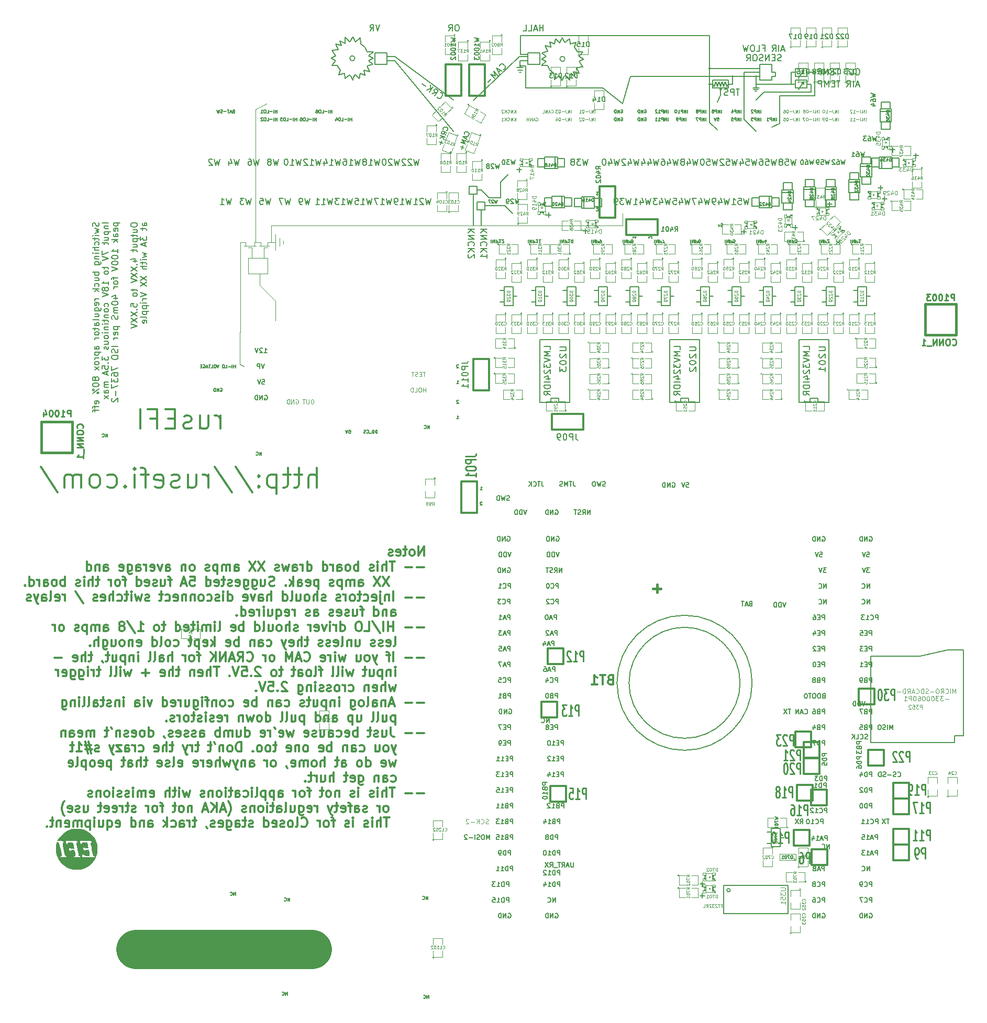
<source format=gbo>
G04 (created by PCBNEW (2013-07-07 BZR 4022)-stable) date 18/12/2014 23:20:11*
%MOIN*%
G04 Gerber Fmt 3.4, Leading zero omitted, Abs format*
%FSLAX34Y34*%
G01*
G70*
G90*
G04 APERTURE LIST*
%ADD10C,0.00393701*%
%ADD11C,0.005*%
%ADD12C,0.012*%
%ADD13C,0.25*%
%ADD14C,0.00492126*%
%ADD15C,0.004*%
%ADD16C,0.006*%
%ADD17C,0.004925*%
%ADD18C,0.0045*%
%ADD19C,0.0039*%
%ADD20C,0.015*%
%ADD21C,0.0079*%
%ADD22C,0.0001*%
%ADD23C,0.008*%
%ADD24C,0.0059*%
%ADD25C,0.0125*%
%ADD26C,0.0031*%
%ADD27C,0.00590551*%
%ADD28C,0.0026*%
%ADD29C,0.002*%
%ADD30C,0.0043*%
%ADD31C,0.0107*%
%ADD32C,0.01*%
G04 APERTURE END LIST*
G54D10*
G54D11*
X96571Y-21085D02*
X96871Y-21157D01*
X96657Y-21214D01*
X96871Y-21271D01*
X96571Y-21342D01*
X96571Y-21585D02*
X96571Y-21528D01*
X96585Y-21500D01*
X96600Y-21485D01*
X96642Y-21457D01*
X96700Y-21442D01*
X96814Y-21442D01*
X96842Y-21457D01*
X96857Y-21471D01*
X96871Y-21500D01*
X96871Y-21557D01*
X96857Y-21585D01*
X96842Y-21600D01*
X96814Y-21614D01*
X96742Y-21614D01*
X96714Y-21600D01*
X96700Y-21585D01*
X96685Y-21557D01*
X96685Y-21500D01*
X96700Y-21471D01*
X96714Y-21457D01*
X96742Y-21442D01*
X96671Y-21871D02*
X96871Y-21871D01*
X96557Y-21800D02*
X96771Y-21728D01*
X96771Y-21914D01*
X96914Y-23821D02*
X96842Y-24121D01*
X96785Y-23907D01*
X96728Y-24121D01*
X96657Y-23821D01*
X96414Y-23821D02*
X96471Y-23821D01*
X96499Y-23835D01*
X96514Y-23850D01*
X96542Y-23892D01*
X96557Y-23950D01*
X96557Y-24064D01*
X96542Y-24092D01*
X96528Y-24107D01*
X96499Y-24121D01*
X96442Y-24121D01*
X96414Y-24107D01*
X96399Y-24092D01*
X96385Y-24064D01*
X96385Y-23992D01*
X96399Y-23964D01*
X96414Y-23950D01*
X96442Y-23935D01*
X96499Y-23935D01*
X96528Y-23950D01*
X96542Y-23964D01*
X96557Y-23992D01*
X96285Y-23821D02*
X96100Y-23821D01*
X96200Y-23935D01*
X96157Y-23935D01*
X96128Y-23950D01*
X96114Y-23964D01*
X96100Y-23992D01*
X96100Y-24064D01*
X96114Y-24092D01*
X96128Y-24107D01*
X96157Y-24121D01*
X96242Y-24121D01*
X96271Y-24107D01*
X96285Y-24092D01*
X96164Y-24821D02*
X96092Y-25121D01*
X96035Y-24907D01*
X95978Y-25121D01*
X95907Y-24821D01*
X95664Y-24821D02*
X95721Y-24821D01*
X95749Y-24835D01*
X95764Y-24850D01*
X95792Y-24892D01*
X95807Y-24950D01*
X95807Y-25064D01*
X95792Y-25092D01*
X95778Y-25107D01*
X95749Y-25121D01*
X95692Y-25121D01*
X95664Y-25107D01*
X95649Y-25092D01*
X95635Y-25064D01*
X95635Y-24992D01*
X95649Y-24964D01*
X95664Y-24950D01*
X95692Y-24935D01*
X95749Y-24935D01*
X95778Y-24950D01*
X95792Y-24964D01*
X95807Y-24992D01*
X95350Y-25121D02*
X95521Y-25121D01*
X95435Y-25121D02*
X95435Y-24821D01*
X95464Y-24864D01*
X95492Y-24892D01*
X95521Y-24907D01*
X94914Y-25321D02*
X94842Y-25621D01*
X94785Y-25407D01*
X94728Y-25621D01*
X94657Y-25321D01*
X94414Y-25321D02*
X94471Y-25321D01*
X94499Y-25335D01*
X94514Y-25350D01*
X94542Y-25392D01*
X94557Y-25450D01*
X94557Y-25564D01*
X94542Y-25592D01*
X94528Y-25607D01*
X94499Y-25621D01*
X94442Y-25621D01*
X94414Y-25607D01*
X94399Y-25592D01*
X94385Y-25564D01*
X94385Y-25492D01*
X94399Y-25464D01*
X94414Y-25450D01*
X94442Y-25435D01*
X94499Y-25435D01*
X94528Y-25450D01*
X94542Y-25464D01*
X94557Y-25492D01*
X94271Y-25350D02*
X94257Y-25335D01*
X94228Y-25321D01*
X94157Y-25321D01*
X94128Y-25335D01*
X94114Y-25350D01*
X94100Y-25378D01*
X94100Y-25407D01*
X94114Y-25450D01*
X94285Y-25621D01*
X94100Y-25621D01*
X93914Y-25321D02*
X93842Y-25621D01*
X93785Y-25407D01*
X93728Y-25621D01*
X93657Y-25321D01*
X93399Y-25321D02*
X93542Y-25321D01*
X93557Y-25464D01*
X93542Y-25450D01*
X93514Y-25435D01*
X93442Y-25435D01*
X93414Y-25450D01*
X93399Y-25464D01*
X93385Y-25492D01*
X93385Y-25564D01*
X93399Y-25592D01*
X93414Y-25607D01*
X93442Y-25621D01*
X93514Y-25621D01*
X93542Y-25607D01*
X93557Y-25592D01*
X93242Y-25621D02*
X93185Y-25621D01*
X93157Y-25607D01*
X93142Y-25592D01*
X93114Y-25550D01*
X93100Y-25492D01*
X93100Y-25378D01*
X93114Y-25350D01*
X93128Y-25335D01*
X93157Y-25321D01*
X93214Y-25321D01*
X93242Y-25335D01*
X93257Y-25350D01*
X93271Y-25378D01*
X93271Y-25450D01*
X93257Y-25478D01*
X93242Y-25492D01*
X93214Y-25507D01*
X93157Y-25507D01*
X93128Y-25492D01*
X93114Y-25478D01*
X93100Y-25450D01*
X88802Y-27761D02*
X88707Y-28161D01*
X88630Y-27876D01*
X88554Y-28161D01*
X88459Y-27761D01*
X88116Y-27761D02*
X88307Y-27761D01*
X88326Y-27952D01*
X88307Y-27933D01*
X88269Y-27914D01*
X88173Y-27914D01*
X88135Y-27933D01*
X88116Y-27952D01*
X88097Y-27990D01*
X88097Y-28085D01*
X88116Y-28123D01*
X88135Y-28142D01*
X88173Y-28161D01*
X88269Y-28161D01*
X88307Y-28142D01*
X88326Y-28123D01*
X87716Y-28161D02*
X87945Y-28161D01*
X87830Y-28161D02*
X87830Y-27761D01*
X87869Y-27819D01*
X87907Y-27857D01*
X87945Y-27876D01*
X87552Y-27761D02*
X87457Y-28161D01*
X87380Y-27876D01*
X87304Y-28161D01*
X87209Y-27761D01*
X86885Y-27895D02*
X86885Y-28161D01*
X86980Y-27742D02*
X87076Y-28028D01*
X86828Y-28028D01*
X86657Y-28161D02*
X86580Y-28161D01*
X86542Y-28142D01*
X86523Y-28123D01*
X86485Y-28066D01*
X86466Y-27990D01*
X86466Y-27838D01*
X86485Y-27800D01*
X86504Y-27780D01*
X86542Y-27761D01*
X86619Y-27761D01*
X86657Y-27780D01*
X86676Y-27800D01*
X86695Y-27838D01*
X86695Y-27933D01*
X86676Y-27971D01*
X86657Y-27990D01*
X86619Y-28009D01*
X86542Y-28009D01*
X86504Y-27990D01*
X86485Y-27971D01*
X86466Y-27933D01*
X86302Y-27761D02*
X86207Y-28161D01*
X86130Y-27876D01*
X86054Y-28161D01*
X85959Y-27761D01*
X85635Y-27895D02*
X85635Y-28161D01*
X85730Y-27742D02*
X85826Y-28028D01*
X85578Y-28028D01*
X85464Y-27761D02*
X85197Y-27761D01*
X85369Y-28161D01*
X85052Y-27761D02*
X84957Y-28161D01*
X84880Y-27876D01*
X84804Y-28161D01*
X84709Y-27761D01*
X84385Y-27895D02*
X84385Y-28161D01*
X84480Y-27742D02*
X84576Y-28028D01*
X84328Y-28028D01*
X83985Y-27761D02*
X84176Y-27761D01*
X84195Y-27952D01*
X84176Y-27933D01*
X84138Y-27914D01*
X84042Y-27914D01*
X84004Y-27933D01*
X83985Y-27952D01*
X83966Y-27990D01*
X83966Y-28085D01*
X83985Y-28123D01*
X84004Y-28142D01*
X84042Y-28161D01*
X84138Y-28161D01*
X84176Y-28142D01*
X84195Y-28123D01*
X92914Y-25321D02*
X92842Y-25621D01*
X92785Y-25407D01*
X92728Y-25621D01*
X92657Y-25321D01*
X92414Y-25321D02*
X92471Y-25321D01*
X92499Y-25335D01*
X92514Y-25350D01*
X92542Y-25392D01*
X92557Y-25450D01*
X92557Y-25564D01*
X92542Y-25592D01*
X92528Y-25607D01*
X92499Y-25621D01*
X92442Y-25621D01*
X92414Y-25607D01*
X92399Y-25592D01*
X92385Y-25564D01*
X92385Y-25492D01*
X92399Y-25464D01*
X92414Y-25450D01*
X92442Y-25435D01*
X92499Y-25435D01*
X92528Y-25450D01*
X92542Y-25464D01*
X92557Y-25492D01*
X92200Y-25321D02*
X92171Y-25321D01*
X92142Y-25335D01*
X92128Y-25350D01*
X92114Y-25378D01*
X92100Y-25435D01*
X92100Y-25507D01*
X92114Y-25564D01*
X92128Y-25592D01*
X92142Y-25607D01*
X92171Y-25621D01*
X92200Y-25621D01*
X92228Y-25607D01*
X92242Y-25592D01*
X92257Y-25564D01*
X92271Y-25507D01*
X92271Y-25435D01*
X92257Y-25378D01*
X92242Y-25350D01*
X92228Y-25335D01*
X92200Y-25321D01*
X91802Y-25261D02*
X91707Y-25661D01*
X91630Y-25376D01*
X91554Y-25661D01*
X91459Y-25261D01*
X91116Y-25261D02*
X91307Y-25261D01*
X91326Y-25452D01*
X91307Y-25433D01*
X91269Y-25414D01*
X91173Y-25414D01*
X91135Y-25433D01*
X91116Y-25452D01*
X91097Y-25490D01*
X91097Y-25585D01*
X91116Y-25623D01*
X91135Y-25642D01*
X91173Y-25661D01*
X91269Y-25661D01*
X91307Y-25642D01*
X91326Y-25623D01*
X90869Y-25433D02*
X90907Y-25414D01*
X90926Y-25395D01*
X90945Y-25357D01*
X90945Y-25338D01*
X90926Y-25300D01*
X90907Y-25280D01*
X90869Y-25261D01*
X90792Y-25261D01*
X90754Y-25280D01*
X90735Y-25300D01*
X90716Y-25338D01*
X90716Y-25357D01*
X90735Y-25395D01*
X90754Y-25414D01*
X90792Y-25433D01*
X90869Y-25433D01*
X90907Y-25452D01*
X90926Y-25471D01*
X90945Y-25509D01*
X90945Y-25585D01*
X90926Y-25623D01*
X90907Y-25642D01*
X90869Y-25661D01*
X90792Y-25661D01*
X90754Y-25642D01*
X90735Y-25623D01*
X90716Y-25585D01*
X90716Y-25509D01*
X90735Y-25471D01*
X90754Y-25452D01*
X90792Y-25433D01*
X90552Y-25261D02*
X90457Y-25661D01*
X90380Y-25376D01*
X90304Y-25661D01*
X90209Y-25261D01*
X89866Y-25261D02*
X90057Y-25261D01*
X90076Y-25452D01*
X90057Y-25433D01*
X90019Y-25414D01*
X89923Y-25414D01*
X89885Y-25433D01*
X89866Y-25452D01*
X89847Y-25490D01*
X89847Y-25585D01*
X89866Y-25623D01*
X89885Y-25642D01*
X89923Y-25661D01*
X90019Y-25661D01*
X90057Y-25642D01*
X90076Y-25623D01*
X89504Y-25261D02*
X89580Y-25261D01*
X89619Y-25280D01*
X89638Y-25300D01*
X89676Y-25357D01*
X89695Y-25433D01*
X89695Y-25585D01*
X89676Y-25623D01*
X89657Y-25642D01*
X89619Y-25661D01*
X89542Y-25661D01*
X89504Y-25642D01*
X89485Y-25623D01*
X89466Y-25585D01*
X89466Y-25490D01*
X89485Y-25452D01*
X89504Y-25433D01*
X89542Y-25414D01*
X89619Y-25414D01*
X89657Y-25433D01*
X89676Y-25452D01*
X89695Y-25490D01*
X89302Y-25261D02*
X89207Y-25661D01*
X89130Y-25376D01*
X89054Y-25661D01*
X88959Y-25261D01*
X88616Y-25261D02*
X88807Y-25261D01*
X88826Y-25452D01*
X88807Y-25433D01*
X88769Y-25414D01*
X88673Y-25414D01*
X88635Y-25433D01*
X88616Y-25452D01*
X88597Y-25490D01*
X88597Y-25585D01*
X88616Y-25623D01*
X88635Y-25642D01*
X88673Y-25661D01*
X88769Y-25661D01*
X88807Y-25642D01*
X88826Y-25623D01*
X88254Y-25395D02*
X88254Y-25661D01*
X88349Y-25242D02*
X88445Y-25528D01*
X88197Y-25528D01*
X88052Y-25261D02*
X87957Y-25661D01*
X87880Y-25376D01*
X87804Y-25661D01*
X87709Y-25261D01*
X87366Y-25261D02*
X87557Y-25261D01*
X87576Y-25452D01*
X87557Y-25433D01*
X87519Y-25414D01*
X87423Y-25414D01*
X87385Y-25433D01*
X87366Y-25452D01*
X87347Y-25490D01*
X87347Y-25585D01*
X87366Y-25623D01*
X87385Y-25642D01*
X87423Y-25661D01*
X87519Y-25661D01*
X87557Y-25642D01*
X87576Y-25623D01*
X87195Y-25300D02*
X87176Y-25280D01*
X87138Y-25261D01*
X87042Y-25261D01*
X87004Y-25280D01*
X86985Y-25300D01*
X86966Y-25338D01*
X86966Y-25376D01*
X86985Y-25433D01*
X87214Y-25661D01*
X86966Y-25661D01*
X86802Y-25261D02*
X86707Y-25661D01*
X86630Y-25376D01*
X86554Y-25661D01*
X86459Y-25261D01*
X86116Y-25261D02*
X86307Y-25261D01*
X86326Y-25452D01*
X86307Y-25433D01*
X86269Y-25414D01*
X86173Y-25414D01*
X86135Y-25433D01*
X86116Y-25452D01*
X86097Y-25490D01*
X86097Y-25585D01*
X86116Y-25623D01*
X86135Y-25642D01*
X86173Y-25661D01*
X86269Y-25661D01*
X86307Y-25642D01*
X86326Y-25623D01*
X85849Y-25261D02*
X85811Y-25261D01*
X85773Y-25280D01*
X85754Y-25300D01*
X85735Y-25338D01*
X85716Y-25414D01*
X85716Y-25509D01*
X85735Y-25585D01*
X85754Y-25623D01*
X85773Y-25642D01*
X85811Y-25661D01*
X85849Y-25661D01*
X85888Y-25642D01*
X85907Y-25623D01*
X85926Y-25585D01*
X85945Y-25509D01*
X85945Y-25414D01*
X85926Y-25338D01*
X85907Y-25300D01*
X85888Y-25280D01*
X85849Y-25261D01*
X85552Y-25261D02*
X85457Y-25661D01*
X85380Y-25376D01*
X85304Y-25661D01*
X85209Y-25261D01*
X84885Y-25395D02*
X84885Y-25661D01*
X84980Y-25242D02*
X85076Y-25528D01*
X84828Y-25528D01*
X84619Y-25433D02*
X84657Y-25414D01*
X84676Y-25395D01*
X84695Y-25357D01*
X84695Y-25338D01*
X84676Y-25300D01*
X84657Y-25280D01*
X84619Y-25261D01*
X84542Y-25261D01*
X84504Y-25280D01*
X84485Y-25300D01*
X84466Y-25338D01*
X84466Y-25357D01*
X84485Y-25395D01*
X84504Y-25414D01*
X84542Y-25433D01*
X84619Y-25433D01*
X84657Y-25452D01*
X84676Y-25471D01*
X84695Y-25509D01*
X84695Y-25585D01*
X84676Y-25623D01*
X84657Y-25642D01*
X84619Y-25661D01*
X84542Y-25661D01*
X84504Y-25642D01*
X84485Y-25623D01*
X84466Y-25585D01*
X84466Y-25509D01*
X84485Y-25471D01*
X84504Y-25452D01*
X84542Y-25433D01*
X84302Y-25261D02*
X84207Y-25661D01*
X84130Y-25376D01*
X84054Y-25661D01*
X83959Y-25261D01*
X83635Y-25395D02*
X83635Y-25661D01*
X83730Y-25242D02*
X83826Y-25528D01*
X83578Y-25528D01*
X83254Y-25261D02*
X83330Y-25261D01*
X83369Y-25280D01*
X83388Y-25300D01*
X83426Y-25357D01*
X83445Y-25433D01*
X83445Y-25585D01*
X83426Y-25623D01*
X83407Y-25642D01*
X83369Y-25661D01*
X83292Y-25661D01*
X83254Y-25642D01*
X83235Y-25623D01*
X83216Y-25585D01*
X83216Y-25490D01*
X83235Y-25452D01*
X83254Y-25433D01*
X83292Y-25414D01*
X83369Y-25414D01*
X83407Y-25433D01*
X83426Y-25452D01*
X83445Y-25490D01*
X83802Y-27761D02*
X83707Y-28161D01*
X83630Y-27876D01*
X83554Y-28161D01*
X83459Y-27761D01*
X83135Y-27895D02*
X83135Y-28161D01*
X83230Y-27742D02*
X83326Y-28028D01*
X83078Y-28028D01*
X82964Y-27761D02*
X82716Y-27761D01*
X82849Y-27914D01*
X82792Y-27914D01*
X82754Y-27933D01*
X82735Y-27952D01*
X82716Y-27990D01*
X82716Y-28085D01*
X82735Y-28123D01*
X82754Y-28142D01*
X82792Y-28161D01*
X82907Y-28161D01*
X82945Y-28142D01*
X82964Y-28123D01*
X82552Y-27761D02*
X82457Y-28161D01*
X82380Y-27876D01*
X82304Y-28161D01*
X82209Y-27761D01*
X81885Y-27895D02*
X81885Y-28161D01*
X81980Y-27742D02*
X82076Y-28028D01*
X81828Y-28028D01*
X81466Y-28161D02*
X81695Y-28161D01*
X81580Y-28161D02*
X81580Y-27761D01*
X81619Y-27819D01*
X81657Y-27857D01*
X81695Y-27876D01*
X81302Y-27761D02*
X81207Y-28161D01*
X81130Y-27876D01*
X81054Y-28161D01*
X80959Y-27761D01*
X80845Y-27761D02*
X80597Y-27761D01*
X80730Y-27914D01*
X80673Y-27914D01*
X80635Y-27933D01*
X80616Y-27952D01*
X80597Y-27990D01*
X80597Y-28085D01*
X80616Y-28123D01*
X80635Y-28142D01*
X80673Y-28161D01*
X80788Y-28161D01*
X80826Y-28142D01*
X80845Y-28123D01*
X80407Y-28161D02*
X80330Y-28161D01*
X80292Y-28142D01*
X80273Y-28123D01*
X80235Y-28066D01*
X80216Y-27990D01*
X80216Y-27838D01*
X80235Y-27800D01*
X80254Y-27780D01*
X80292Y-27761D01*
X80369Y-27761D01*
X80407Y-27780D01*
X80426Y-27800D01*
X80445Y-27838D01*
X80445Y-27933D01*
X80426Y-27971D01*
X80407Y-27990D01*
X80369Y-28009D01*
X80292Y-28009D01*
X80254Y-27990D01*
X80235Y-27971D01*
X80216Y-27933D01*
X83052Y-25261D02*
X82957Y-25661D01*
X82880Y-25376D01*
X82804Y-25661D01*
X82709Y-25261D01*
X82385Y-25395D02*
X82385Y-25661D01*
X82480Y-25242D02*
X82576Y-25528D01*
X82328Y-25528D01*
X82004Y-25395D02*
X82004Y-25661D01*
X82099Y-25242D02*
X82195Y-25528D01*
X81947Y-25528D01*
X81802Y-25261D02*
X81707Y-25661D01*
X81630Y-25376D01*
X81554Y-25661D01*
X81459Y-25261D01*
X81135Y-25395D02*
X81135Y-25661D01*
X81230Y-25242D02*
X81326Y-25528D01*
X81078Y-25528D01*
X80945Y-25300D02*
X80926Y-25280D01*
X80888Y-25261D01*
X80792Y-25261D01*
X80754Y-25280D01*
X80735Y-25300D01*
X80716Y-25338D01*
X80716Y-25376D01*
X80735Y-25433D01*
X80964Y-25661D01*
X80716Y-25661D01*
X80552Y-25261D02*
X80457Y-25661D01*
X80380Y-25376D01*
X80304Y-25661D01*
X80209Y-25261D01*
X79885Y-25395D02*
X79885Y-25661D01*
X79980Y-25242D02*
X80076Y-25528D01*
X79828Y-25528D01*
X79599Y-25261D02*
X79561Y-25261D01*
X79523Y-25280D01*
X79504Y-25300D01*
X79485Y-25338D01*
X79466Y-25414D01*
X79466Y-25509D01*
X79485Y-25585D01*
X79504Y-25623D01*
X79523Y-25642D01*
X79561Y-25661D01*
X79599Y-25661D01*
X79638Y-25642D01*
X79657Y-25623D01*
X79676Y-25585D01*
X79695Y-25509D01*
X79695Y-25414D01*
X79676Y-25338D01*
X79657Y-25300D01*
X79638Y-25280D01*
X79599Y-25261D01*
X72776Y-27880D02*
X72728Y-28080D01*
X72690Y-27938D01*
X72652Y-28080D01*
X72604Y-27880D01*
X72538Y-27900D02*
X72528Y-27890D01*
X72509Y-27880D01*
X72461Y-27880D01*
X72442Y-27890D01*
X72433Y-27900D01*
X72423Y-27919D01*
X72423Y-27938D01*
X72433Y-27966D01*
X72547Y-28080D01*
X72423Y-28080D01*
X72357Y-27880D02*
X72223Y-27880D01*
X72309Y-28080D01*
X74164Y-27821D02*
X74092Y-28121D01*
X74035Y-27907D01*
X73978Y-28121D01*
X73907Y-27821D01*
X73807Y-27850D02*
X73792Y-27835D01*
X73764Y-27821D01*
X73692Y-27821D01*
X73664Y-27835D01*
X73649Y-27850D01*
X73635Y-27878D01*
X73635Y-27907D01*
X73649Y-27950D01*
X73821Y-28121D01*
X73635Y-28121D01*
X73492Y-28121D02*
X73435Y-28121D01*
X73407Y-28107D01*
X73392Y-28092D01*
X73364Y-28050D01*
X73350Y-27992D01*
X73350Y-27878D01*
X73364Y-27850D01*
X73378Y-27835D01*
X73407Y-27821D01*
X73464Y-27821D01*
X73492Y-27835D01*
X73507Y-27850D01*
X73521Y-27878D01*
X73521Y-27950D01*
X73507Y-27978D01*
X73492Y-27992D01*
X73464Y-28007D01*
X73407Y-28007D01*
X73378Y-27992D01*
X73364Y-27978D01*
X73350Y-27950D01*
X78552Y-25261D02*
X78457Y-25661D01*
X78380Y-25376D01*
X78304Y-25661D01*
X78209Y-25261D01*
X78095Y-25261D02*
X77847Y-25261D01*
X77980Y-25414D01*
X77923Y-25414D01*
X77885Y-25433D01*
X77866Y-25452D01*
X77847Y-25490D01*
X77847Y-25585D01*
X77866Y-25623D01*
X77885Y-25642D01*
X77923Y-25661D01*
X78038Y-25661D01*
X78076Y-25642D01*
X78095Y-25623D01*
X77619Y-25433D02*
X77657Y-25414D01*
X77676Y-25395D01*
X77695Y-25357D01*
X77695Y-25338D01*
X77676Y-25300D01*
X77657Y-25280D01*
X77619Y-25261D01*
X77542Y-25261D01*
X77504Y-25280D01*
X77485Y-25300D01*
X77466Y-25338D01*
X77466Y-25357D01*
X77485Y-25395D01*
X77504Y-25414D01*
X77542Y-25433D01*
X77619Y-25433D01*
X77657Y-25452D01*
X77676Y-25471D01*
X77695Y-25509D01*
X77695Y-25585D01*
X77676Y-25623D01*
X77657Y-25642D01*
X77619Y-25661D01*
X77542Y-25661D01*
X77504Y-25642D01*
X77485Y-25623D01*
X77466Y-25585D01*
X77466Y-25509D01*
X77485Y-25471D01*
X77504Y-25452D01*
X77542Y-25433D01*
X73914Y-25321D02*
X73842Y-25621D01*
X73785Y-25407D01*
X73728Y-25621D01*
X73657Y-25321D01*
X73571Y-25321D02*
X73385Y-25321D01*
X73485Y-25435D01*
X73442Y-25435D01*
X73414Y-25450D01*
X73399Y-25464D01*
X73385Y-25492D01*
X73385Y-25564D01*
X73399Y-25592D01*
X73414Y-25607D01*
X73442Y-25621D01*
X73528Y-25621D01*
X73557Y-25607D01*
X73571Y-25592D01*
X73200Y-25321D02*
X73171Y-25321D01*
X73142Y-25335D01*
X73128Y-25350D01*
X73114Y-25378D01*
X73100Y-25435D01*
X73100Y-25507D01*
X73114Y-25564D01*
X73128Y-25592D01*
X73142Y-25607D01*
X73171Y-25621D01*
X73200Y-25621D01*
X73228Y-25607D01*
X73242Y-25592D01*
X73257Y-25564D01*
X73271Y-25507D01*
X73271Y-25435D01*
X73257Y-25378D01*
X73242Y-25350D01*
X73228Y-25335D01*
X73200Y-25321D01*
X72914Y-25571D02*
X72842Y-25871D01*
X72785Y-25657D01*
X72728Y-25871D01*
X72657Y-25571D01*
X72557Y-25600D02*
X72542Y-25585D01*
X72514Y-25571D01*
X72442Y-25571D01*
X72414Y-25585D01*
X72399Y-25600D01*
X72385Y-25628D01*
X72385Y-25657D01*
X72399Y-25700D01*
X72571Y-25871D01*
X72385Y-25871D01*
X72214Y-25700D02*
X72242Y-25685D01*
X72257Y-25671D01*
X72271Y-25642D01*
X72271Y-25628D01*
X72257Y-25600D01*
X72242Y-25585D01*
X72214Y-25571D01*
X72157Y-25571D01*
X72128Y-25585D01*
X72114Y-25600D01*
X72100Y-25628D01*
X72100Y-25642D01*
X72114Y-25671D01*
X72128Y-25685D01*
X72157Y-25700D01*
X72214Y-25700D01*
X72242Y-25714D01*
X72257Y-25728D01*
X72271Y-25757D01*
X72271Y-25814D01*
X72257Y-25842D01*
X72242Y-25857D01*
X72214Y-25871D01*
X72157Y-25871D01*
X72128Y-25857D01*
X72114Y-25842D01*
X72100Y-25814D01*
X72100Y-25757D01*
X72114Y-25728D01*
X72128Y-25714D01*
X72157Y-25700D01*
X68552Y-27761D02*
X68457Y-28161D01*
X68380Y-27876D01*
X68304Y-28161D01*
X68209Y-27761D01*
X68076Y-27800D02*
X68057Y-27780D01*
X68019Y-27761D01*
X67923Y-27761D01*
X67885Y-27780D01*
X67866Y-27800D01*
X67847Y-27838D01*
X67847Y-27876D01*
X67866Y-27933D01*
X68095Y-28161D01*
X67847Y-28161D01*
X67466Y-28161D02*
X67695Y-28161D01*
X67580Y-28161D02*
X67580Y-27761D01*
X67619Y-27819D01*
X67657Y-27857D01*
X67695Y-27876D01*
X67302Y-27761D02*
X67207Y-28161D01*
X67130Y-27876D01*
X67054Y-28161D01*
X66959Y-27761D01*
X66597Y-28161D02*
X66826Y-28161D01*
X66711Y-28161D02*
X66711Y-27761D01*
X66749Y-27819D01*
X66788Y-27857D01*
X66826Y-27876D01*
X66407Y-28161D02*
X66330Y-28161D01*
X66292Y-28142D01*
X66273Y-28123D01*
X66235Y-28066D01*
X66216Y-27990D01*
X66216Y-27838D01*
X66235Y-27800D01*
X66254Y-27780D01*
X66292Y-27761D01*
X66369Y-27761D01*
X66407Y-27780D01*
X66426Y-27800D01*
X66445Y-27838D01*
X66445Y-27933D01*
X66426Y-27971D01*
X66407Y-27990D01*
X66369Y-28009D01*
X66292Y-28009D01*
X66254Y-27990D01*
X66235Y-27971D01*
X66216Y-27933D01*
X66052Y-27761D02*
X65957Y-28161D01*
X65880Y-27876D01*
X65804Y-28161D01*
X65709Y-27761D01*
X65347Y-28161D02*
X65576Y-28161D01*
X65461Y-28161D02*
X65461Y-27761D01*
X65499Y-27819D01*
X65538Y-27857D01*
X65576Y-27876D01*
X65214Y-27761D02*
X64947Y-27761D01*
X65119Y-28161D01*
X64802Y-27761D02*
X64707Y-28161D01*
X64630Y-27876D01*
X64554Y-28161D01*
X64459Y-27761D01*
X64097Y-28161D02*
X64326Y-28161D01*
X64211Y-28161D02*
X64211Y-27761D01*
X64249Y-27819D01*
X64288Y-27857D01*
X64326Y-27876D01*
X63735Y-27761D02*
X63926Y-27761D01*
X63945Y-27952D01*
X63926Y-27933D01*
X63888Y-27914D01*
X63792Y-27914D01*
X63754Y-27933D01*
X63735Y-27952D01*
X63716Y-27990D01*
X63716Y-28085D01*
X63735Y-28123D01*
X63754Y-28142D01*
X63792Y-28161D01*
X63888Y-28161D01*
X63926Y-28142D01*
X63945Y-28123D01*
X63552Y-27761D02*
X63457Y-28161D01*
X63380Y-27876D01*
X63304Y-28161D01*
X63209Y-27761D01*
X62847Y-28161D02*
X63076Y-28161D01*
X62961Y-28161D02*
X62961Y-27761D01*
X62999Y-27819D01*
X63038Y-27857D01*
X63076Y-27876D01*
X62714Y-27761D02*
X62466Y-27761D01*
X62599Y-27914D01*
X62542Y-27914D01*
X62504Y-27933D01*
X62485Y-27952D01*
X62466Y-27990D01*
X62466Y-28085D01*
X62485Y-28123D01*
X62504Y-28142D01*
X62542Y-28161D01*
X62657Y-28161D01*
X62695Y-28142D01*
X62714Y-28123D01*
X62302Y-27761D02*
X62207Y-28161D01*
X62130Y-27876D01*
X62054Y-28161D01*
X61959Y-27761D01*
X61597Y-28161D02*
X61826Y-28161D01*
X61711Y-28161D02*
X61711Y-27761D01*
X61749Y-27819D01*
X61788Y-27857D01*
X61826Y-27876D01*
X61216Y-28161D02*
X61445Y-28161D01*
X61330Y-28161D02*
X61330Y-27761D01*
X61369Y-27819D01*
X61407Y-27857D01*
X61445Y-27876D01*
X60861Y-27761D02*
X60766Y-28161D01*
X60690Y-27876D01*
X60614Y-28161D01*
X60519Y-27761D01*
X60347Y-28161D02*
X60271Y-28161D01*
X60233Y-28142D01*
X60214Y-28123D01*
X60176Y-28066D01*
X60157Y-27990D01*
X60157Y-27838D01*
X60176Y-27800D01*
X60195Y-27780D01*
X60233Y-27761D01*
X60309Y-27761D01*
X60347Y-27780D01*
X60366Y-27800D01*
X60385Y-27838D01*
X60385Y-27933D01*
X60366Y-27971D01*
X60347Y-27990D01*
X60309Y-28009D01*
X60233Y-28009D01*
X60195Y-27990D01*
X60176Y-27971D01*
X60157Y-27933D01*
X59611Y-27761D02*
X59516Y-28161D01*
X59440Y-27876D01*
X59364Y-28161D01*
X59269Y-27761D01*
X59154Y-27761D02*
X58888Y-27761D01*
X59059Y-28161D01*
X58361Y-27761D02*
X58266Y-28161D01*
X58190Y-27876D01*
X58114Y-28161D01*
X58019Y-27761D01*
X57676Y-27761D02*
X57866Y-27761D01*
X57885Y-27952D01*
X57866Y-27933D01*
X57828Y-27914D01*
X57733Y-27914D01*
X57695Y-27933D01*
X57676Y-27952D01*
X57657Y-27990D01*
X57657Y-28085D01*
X57676Y-28123D01*
X57695Y-28142D01*
X57733Y-28161D01*
X57828Y-28161D01*
X57866Y-28142D01*
X57885Y-28123D01*
X57111Y-27761D02*
X57016Y-28161D01*
X56940Y-27876D01*
X56864Y-28161D01*
X56769Y-27761D01*
X56654Y-27761D02*
X56407Y-27761D01*
X56540Y-27914D01*
X56483Y-27914D01*
X56445Y-27933D01*
X56426Y-27952D01*
X56407Y-27990D01*
X56407Y-28085D01*
X56426Y-28123D01*
X56445Y-28142D01*
X56483Y-28161D01*
X56597Y-28161D01*
X56635Y-28142D01*
X56654Y-28123D01*
X55861Y-27761D02*
X55766Y-28161D01*
X55690Y-27876D01*
X55614Y-28161D01*
X55519Y-27761D01*
X55157Y-28161D02*
X55385Y-28161D01*
X55271Y-28161D02*
X55271Y-27761D01*
X55309Y-27819D01*
X55347Y-27857D01*
X55385Y-27876D01*
X67802Y-25261D02*
X67707Y-25661D01*
X67630Y-25376D01*
X67554Y-25661D01*
X67459Y-25261D01*
X67326Y-25300D02*
X67307Y-25280D01*
X67269Y-25261D01*
X67173Y-25261D01*
X67135Y-25280D01*
X67116Y-25300D01*
X67097Y-25338D01*
X67097Y-25376D01*
X67116Y-25433D01*
X67345Y-25661D01*
X67097Y-25661D01*
X66945Y-25300D02*
X66926Y-25280D01*
X66888Y-25261D01*
X66792Y-25261D01*
X66754Y-25280D01*
X66735Y-25300D01*
X66716Y-25338D01*
X66716Y-25376D01*
X66735Y-25433D01*
X66964Y-25661D01*
X66716Y-25661D01*
X66552Y-25261D02*
X66457Y-25661D01*
X66380Y-25376D01*
X66304Y-25661D01*
X66209Y-25261D01*
X66076Y-25300D02*
X66057Y-25280D01*
X66019Y-25261D01*
X65923Y-25261D01*
X65885Y-25280D01*
X65866Y-25300D01*
X65847Y-25338D01*
X65847Y-25376D01*
X65866Y-25433D01*
X66095Y-25661D01*
X65847Y-25661D01*
X65599Y-25261D02*
X65561Y-25261D01*
X65523Y-25280D01*
X65504Y-25300D01*
X65485Y-25338D01*
X65466Y-25414D01*
X65466Y-25509D01*
X65485Y-25585D01*
X65504Y-25623D01*
X65523Y-25642D01*
X65561Y-25661D01*
X65599Y-25661D01*
X65638Y-25642D01*
X65657Y-25623D01*
X65676Y-25585D01*
X65695Y-25509D01*
X65695Y-25414D01*
X65676Y-25338D01*
X65657Y-25300D01*
X65638Y-25280D01*
X65599Y-25261D01*
X65302Y-25261D02*
X65207Y-25661D01*
X65130Y-25376D01*
X65054Y-25661D01*
X64959Y-25261D01*
X64597Y-25661D02*
X64826Y-25661D01*
X64711Y-25661D02*
X64711Y-25261D01*
X64749Y-25319D01*
X64788Y-25357D01*
X64826Y-25376D01*
X64369Y-25433D02*
X64407Y-25414D01*
X64426Y-25395D01*
X64445Y-25357D01*
X64445Y-25338D01*
X64426Y-25300D01*
X64407Y-25280D01*
X64369Y-25261D01*
X64292Y-25261D01*
X64254Y-25280D01*
X64235Y-25300D01*
X64216Y-25338D01*
X64216Y-25357D01*
X64235Y-25395D01*
X64254Y-25414D01*
X64292Y-25433D01*
X64369Y-25433D01*
X64407Y-25452D01*
X64426Y-25471D01*
X64445Y-25509D01*
X64445Y-25585D01*
X64426Y-25623D01*
X64407Y-25642D01*
X64369Y-25661D01*
X64292Y-25661D01*
X64254Y-25642D01*
X64235Y-25623D01*
X64216Y-25585D01*
X64216Y-25509D01*
X64235Y-25471D01*
X64254Y-25452D01*
X64292Y-25433D01*
X64052Y-25261D02*
X63957Y-25661D01*
X63880Y-25376D01*
X63804Y-25661D01*
X63709Y-25261D01*
X63347Y-25661D02*
X63576Y-25661D01*
X63461Y-25661D02*
X63461Y-25261D01*
X63499Y-25319D01*
X63538Y-25357D01*
X63576Y-25376D01*
X63004Y-25261D02*
X63080Y-25261D01*
X63119Y-25280D01*
X63138Y-25300D01*
X63176Y-25357D01*
X63195Y-25433D01*
X63195Y-25585D01*
X63176Y-25623D01*
X63157Y-25642D01*
X63119Y-25661D01*
X63042Y-25661D01*
X63004Y-25642D01*
X62985Y-25623D01*
X62966Y-25585D01*
X62966Y-25490D01*
X62985Y-25452D01*
X63004Y-25433D01*
X63042Y-25414D01*
X63119Y-25414D01*
X63157Y-25433D01*
X63176Y-25452D01*
X63195Y-25490D01*
X62802Y-25261D02*
X62707Y-25661D01*
X62630Y-25376D01*
X62554Y-25661D01*
X62459Y-25261D01*
X62097Y-25661D02*
X62326Y-25661D01*
X62211Y-25661D02*
X62211Y-25261D01*
X62249Y-25319D01*
X62288Y-25357D01*
X62326Y-25376D01*
X61754Y-25395D02*
X61754Y-25661D01*
X61849Y-25242D02*
X61945Y-25528D01*
X61697Y-25528D01*
X61552Y-25261D02*
X61457Y-25661D01*
X61380Y-25376D01*
X61304Y-25661D01*
X61209Y-25261D01*
X60847Y-25661D02*
X61076Y-25661D01*
X60961Y-25661D02*
X60961Y-25261D01*
X60999Y-25319D01*
X61038Y-25357D01*
X61076Y-25376D01*
X60695Y-25300D02*
X60676Y-25280D01*
X60638Y-25261D01*
X60542Y-25261D01*
X60504Y-25280D01*
X60485Y-25300D01*
X60466Y-25338D01*
X60466Y-25376D01*
X60485Y-25433D01*
X60714Y-25661D01*
X60466Y-25661D01*
X60302Y-25261D02*
X60207Y-25661D01*
X60130Y-25376D01*
X60054Y-25661D01*
X59959Y-25261D01*
X59597Y-25661D02*
X59826Y-25661D01*
X59711Y-25661D02*
X59711Y-25261D01*
X59749Y-25319D01*
X59788Y-25357D01*
X59826Y-25376D01*
X59349Y-25261D02*
X59311Y-25261D01*
X59273Y-25280D01*
X59254Y-25300D01*
X59235Y-25338D01*
X59216Y-25414D01*
X59216Y-25509D01*
X59235Y-25585D01*
X59254Y-25623D01*
X59273Y-25642D01*
X59311Y-25661D01*
X59349Y-25661D01*
X59388Y-25642D01*
X59407Y-25623D01*
X59426Y-25585D01*
X59445Y-25509D01*
X59445Y-25414D01*
X59426Y-25338D01*
X59407Y-25300D01*
X59388Y-25280D01*
X59349Y-25261D01*
X58861Y-25261D02*
X58766Y-25661D01*
X58690Y-25376D01*
X58614Y-25661D01*
X58519Y-25261D01*
X58309Y-25433D02*
X58347Y-25414D01*
X58366Y-25395D01*
X58385Y-25357D01*
X58385Y-25338D01*
X58366Y-25300D01*
X58347Y-25280D01*
X58309Y-25261D01*
X58233Y-25261D01*
X58195Y-25280D01*
X58176Y-25300D01*
X58157Y-25338D01*
X58157Y-25357D01*
X58176Y-25395D01*
X58195Y-25414D01*
X58233Y-25433D01*
X58309Y-25433D01*
X58347Y-25452D01*
X58366Y-25471D01*
X58385Y-25509D01*
X58385Y-25585D01*
X58366Y-25623D01*
X58347Y-25642D01*
X58309Y-25661D01*
X58233Y-25661D01*
X58195Y-25642D01*
X58176Y-25623D01*
X58157Y-25585D01*
X58157Y-25509D01*
X58176Y-25471D01*
X58195Y-25452D01*
X58233Y-25433D01*
X57611Y-25261D02*
X57516Y-25661D01*
X57440Y-25376D01*
X57364Y-25661D01*
X57269Y-25261D01*
X56945Y-25261D02*
X57021Y-25261D01*
X57059Y-25280D01*
X57078Y-25300D01*
X57116Y-25357D01*
X57135Y-25433D01*
X57135Y-25585D01*
X57116Y-25623D01*
X57097Y-25642D01*
X57059Y-25661D01*
X56983Y-25661D01*
X56945Y-25642D01*
X56926Y-25623D01*
X56907Y-25585D01*
X56907Y-25490D01*
X56926Y-25452D01*
X56945Y-25433D01*
X56983Y-25414D01*
X57059Y-25414D01*
X57097Y-25433D01*
X57116Y-25452D01*
X57135Y-25490D01*
X56361Y-25261D02*
X56266Y-25661D01*
X56190Y-25376D01*
X56114Y-25661D01*
X56019Y-25261D01*
X55695Y-25395D02*
X55695Y-25661D01*
X55790Y-25242D02*
X55885Y-25528D01*
X55638Y-25528D01*
X55111Y-25261D02*
X55016Y-25661D01*
X54940Y-25376D01*
X54864Y-25661D01*
X54769Y-25261D01*
X54635Y-25300D02*
X54616Y-25280D01*
X54578Y-25261D01*
X54483Y-25261D01*
X54445Y-25280D01*
X54426Y-25300D01*
X54407Y-25338D01*
X54407Y-25376D01*
X54426Y-25433D01*
X54654Y-25661D01*
X54407Y-25661D01*
X57950Y-38321D02*
X57850Y-38621D01*
X57750Y-38321D01*
X57649Y-38621D02*
X57649Y-38321D01*
X57535Y-38321D01*
X57507Y-38335D01*
X57492Y-38350D01*
X57478Y-38378D01*
X57478Y-38421D01*
X57492Y-38450D01*
X57507Y-38464D01*
X57535Y-38478D01*
X57649Y-38478D01*
X59407Y-78530D02*
X59407Y-78330D01*
X59292Y-78530D01*
X59292Y-78330D01*
X59083Y-78511D02*
X59092Y-78521D01*
X59121Y-78530D01*
X59140Y-78530D01*
X59169Y-78521D01*
X59188Y-78502D01*
X59197Y-78483D01*
X59207Y-78445D01*
X59207Y-78416D01*
X59197Y-78378D01*
X59188Y-78359D01*
X59169Y-78340D01*
X59140Y-78330D01*
X59121Y-78330D01*
X59092Y-78340D01*
X59083Y-78350D01*
X59557Y-72530D02*
X59557Y-72330D01*
X59442Y-72530D01*
X59442Y-72330D01*
X59233Y-72511D02*
X59242Y-72521D01*
X59271Y-72530D01*
X59290Y-72530D01*
X59319Y-72521D01*
X59338Y-72502D01*
X59347Y-72483D01*
X59357Y-72445D01*
X59357Y-72416D01*
X59347Y-72378D01*
X59338Y-72359D01*
X59319Y-72340D01*
X59290Y-72330D01*
X59271Y-72330D01*
X59242Y-72340D01*
X59233Y-72350D01*
X68407Y-78730D02*
X68407Y-78530D01*
X68292Y-78730D01*
X68292Y-78530D01*
X68083Y-78711D02*
X68092Y-78721D01*
X68121Y-78730D01*
X68140Y-78730D01*
X68169Y-78721D01*
X68188Y-78702D01*
X68197Y-78683D01*
X68207Y-78645D01*
X68207Y-78616D01*
X68197Y-78578D01*
X68188Y-78559D01*
X68169Y-78540D01*
X68140Y-78530D01*
X68121Y-78530D01*
X68092Y-78540D01*
X68083Y-78550D01*
X56107Y-72180D02*
X56107Y-71980D01*
X55992Y-72180D01*
X55992Y-71980D01*
X55783Y-72161D02*
X55792Y-72171D01*
X55821Y-72180D01*
X55840Y-72180D01*
X55869Y-72171D01*
X55888Y-72152D01*
X55897Y-72133D01*
X55907Y-72095D01*
X55907Y-72066D01*
X55897Y-72028D01*
X55888Y-72009D01*
X55869Y-71990D01*
X55840Y-71980D01*
X55821Y-71980D01*
X55792Y-71990D01*
X55783Y-72000D01*
X68357Y-72430D02*
X68357Y-72230D01*
X68242Y-72430D01*
X68242Y-72230D01*
X68033Y-72411D02*
X68042Y-72421D01*
X68071Y-72430D01*
X68090Y-72430D01*
X68119Y-72421D01*
X68138Y-72402D01*
X68147Y-72383D01*
X68157Y-72345D01*
X68157Y-72316D01*
X68147Y-72278D01*
X68138Y-72259D01*
X68119Y-72240D01*
X68090Y-72230D01*
X68071Y-72230D01*
X68042Y-72240D01*
X68033Y-72250D01*
X68457Y-42430D02*
X68457Y-42230D01*
X68342Y-42430D01*
X68342Y-42230D01*
X68133Y-42411D02*
X68142Y-42421D01*
X68171Y-42430D01*
X68190Y-42430D01*
X68219Y-42421D01*
X68238Y-42402D01*
X68247Y-42383D01*
X68257Y-42345D01*
X68257Y-42316D01*
X68247Y-42278D01*
X68238Y-42259D01*
X68219Y-42240D01*
X68190Y-42230D01*
X68171Y-42230D01*
X68142Y-42240D01*
X68133Y-42250D01*
X47957Y-42980D02*
X47957Y-42780D01*
X47842Y-42980D01*
X47842Y-42780D01*
X47633Y-42961D02*
X47642Y-42971D01*
X47671Y-42980D01*
X47690Y-42980D01*
X47719Y-42971D01*
X47738Y-42952D01*
X47747Y-42933D01*
X47757Y-42895D01*
X47757Y-42866D01*
X47747Y-42828D01*
X47738Y-42809D01*
X47719Y-42790D01*
X47690Y-42780D01*
X47671Y-42780D01*
X47642Y-42790D01*
X47633Y-42800D01*
X57757Y-44130D02*
X57757Y-43930D01*
X57642Y-44130D01*
X57642Y-43930D01*
X57433Y-44111D02*
X57442Y-44121D01*
X57471Y-44130D01*
X57490Y-44130D01*
X57519Y-44121D01*
X57538Y-44102D01*
X57547Y-44083D01*
X57557Y-44045D01*
X57557Y-44016D01*
X57547Y-43978D01*
X57538Y-43959D01*
X57519Y-43940D01*
X57490Y-43930D01*
X57471Y-43930D01*
X57442Y-43940D01*
X57433Y-43950D01*
X65135Y-42730D02*
X65135Y-42530D01*
X65088Y-42530D01*
X65059Y-42540D01*
X65040Y-42559D01*
X65030Y-42578D01*
X65021Y-42616D01*
X65021Y-42645D01*
X65030Y-42683D01*
X65040Y-42702D01*
X65059Y-42721D01*
X65088Y-42730D01*
X65135Y-42730D01*
X64935Y-42730D02*
X64935Y-42530D01*
X64888Y-42530D01*
X64859Y-42540D01*
X64840Y-42559D01*
X64830Y-42578D01*
X64821Y-42616D01*
X64821Y-42645D01*
X64830Y-42683D01*
X64840Y-42702D01*
X64859Y-42721D01*
X64888Y-42730D01*
X64935Y-42730D01*
X64783Y-42750D02*
X64630Y-42750D01*
X64469Y-42711D02*
X64478Y-42721D01*
X64507Y-42730D01*
X64526Y-42730D01*
X64554Y-42721D01*
X64573Y-42702D01*
X64583Y-42683D01*
X64592Y-42645D01*
X64592Y-42616D01*
X64583Y-42578D01*
X64573Y-42559D01*
X64554Y-42540D01*
X64526Y-42530D01*
X64507Y-42530D01*
X64478Y-42540D01*
X64469Y-42550D01*
X64392Y-42721D02*
X64364Y-42730D01*
X64316Y-42730D01*
X64297Y-42721D01*
X64288Y-42711D01*
X64278Y-42692D01*
X64278Y-42673D01*
X64288Y-42654D01*
X64297Y-42645D01*
X64316Y-42635D01*
X64354Y-42626D01*
X64373Y-42616D01*
X64383Y-42607D01*
X64392Y-42588D01*
X64392Y-42569D01*
X64383Y-42550D01*
X64373Y-42540D01*
X64354Y-42530D01*
X64307Y-42530D01*
X64278Y-42540D01*
X63335Y-42530D02*
X63430Y-42530D01*
X63440Y-42626D01*
X63430Y-42616D01*
X63411Y-42607D01*
X63364Y-42607D01*
X63345Y-42616D01*
X63335Y-42626D01*
X63326Y-42645D01*
X63326Y-42692D01*
X63335Y-42711D01*
X63345Y-42721D01*
X63364Y-42730D01*
X63411Y-42730D01*
X63430Y-42721D01*
X63440Y-42711D01*
X63269Y-42530D02*
X63202Y-42730D01*
X63135Y-42530D01*
X82600Y-30307D02*
X82609Y-30297D01*
X82619Y-30278D01*
X82619Y-30230D01*
X82609Y-30211D01*
X82600Y-30202D01*
X82580Y-30192D01*
X82561Y-30192D01*
X82533Y-30202D01*
X82419Y-30316D01*
X82419Y-30192D01*
X81429Y-30192D02*
X81429Y-30307D01*
X81429Y-30250D02*
X81629Y-30250D01*
X81600Y-30269D01*
X81581Y-30288D01*
X81571Y-30307D01*
X79092Y-28550D02*
X79102Y-28559D01*
X79121Y-28569D01*
X79169Y-28569D01*
X79188Y-28559D01*
X79197Y-28550D01*
X79207Y-28530D01*
X79207Y-28511D01*
X79197Y-28483D01*
X79083Y-28369D01*
X79207Y-28369D01*
X79207Y-27379D02*
X79092Y-27379D01*
X79150Y-27379D02*
X79150Y-27579D01*
X79130Y-27550D01*
X79111Y-27531D01*
X79092Y-27521D01*
X71692Y-46330D02*
X71807Y-46330D01*
X71750Y-46330D02*
X71750Y-46130D01*
X71769Y-46159D01*
X71788Y-46178D01*
X71807Y-46188D01*
X71807Y-47140D02*
X71797Y-47130D01*
X71778Y-47120D01*
X71730Y-47120D01*
X71711Y-47130D01*
X71702Y-47140D01*
X71692Y-47159D01*
X71692Y-47178D01*
X71702Y-47206D01*
X71816Y-47320D01*
X71692Y-47320D01*
X70307Y-40650D02*
X70297Y-40640D01*
X70278Y-40630D01*
X70230Y-40630D01*
X70211Y-40640D01*
X70202Y-40650D01*
X70192Y-40669D01*
X70192Y-40688D01*
X70202Y-40716D01*
X70316Y-40830D01*
X70192Y-40830D01*
X70192Y-41820D02*
X70307Y-41820D01*
X70250Y-41820D02*
X70250Y-41620D01*
X70269Y-41649D01*
X70288Y-41668D01*
X70307Y-41678D01*
X70307Y-38400D02*
X70297Y-38390D01*
X70278Y-38380D01*
X70230Y-38380D01*
X70211Y-38390D01*
X70202Y-38400D01*
X70192Y-38419D01*
X70192Y-38438D01*
X70202Y-38466D01*
X70316Y-38580D01*
X70192Y-38580D01*
X70192Y-39570D02*
X70307Y-39570D01*
X70250Y-39570D02*
X70250Y-39370D01*
X70269Y-39399D01*
X70288Y-39418D01*
X70307Y-39428D01*
G54D12*
X68107Y-50542D02*
X68107Y-49942D01*
X67764Y-50542D01*
X67764Y-49942D01*
X67392Y-50542D02*
X67450Y-50514D01*
X67478Y-50485D01*
X67507Y-50428D01*
X67507Y-50257D01*
X67478Y-50200D01*
X67450Y-50171D01*
X67392Y-50142D01*
X67307Y-50142D01*
X67250Y-50171D01*
X67221Y-50200D01*
X67192Y-50257D01*
X67192Y-50428D01*
X67221Y-50485D01*
X67250Y-50514D01*
X67307Y-50542D01*
X67392Y-50542D01*
X67021Y-50142D02*
X66792Y-50142D01*
X66935Y-49942D02*
X66935Y-50457D01*
X66907Y-50514D01*
X66850Y-50542D01*
X66792Y-50542D01*
X66364Y-50514D02*
X66421Y-50542D01*
X66535Y-50542D01*
X66592Y-50514D01*
X66621Y-50457D01*
X66621Y-50228D01*
X66592Y-50171D01*
X66535Y-50142D01*
X66421Y-50142D01*
X66364Y-50171D01*
X66335Y-50228D01*
X66335Y-50285D01*
X66621Y-50342D01*
X66107Y-50514D02*
X66050Y-50542D01*
X65935Y-50542D01*
X65878Y-50514D01*
X65850Y-50457D01*
X65850Y-50428D01*
X65878Y-50371D01*
X65935Y-50342D01*
X66021Y-50342D01*
X66078Y-50314D01*
X66107Y-50257D01*
X66107Y-50228D01*
X66078Y-50171D01*
X66021Y-50142D01*
X65935Y-50142D01*
X65878Y-50171D01*
X68107Y-51274D02*
X67650Y-51274D01*
X67364Y-51274D02*
X66907Y-51274D01*
X66250Y-50902D02*
X65907Y-50902D01*
X66078Y-51502D02*
X66078Y-50902D01*
X65707Y-51502D02*
X65707Y-50902D01*
X65450Y-51502D02*
X65450Y-51188D01*
X65478Y-51131D01*
X65535Y-51102D01*
X65621Y-51102D01*
X65678Y-51131D01*
X65707Y-51160D01*
X65164Y-51502D02*
X65164Y-51102D01*
X65164Y-50902D02*
X65192Y-50931D01*
X65164Y-50960D01*
X65135Y-50931D01*
X65164Y-50902D01*
X65164Y-50960D01*
X64907Y-51474D02*
X64850Y-51502D01*
X64735Y-51502D01*
X64678Y-51474D01*
X64650Y-51417D01*
X64650Y-51388D01*
X64678Y-51331D01*
X64735Y-51302D01*
X64821Y-51302D01*
X64878Y-51274D01*
X64907Y-51217D01*
X64907Y-51188D01*
X64878Y-51131D01*
X64821Y-51102D01*
X64735Y-51102D01*
X64678Y-51131D01*
X63935Y-51502D02*
X63935Y-50902D01*
X63935Y-51131D02*
X63878Y-51102D01*
X63764Y-51102D01*
X63707Y-51131D01*
X63678Y-51160D01*
X63650Y-51217D01*
X63650Y-51388D01*
X63678Y-51445D01*
X63707Y-51474D01*
X63764Y-51502D01*
X63878Y-51502D01*
X63935Y-51474D01*
X63307Y-51502D02*
X63364Y-51474D01*
X63392Y-51445D01*
X63421Y-51388D01*
X63421Y-51217D01*
X63392Y-51160D01*
X63364Y-51131D01*
X63307Y-51102D01*
X63221Y-51102D01*
X63164Y-51131D01*
X63135Y-51160D01*
X63107Y-51217D01*
X63107Y-51388D01*
X63135Y-51445D01*
X63164Y-51474D01*
X63221Y-51502D01*
X63307Y-51502D01*
X62592Y-51502D02*
X62592Y-51188D01*
X62621Y-51131D01*
X62678Y-51102D01*
X62792Y-51102D01*
X62850Y-51131D01*
X62592Y-51474D02*
X62650Y-51502D01*
X62792Y-51502D01*
X62850Y-51474D01*
X62878Y-51417D01*
X62878Y-51360D01*
X62850Y-51302D01*
X62792Y-51274D01*
X62650Y-51274D01*
X62592Y-51245D01*
X62307Y-51502D02*
X62307Y-51102D01*
X62307Y-51217D02*
X62278Y-51160D01*
X62250Y-51131D01*
X62192Y-51102D01*
X62135Y-51102D01*
X61678Y-51502D02*
X61678Y-50902D01*
X61678Y-51474D02*
X61735Y-51502D01*
X61850Y-51502D01*
X61907Y-51474D01*
X61935Y-51445D01*
X61964Y-51388D01*
X61964Y-51217D01*
X61935Y-51160D01*
X61907Y-51131D01*
X61850Y-51102D01*
X61735Y-51102D01*
X61678Y-51131D01*
X60678Y-51502D02*
X60678Y-50902D01*
X60678Y-51474D02*
X60735Y-51502D01*
X60850Y-51502D01*
X60907Y-51474D01*
X60935Y-51445D01*
X60964Y-51388D01*
X60964Y-51217D01*
X60935Y-51160D01*
X60907Y-51131D01*
X60850Y-51102D01*
X60735Y-51102D01*
X60678Y-51131D01*
X60392Y-51502D02*
X60392Y-51102D01*
X60392Y-51217D02*
X60364Y-51160D01*
X60335Y-51131D01*
X60278Y-51102D01*
X60221Y-51102D01*
X59764Y-51502D02*
X59764Y-51188D01*
X59792Y-51131D01*
X59850Y-51102D01*
X59964Y-51102D01*
X60021Y-51131D01*
X59764Y-51474D02*
X59821Y-51502D01*
X59964Y-51502D01*
X60021Y-51474D01*
X60050Y-51417D01*
X60050Y-51360D01*
X60021Y-51302D01*
X59964Y-51274D01*
X59821Y-51274D01*
X59764Y-51245D01*
X59535Y-51102D02*
X59421Y-51502D01*
X59307Y-51217D01*
X59192Y-51502D01*
X59078Y-51102D01*
X58878Y-51474D02*
X58821Y-51502D01*
X58707Y-51502D01*
X58650Y-51474D01*
X58621Y-51417D01*
X58621Y-51388D01*
X58650Y-51331D01*
X58707Y-51302D01*
X58792Y-51302D01*
X58850Y-51274D01*
X58878Y-51217D01*
X58878Y-51188D01*
X58850Y-51131D01*
X58792Y-51102D01*
X58707Y-51102D01*
X58650Y-51131D01*
X57964Y-50902D02*
X57564Y-51502D01*
X57564Y-50902D02*
X57964Y-51502D01*
X57392Y-50902D02*
X56992Y-51502D01*
X56992Y-50902D02*
X57392Y-51502D01*
X56050Y-51502D02*
X56050Y-51188D01*
X56078Y-51131D01*
X56135Y-51102D01*
X56250Y-51102D01*
X56307Y-51131D01*
X56050Y-51474D02*
X56107Y-51502D01*
X56250Y-51502D01*
X56307Y-51474D01*
X56335Y-51417D01*
X56335Y-51360D01*
X56307Y-51302D01*
X56250Y-51274D01*
X56107Y-51274D01*
X56050Y-51245D01*
X55764Y-51502D02*
X55764Y-51102D01*
X55764Y-51160D02*
X55735Y-51131D01*
X55678Y-51102D01*
X55592Y-51102D01*
X55535Y-51131D01*
X55507Y-51188D01*
X55507Y-51502D01*
X55507Y-51188D02*
X55478Y-51131D01*
X55421Y-51102D01*
X55335Y-51102D01*
X55278Y-51131D01*
X55250Y-51188D01*
X55250Y-51502D01*
X54964Y-51102D02*
X54964Y-51702D01*
X54964Y-51131D02*
X54907Y-51102D01*
X54792Y-51102D01*
X54735Y-51131D01*
X54707Y-51160D01*
X54678Y-51217D01*
X54678Y-51388D01*
X54707Y-51445D01*
X54735Y-51474D01*
X54792Y-51502D01*
X54907Y-51502D01*
X54964Y-51474D01*
X54450Y-51474D02*
X54392Y-51502D01*
X54278Y-51502D01*
X54221Y-51474D01*
X54192Y-51417D01*
X54192Y-51388D01*
X54221Y-51331D01*
X54278Y-51302D01*
X54364Y-51302D01*
X54421Y-51274D01*
X54450Y-51217D01*
X54450Y-51188D01*
X54421Y-51131D01*
X54364Y-51102D01*
X54278Y-51102D01*
X54221Y-51131D01*
X53392Y-51502D02*
X53450Y-51474D01*
X53478Y-51445D01*
X53507Y-51388D01*
X53507Y-51217D01*
X53478Y-51160D01*
X53450Y-51131D01*
X53392Y-51102D01*
X53307Y-51102D01*
X53250Y-51131D01*
X53221Y-51160D01*
X53192Y-51217D01*
X53192Y-51388D01*
X53221Y-51445D01*
X53250Y-51474D01*
X53307Y-51502D01*
X53392Y-51502D01*
X52935Y-51102D02*
X52935Y-51502D01*
X52935Y-51160D02*
X52907Y-51131D01*
X52850Y-51102D01*
X52764Y-51102D01*
X52707Y-51131D01*
X52678Y-51188D01*
X52678Y-51502D01*
X51678Y-51502D02*
X51678Y-51188D01*
X51707Y-51131D01*
X51764Y-51102D01*
X51878Y-51102D01*
X51935Y-51131D01*
X51678Y-51474D02*
X51735Y-51502D01*
X51878Y-51502D01*
X51935Y-51474D01*
X51964Y-51417D01*
X51964Y-51360D01*
X51935Y-51302D01*
X51878Y-51274D01*
X51735Y-51274D01*
X51678Y-51245D01*
X51450Y-51102D02*
X51307Y-51502D01*
X51164Y-51102D01*
X50707Y-51474D02*
X50764Y-51502D01*
X50878Y-51502D01*
X50935Y-51474D01*
X50964Y-51417D01*
X50964Y-51188D01*
X50935Y-51131D01*
X50878Y-51102D01*
X50764Y-51102D01*
X50707Y-51131D01*
X50678Y-51188D01*
X50678Y-51245D01*
X50964Y-51302D01*
X50421Y-51502D02*
X50421Y-51102D01*
X50421Y-51217D02*
X50392Y-51160D01*
X50364Y-51131D01*
X50307Y-51102D01*
X50250Y-51102D01*
X49792Y-51502D02*
X49792Y-51188D01*
X49821Y-51131D01*
X49878Y-51102D01*
X49992Y-51102D01*
X50050Y-51131D01*
X49792Y-51474D02*
X49850Y-51502D01*
X49992Y-51502D01*
X50050Y-51474D01*
X50078Y-51417D01*
X50078Y-51360D01*
X50050Y-51302D01*
X49992Y-51274D01*
X49850Y-51274D01*
X49792Y-51245D01*
X49250Y-51102D02*
X49250Y-51588D01*
X49278Y-51645D01*
X49307Y-51674D01*
X49364Y-51702D01*
X49450Y-51702D01*
X49507Y-51674D01*
X49250Y-51474D02*
X49307Y-51502D01*
X49421Y-51502D01*
X49478Y-51474D01*
X49507Y-51445D01*
X49535Y-51388D01*
X49535Y-51217D01*
X49507Y-51160D01*
X49478Y-51131D01*
X49421Y-51102D01*
X49307Y-51102D01*
X49250Y-51131D01*
X48735Y-51474D02*
X48792Y-51502D01*
X48907Y-51502D01*
X48964Y-51474D01*
X48992Y-51417D01*
X48992Y-51188D01*
X48964Y-51131D01*
X48907Y-51102D01*
X48792Y-51102D01*
X48735Y-51131D01*
X48707Y-51188D01*
X48707Y-51245D01*
X48992Y-51302D01*
X47735Y-51502D02*
X47735Y-51188D01*
X47764Y-51131D01*
X47821Y-51102D01*
X47935Y-51102D01*
X47992Y-51131D01*
X47735Y-51474D02*
X47792Y-51502D01*
X47935Y-51502D01*
X47992Y-51474D01*
X48021Y-51417D01*
X48021Y-51360D01*
X47992Y-51302D01*
X47935Y-51274D01*
X47792Y-51274D01*
X47735Y-51245D01*
X47450Y-51102D02*
X47450Y-51502D01*
X47450Y-51160D02*
X47421Y-51131D01*
X47364Y-51102D01*
X47278Y-51102D01*
X47221Y-51131D01*
X47192Y-51188D01*
X47192Y-51502D01*
X46650Y-51502D02*
X46650Y-50902D01*
X46650Y-51474D02*
X46707Y-51502D01*
X46821Y-51502D01*
X46878Y-51474D01*
X46907Y-51445D01*
X46935Y-51388D01*
X46935Y-51217D01*
X46907Y-51160D01*
X46878Y-51131D01*
X46821Y-51102D01*
X46707Y-51102D01*
X46650Y-51131D01*
X65878Y-51862D02*
X65478Y-52462D01*
X65478Y-51862D02*
X65878Y-52462D01*
X65307Y-51862D02*
X64907Y-52462D01*
X64907Y-51862D02*
X65307Y-52462D01*
X63964Y-52462D02*
X63964Y-52148D01*
X63992Y-52091D01*
X64049Y-52062D01*
X64164Y-52062D01*
X64221Y-52091D01*
X63964Y-52434D02*
X64021Y-52462D01*
X64164Y-52462D01*
X64221Y-52434D01*
X64249Y-52377D01*
X64249Y-52320D01*
X64221Y-52262D01*
X64164Y-52234D01*
X64021Y-52234D01*
X63964Y-52205D01*
X63678Y-52462D02*
X63678Y-52062D01*
X63678Y-52120D02*
X63649Y-52091D01*
X63592Y-52062D01*
X63507Y-52062D01*
X63449Y-52091D01*
X63421Y-52148D01*
X63421Y-52462D01*
X63421Y-52148D02*
X63392Y-52091D01*
X63335Y-52062D01*
X63249Y-52062D01*
X63192Y-52091D01*
X63164Y-52148D01*
X63164Y-52462D01*
X62878Y-52062D02*
X62878Y-52662D01*
X62878Y-52091D02*
X62821Y-52062D01*
X62707Y-52062D01*
X62649Y-52091D01*
X62621Y-52120D01*
X62592Y-52177D01*
X62592Y-52348D01*
X62621Y-52405D01*
X62649Y-52434D01*
X62707Y-52462D01*
X62821Y-52462D01*
X62878Y-52434D01*
X62364Y-52434D02*
X62307Y-52462D01*
X62192Y-52462D01*
X62135Y-52434D01*
X62107Y-52377D01*
X62107Y-52348D01*
X62135Y-52291D01*
X62192Y-52262D01*
X62278Y-52262D01*
X62335Y-52234D01*
X62364Y-52177D01*
X62364Y-52148D01*
X62335Y-52091D01*
X62278Y-52062D01*
X62192Y-52062D01*
X62135Y-52091D01*
X61392Y-52062D02*
X61392Y-52662D01*
X61392Y-52091D02*
X61335Y-52062D01*
X61221Y-52062D01*
X61164Y-52091D01*
X61135Y-52120D01*
X61107Y-52177D01*
X61107Y-52348D01*
X61135Y-52405D01*
X61164Y-52434D01*
X61221Y-52462D01*
X61335Y-52462D01*
X61392Y-52434D01*
X60621Y-52434D02*
X60678Y-52462D01*
X60792Y-52462D01*
X60849Y-52434D01*
X60878Y-52377D01*
X60878Y-52148D01*
X60849Y-52091D01*
X60792Y-52062D01*
X60678Y-52062D01*
X60621Y-52091D01*
X60592Y-52148D01*
X60592Y-52205D01*
X60878Y-52262D01*
X60078Y-52462D02*
X60078Y-52148D01*
X60107Y-52091D01*
X60164Y-52062D01*
X60278Y-52062D01*
X60335Y-52091D01*
X60078Y-52434D02*
X60135Y-52462D01*
X60278Y-52462D01*
X60335Y-52434D01*
X60364Y-52377D01*
X60364Y-52320D01*
X60335Y-52262D01*
X60278Y-52234D01*
X60135Y-52234D01*
X60078Y-52205D01*
X59792Y-52462D02*
X59792Y-51862D01*
X59735Y-52234D02*
X59564Y-52462D01*
X59564Y-52062D02*
X59792Y-52291D01*
X59307Y-52405D02*
X59278Y-52434D01*
X59307Y-52462D01*
X59335Y-52434D01*
X59307Y-52405D01*
X59307Y-52462D01*
X58592Y-52434D02*
X58507Y-52462D01*
X58364Y-52462D01*
X58307Y-52434D01*
X58278Y-52405D01*
X58249Y-52348D01*
X58249Y-52291D01*
X58278Y-52234D01*
X58307Y-52205D01*
X58364Y-52177D01*
X58478Y-52148D01*
X58535Y-52120D01*
X58564Y-52091D01*
X58592Y-52034D01*
X58592Y-51977D01*
X58564Y-51920D01*
X58535Y-51891D01*
X58478Y-51862D01*
X58335Y-51862D01*
X58249Y-51891D01*
X57735Y-52062D02*
X57735Y-52462D01*
X57992Y-52062D02*
X57992Y-52377D01*
X57964Y-52434D01*
X57907Y-52462D01*
X57821Y-52462D01*
X57764Y-52434D01*
X57735Y-52405D01*
X57192Y-52062D02*
X57192Y-52548D01*
X57221Y-52605D01*
X57249Y-52634D01*
X57307Y-52662D01*
X57392Y-52662D01*
X57449Y-52634D01*
X57192Y-52434D02*
X57249Y-52462D01*
X57364Y-52462D01*
X57421Y-52434D01*
X57449Y-52405D01*
X57478Y-52348D01*
X57478Y-52177D01*
X57449Y-52120D01*
X57421Y-52091D01*
X57364Y-52062D01*
X57249Y-52062D01*
X57192Y-52091D01*
X56649Y-52062D02*
X56649Y-52548D01*
X56678Y-52605D01*
X56707Y-52634D01*
X56764Y-52662D01*
X56849Y-52662D01*
X56907Y-52634D01*
X56649Y-52434D02*
X56707Y-52462D01*
X56821Y-52462D01*
X56878Y-52434D01*
X56907Y-52405D01*
X56935Y-52348D01*
X56935Y-52177D01*
X56907Y-52120D01*
X56878Y-52091D01*
X56821Y-52062D01*
X56707Y-52062D01*
X56649Y-52091D01*
X56135Y-52434D02*
X56192Y-52462D01*
X56307Y-52462D01*
X56364Y-52434D01*
X56392Y-52377D01*
X56392Y-52148D01*
X56364Y-52091D01*
X56307Y-52062D01*
X56192Y-52062D01*
X56135Y-52091D01*
X56107Y-52148D01*
X56107Y-52205D01*
X56392Y-52262D01*
X55878Y-52434D02*
X55821Y-52462D01*
X55707Y-52462D01*
X55649Y-52434D01*
X55621Y-52377D01*
X55621Y-52348D01*
X55649Y-52291D01*
X55707Y-52262D01*
X55792Y-52262D01*
X55849Y-52234D01*
X55878Y-52177D01*
X55878Y-52148D01*
X55849Y-52091D01*
X55792Y-52062D01*
X55707Y-52062D01*
X55649Y-52091D01*
X55449Y-52062D02*
X55221Y-52062D01*
X55364Y-51862D02*
X55364Y-52377D01*
X55335Y-52434D01*
X55278Y-52462D01*
X55221Y-52462D01*
X54792Y-52434D02*
X54849Y-52462D01*
X54964Y-52462D01*
X55021Y-52434D01*
X55049Y-52377D01*
X55049Y-52148D01*
X55021Y-52091D01*
X54964Y-52062D01*
X54849Y-52062D01*
X54792Y-52091D01*
X54764Y-52148D01*
X54764Y-52205D01*
X55049Y-52262D01*
X54249Y-52462D02*
X54249Y-51862D01*
X54249Y-52434D02*
X54307Y-52462D01*
X54421Y-52462D01*
X54478Y-52434D01*
X54507Y-52405D01*
X54535Y-52348D01*
X54535Y-52177D01*
X54507Y-52120D01*
X54478Y-52091D01*
X54421Y-52062D01*
X54307Y-52062D01*
X54249Y-52091D01*
X53221Y-51862D02*
X53507Y-51862D01*
X53535Y-52148D01*
X53507Y-52120D01*
X53449Y-52091D01*
X53307Y-52091D01*
X53249Y-52120D01*
X53221Y-52148D01*
X53192Y-52205D01*
X53192Y-52348D01*
X53221Y-52405D01*
X53249Y-52434D01*
X53307Y-52462D01*
X53449Y-52462D01*
X53507Y-52434D01*
X53535Y-52405D01*
X52964Y-52291D02*
X52678Y-52291D01*
X53021Y-52462D02*
X52821Y-51862D01*
X52621Y-52462D01*
X52049Y-52062D02*
X51821Y-52062D01*
X51964Y-52462D02*
X51964Y-51948D01*
X51935Y-51891D01*
X51878Y-51862D01*
X51821Y-51862D01*
X51364Y-52062D02*
X51364Y-52462D01*
X51621Y-52062D02*
X51621Y-52377D01*
X51592Y-52434D01*
X51535Y-52462D01*
X51449Y-52462D01*
X51392Y-52434D01*
X51364Y-52405D01*
X51107Y-52434D02*
X51049Y-52462D01*
X50935Y-52462D01*
X50878Y-52434D01*
X50849Y-52377D01*
X50849Y-52348D01*
X50878Y-52291D01*
X50935Y-52262D01*
X51021Y-52262D01*
X51078Y-52234D01*
X51107Y-52177D01*
X51107Y-52148D01*
X51078Y-52091D01*
X51021Y-52062D01*
X50935Y-52062D01*
X50878Y-52091D01*
X50364Y-52434D02*
X50421Y-52462D01*
X50535Y-52462D01*
X50592Y-52434D01*
X50621Y-52377D01*
X50621Y-52148D01*
X50592Y-52091D01*
X50535Y-52062D01*
X50421Y-52062D01*
X50364Y-52091D01*
X50335Y-52148D01*
X50335Y-52205D01*
X50621Y-52262D01*
X49821Y-52462D02*
X49821Y-51862D01*
X49821Y-52434D02*
X49878Y-52462D01*
X49992Y-52462D01*
X50049Y-52434D01*
X50078Y-52405D01*
X50107Y-52348D01*
X50107Y-52177D01*
X50078Y-52120D01*
X50049Y-52091D01*
X49992Y-52062D01*
X49878Y-52062D01*
X49821Y-52091D01*
X49164Y-52062D02*
X48935Y-52062D01*
X49078Y-52462D02*
X49078Y-51948D01*
X49049Y-51891D01*
X48992Y-51862D01*
X48935Y-51862D01*
X48649Y-52462D02*
X48707Y-52434D01*
X48735Y-52405D01*
X48764Y-52348D01*
X48764Y-52177D01*
X48735Y-52120D01*
X48707Y-52091D01*
X48649Y-52062D01*
X48564Y-52062D01*
X48507Y-52091D01*
X48478Y-52120D01*
X48449Y-52177D01*
X48449Y-52348D01*
X48478Y-52405D01*
X48507Y-52434D01*
X48564Y-52462D01*
X48649Y-52462D01*
X48192Y-52462D02*
X48192Y-52062D01*
X48192Y-52177D02*
X48164Y-52120D01*
X48135Y-52091D01*
X48078Y-52062D01*
X48021Y-52062D01*
X47449Y-52062D02*
X47221Y-52062D01*
X47364Y-51862D02*
X47364Y-52377D01*
X47335Y-52434D01*
X47278Y-52462D01*
X47221Y-52462D01*
X47021Y-52462D02*
X47021Y-51862D01*
X46764Y-52462D02*
X46764Y-52148D01*
X46792Y-52091D01*
X46849Y-52062D01*
X46935Y-52062D01*
X46992Y-52091D01*
X47021Y-52120D01*
X46478Y-52462D02*
X46478Y-52062D01*
X46478Y-51862D02*
X46507Y-51891D01*
X46478Y-51920D01*
X46449Y-51891D01*
X46478Y-51862D01*
X46478Y-51920D01*
X46221Y-52434D02*
X46164Y-52462D01*
X46049Y-52462D01*
X45992Y-52434D01*
X45964Y-52377D01*
X45964Y-52348D01*
X45992Y-52291D01*
X46049Y-52262D01*
X46135Y-52262D01*
X46192Y-52234D01*
X46221Y-52177D01*
X46221Y-52148D01*
X46192Y-52091D01*
X46135Y-52062D01*
X46049Y-52062D01*
X45992Y-52091D01*
X45249Y-52462D02*
X45249Y-51862D01*
X45249Y-52091D02*
X45192Y-52062D01*
X45078Y-52062D01*
X45021Y-52091D01*
X44992Y-52120D01*
X44964Y-52177D01*
X44964Y-52348D01*
X44992Y-52405D01*
X45021Y-52434D01*
X45078Y-52462D01*
X45192Y-52462D01*
X45249Y-52434D01*
X44621Y-52462D02*
X44678Y-52434D01*
X44707Y-52405D01*
X44735Y-52348D01*
X44735Y-52177D01*
X44707Y-52120D01*
X44678Y-52091D01*
X44621Y-52062D01*
X44535Y-52062D01*
X44478Y-52091D01*
X44449Y-52120D01*
X44421Y-52177D01*
X44421Y-52348D01*
X44449Y-52405D01*
X44478Y-52434D01*
X44535Y-52462D01*
X44621Y-52462D01*
X43907Y-52462D02*
X43907Y-52148D01*
X43935Y-52091D01*
X43992Y-52062D01*
X44107Y-52062D01*
X44164Y-52091D01*
X43907Y-52434D02*
X43964Y-52462D01*
X44107Y-52462D01*
X44164Y-52434D01*
X44192Y-52377D01*
X44192Y-52320D01*
X44164Y-52262D01*
X44107Y-52234D01*
X43964Y-52234D01*
X43907Y-52205D01*
X43621Y-52462D02*
X43621Y-52062D01*
X43621Y-52177D02*
X43592Y-52120D01*
X43564Y-52091D01*
X43507Y-52062D01*
X43449Y-52062D01*
X42992Y-52462D02*
X42992Y-51862D01*
X42992Y-52434D02*
X43049Y-52462D01*
X43164Y-52462D01*
X43221Y-52434D01*
X43249Y-52405D01*
X43278Y-52348D01*
X43278Y-52177D01*
X43249Y-52120D01*
X43221Y-52091D01*
X43164Y-52062D01*
X43049Y-52062D01*
X42992Y-52091D01*
X42707Y-52405D02*
X42678Y-52434D01*
X42707Y-52462D01*
X42735Y-52434D01*
X42707Y-52405D01*
X42707Y-52462D01*
X68107Y-53194D02*
X67650Y-53194D01*
X67364Y-53194D02*
X66907Y-53194D01*
X66164Y-53422D02*
X66164Y-52822D01*
X65878Y-53022D02*
X65878Y-53422D01*
X65878Y-53080D02*
X65850Y-53051D01*
X65792Y-53022D01*
X65707Y-53022D01*
X65650Y-53051D01*
X65621Y-53108D01*
X65621Y-53422D01*
X65335Y-53022D02*
X65335Y-53537D01*
X65364Y-53594D01*
X65421Y-53622D01*
X65450Y-53622D01*
X65335Y-52822D02*
X65364Y-52851D01*
X65335Y-52880D01*
X65307Y-52851D01*
X65335Y-52822D01*
X65335Y-52880D01*
X64821Y-53394D02*
X64878Y-53422D01*
X64992Y-53422D01*
X65050Y-53394D01*
X65078Y-53337D01*
X65078Y-53108D01*
X65050Y-53051D01*
X64992Y-53022D01*
X64878Y-53022D01*
X64821Y-53051D01*
X64792Y-53108D01*
X64792Y-53165D01*
X65078Y-53222D01*
X64278Y-53394D02*
X64335Y-53422D01*
X64450Y-53422D01*
X64507Y-53394D01*
X64535Y-53365D01*
X64564Y-53308D01*
X64564Y-53137D01*
X64535Y-53080D01*
X64507Y-53051D01*
X64450Y-53022D01*
X64335Y-53022D01*
X64278Y-53051D01*
X64107Y-53022D02*
X63878Y-53022D01*
X64021Y-52822D02*
X64021Y-53337D01*
X63992Y-53394D01*
X63935Y-53422D01*
X63878Y-53422D01*
X63592Y-53422D02*
X63650Y-53394D01*
X63678Y-53365D01*
X63707Y-53308D01*
X63707Y-53137D01*
X63678Y-53080D01*
X63650Y-53051D01*
X63592Y-53022D01*
X63507Y-53022D01*
X63450Y-53051D01*
X63421Y-53080D01*
X63392Y-53137D01*
X63392Y-53308D01*
X63421Y-53365D01*
X63450Y-53394D01*
X63507Y-53422D01*
X63592Y-53422D01*
X63135Y-53422D02*
X63135Y-53022D01*
X63135Y-53137D02*
X63107Y-53080D01*
X63078Y-53051D01*
X63021Y-53022D01*
X62964Y-53022D01*
X62792Y-53394D02*
X62735Y-53422D01*
X62621Y-53422D01*
X62564Y-53394D01*
X62535Y-53337D01*
X62535Y-53308D01*
X62564Y-53251D01*
X62621Y-53222D01*
X62707Y-53222D01*
X62764Y-53194D01*
X62792Y-53137D01*
X62792Y-53108D01*
X62764Y-53051D01*
X62707Y-53022D01*
X62621Y-53022D01*
X62564Y-53051D01*
X61850Y-53394D02*
X61792Y-53422D01*
X61678Y-53422D01*
X61621Y-53394D01*
X61592Y-53337D01*
X61592Y-53308D01*
X61621Y-53251D01*
X61678Y-53222D01*
X61764Y-53222D01*
X61821Y-53194D01*
X61850Y-53137D01*
X61850Y-53108D01*
X61821Y-53051D01*
X61764Y-53022D01*
X61678Y-53022D01*
X61621Y-53051D01*
X61335Y-53422D02*
X61335Y-52822D01*
X61078Y-53422D02*
X61078Y-53108D01*
X61107Y-53051D01*
X61164Y-53022D01*
X61250Y-53022D01*
X61307Y-53051D01*
X61335Y-53080D01*
X60707Y-53422D02*
X60764Y-53394D01*
X60792Y-53365D01*
X60821Y-53308D01*
X60821Y-53137D01*
X60792Y-53080D01*
X60764Y-53051D01*
X60707Y-53022D01*
X60621Y-53022D01*
X60564Y-53051D01*
X60535Y-53080D01*
X60507Y-53137D01*
X60507Y-53308D01*
X60535Y-53365D01*
X60564Y-53394D01*
X60621Y-53422D01*
X60707Y-53422D01*
X59992Y-53022D02*
X59992Y-53422D01*
X60250Y-53022D02*
X60250Y-53337D01*
X60221Y-53394D01*
X60164Y-53422D01*
X60078Y-53422D01*
X60021Y-53394D01*
X59992Y-53365D01*
X59621Y-53422D02*
X59678Y-53394D01*
X59707Y-53337D01*
X59707Y-52822D01*
X59135Y-53422D02*
X59135Y-52822D01*
X59135Y-53394D02*
X59192Y-53422D01*
X59307Y-53422D01*
X59364Y-53394D01*
X59392Y-53365D01*
X59421Y-53308D01*
X59421Y-53137D01*
X59392Y-53080D01*
X59364Y-53051D01*
X59307Y-53022D01*
X59192Y-53022D01*
X59135Y-53051D01*
X58392Y-53422D02*
X58392Y-52822D01*
X58135Y-53422D02*
X58135Y-53108D01*
X58164Y-53051D01*
X58221Y-53022D01*
X58307Y-53022D01*
X58364Y-53051D01*
X58392Y-53080D01*
X57592Y-53422D02*
X57592Y-53108D01*
X57621Y-53051D01*
X57678Y-53022D01*
X57792Y-53022D01*
X57850Y-53051D01*
X57592Y-53394D02*
X57650Y-53422D01*
X57792Y-53422D01*
X57850Y-53394D01*
X57878Y-53337D01*
X57878Y-53280D01*
X57850Y-53222D01*
X57792Y-53194D01*
X57650Y-53194D01*
X57592Y-53165D01*
X57364Y-53022D02*
X57221Y-53422D01*
X57078Y-53022D01*
X56621Y-53394D02*
X56678Y-53422D01*
X56792Y-53422D01*
X56850Y-53394D01*
X56878Y-53337D01*
X56878Y-53108D01*
X56850Y-53051D01*
X56792Y-53022D01*
X56678Y-53022D01*
X56621Y-53051D01*
X56592Y-53108D01*
X56592Y-53165D01*
X56878Y-53222D01*
X55621Y-53422D02*
X55621Y-52822D01*
X55621Y-53394D02*
X55678Y-53422D01*
X55792Y-53422D01*
X55850Y-53394D01*
X55878Y-53365D01*
X55907Y-53308D01*
X55907Y-53137D01*
X55878Y-53080D01*
X55850Y-53051D01*
X55792Y-53022D01*
X55678Y-53022D01*
X55621Y-53051D01*
X55335Y-53422D02*
X55335Y-53022D01*
X55335Y-52822D02*
X55364Y-52851D01*
X55335Y-52880D01*
X55307Y-52851D01*
X55335Y-52822D01*
X55335Y-52880D01*
X55078Y-53394D02*
X55021Y-53422D01*
X54907Y-53422D01*
X54850Y-53394D01*
X54821Y-53337D01*
X54821Y-53308D01*
X54850Y-53251D01*
X54907Y-53222D01*
X54992Y-53222D01*
X55050Y-53194D01*
X55078Y-53137D01*
X55078Y-53108D01*
X55050Y-53051D01*
X54992Y-53022D01*
X54907Y-53022D01*
X54850Y-53051D01*
X54307Y-53394D02*
X54364Y-53422D01*
X54478Y-53422D01*
X54535Y-53394D01*
X54564Y-53365D01*
X54592Y-53308D01*
X54592Y-53137D01*
X54564Y-53080D01*
X54535Y-53051D01*
X54478Y-53022D01*
X54364Y-53022D01*
X54307Y-53051D01*
X53964Y-53422D02*
X54021Y-53394D01*
X54050Y-53365D01*
X54078Y-53308D01*
X54078Y-53137D01*
X54050Y-53080D01*
X54021Y-53051D01*
X53964Y-53022D01*
X53878Y-53022D01*
X53821Y-53051D01*
X53792Y-53080D01*
X53764Y-53137D01*
X53764Y-53308D01*
X53792Y-53365D01*
X53821Y-53394D01*
X53878Y-53422D01*
X53964Y-53422D01*
X53507Y-53022D02*
X53507Y-53422D01*
X53507Y-53080D02*
X53478Y-53051D01*
X53421Y-53022D01*
X53335Y-53022D01*
X53278Y-53051D01*
X53250Y-53108D01*
X53250Y-53422D01*
X52964Y-53022D02*
X52964Y-53422D01*
X52964Y-53080D02*
X52935Y-53051D01*
X52878Y-53022D01*
X52792Y-53022D01*
X52735Y-53051D01*
X52707Y-53108D01*
X52707Y-53422D01*
X52192Y-53394D02*
X52250Y-53422D01*
X52364Y-53422D01*
X52421Y-53394D01*
X52450Y-53337D01*
X52450Y-53108D01*
X52421Y-53051D01*
X52364Y-53022D01*
X52250Y-53022D01*
X52192Y-53051D01*
X52164Y-53108D01*
X52164Y-53165D01*
X52450Y-53222D01*
X51650Y-53394D02*
X51707Y-53422D01*
X51821Y-53422D01*
X51878Y-53394D01*
X51907Y-53365D01*
X51935Y-53308D01*
X51935Y-53137D01*
X51907Y-53080D01*
X51878Y-53051D01*
X51821Y-53022D01*
X51707Y-53022D01*
X51650Y-53051D01*
X51478Y-53022D02*
X51250Y-53022D01*
X51392Y-52822D02*
X51392Y-53337D01*
X51364Y-53394D01*
X51307Y-53422D01*
X51250Y-53422D01*
X50621Y-53394D02*
X50564Y-53422D01*
X50450Y-53422D01*
X50392Y-53394D01*
X50364Y-53337D01*
X50364Y-53308D01*
X50392Y-53251D01*
X50450Y-53222D01*
X50535Y-53222D01*
X50592Y-53194D01*
X50621Y-53137D01*
X50621Y-53108D01*
X50592Y-53051D01*
X50535Y-53022D01*
X50450Y-53022D01*
X50392Y-53051D01*
X50164Y-53022D02*
X50050Y-53422D01*
X49935Y-53137D01*
X49821Y-53422D01*
X49707Y-53022D01*
X49478Y-53422D02*
X49478Y-53022D01*
X49478Y-52822D02*
X49507Y-52851D01*
X49478Y-52880D01*
X49450Y-52851D01*
X49478Y-52822D01*
X49478Y-52880D01*
X49278Y-53022D02*
X49050Y-53022D01*
X49192Y-52822D02*
X49192Y-53337D01*
X49164Y-53394D01*
X49107Y-53422D01*
X49050Y-53422D01*
X48592Y-53394D02*
X48650Y-53422D01*
X48764Y-53422D01*
X48821Y-53394D01*
X48850Y-53365D01*
X48878Y-53308D01*
X48878Y-53137D01*
X48850Y-53080D01*
X48821Y-53051D01*
X48764Y-53022D01*
X48650Y-53022D01*
X48592Y-53051D01*
X48335Y-53422D02*
X48335Y-52822D01*
X48078Y-53422D02*
X48078Y-53108D01*
X48107Y-53051D01*
X48164Y-53022D01*
X48250Y-53022D01*
X48307Y-53051D01*
X48335Y-53080D01*
X47564Y-53394D02*
X47621Y-53422D01*
X47735Y-53422D01*
X47792Y-53394D01*
X47821Y-53337D01*
X47821Y-53108D01*
X47792Y-53051D01*
X47735Y-53022D01*
X47621Y-53022D01*
X47564Y-53051D01*
X47535Y-53108D01*
X47535Y-53165D01*
X47821Y-53222D01*
X47307Y-53394D02*
X47250Y-53422D01*
X47135Y-53422D01*
X47078Y-53394D01*
X47050Y-53337D01*
X47050Y-53308D01*
X47078Y-53251D01*
X47135Y-53222D01*
X47221Y-53222D01*
X47278Y-53194D01*
X47307Y-53137D01*
X47307Y-53108D01*
X47278Y-53051D01*
X47221Y-53022D01*
X47135Y-53022D01*
X47078Y-53051D01*
X45907Y-52794D02*
X46421Y-53565D01*
X45250Y-53422D02*
X45250Y-53022D01*
X45250Y-53137D02*
X45221Y-53080D01*
X45192Y-53051D01*
X45135Y-53022D01*
X45078Y-53022D01*
X44650Y-53394D02*
X44707Y-53422D01*
X44821Y-53422D01*
X44878Y-53394D01*
X44907Y-53337D01*
X44907Y-53108D01*
X44878Y-53051D01*
X44821Y-53022D01*
X44707Y-53022D01*
X44650Y-53051D01*
X44621Y-53108D01*
X44621Y-53165D01*
X44907Y-53222D01*
X44278Y-53422D02*
X44335Y-53394D01*
X44364Y-53337D01*
X44364Y-52822D01*
X43792Y-53422D02*
X43792Y-53108D01*
X43821Y-53051D01*
X43878Y-53022D01*
X43992Y-53022D01*
X44050Y-53051D01*
X43792Y-53394D02*
X43850Y-53422D01*
X43992Y-53422D01*
X44050Y-53394D01*
X44078Y-53337D01*
X44078Y-53280D01*
X44050Y-53222D01*
X43992Y-53194D01*
X43850Y-53194D01*
X43792Y-53165D01*
X43564Y-53022D02*
X43421Y-53422D01*
X43278Y-53022D02*
X43421Y-53422D01*
X43478Y-53565D01*
X43507Y-53594D01*
X43564Y-53622D01*
X43078Y-53394D02*
X43021Y-53422D01*
X42907Y-53422D01*
X42850Y-53394D01*
X42821Y-53337D01*
X42821Y-53308D01*
X42850Y-53251D01*
X42907Y-53222D01*
X42992Y-53222D01*
X43050Y-53194D01*
X43078Y-53137D01*
X43078Y-53108D01*
X43050Y-53051D01*
X42992Y-53022D01*
X42907Y-53022D01*
X42850Y-53051D01*
X66021Y-54382D02*
X66021Y-54068D01*
X66049Y-54011D01*
X66107Y-53982D01*
X66221Y-53982D01*
X66278Y-54011D01*
X66021Y-54354D02*
X66078Y-54382D01*
X66221Y-54382D01*
X66278Y-54354D01*
X66307Y-54297D01*
X66307Y-54240D01*
X66278Y-54182D01*
X66221Y-54154D01*
X66078Y-54154D01*
X66021Y-54125D01*
X65735Y-53982D02*
X65735Y-54382D01*
X65735Y-54040D02*
X65707Y-54011D01*
X65650Y-53982D01*
X65564Y-53982D01*
X65507Y-54011D01*
X65478Y-54068D01*
X65478Y-54382D01*
X64935Y-54382D02*
X64935Y-53782D01*
X64935Y-54354D02*
X64992Y-54382D01*
X65107Y-54382D01*
X65164Y-54354D01*
X65192Y-54325D01*
X65221Y-54268D01*
X65221Y-54097D01*
X65192Y-54040D01*
X65164Y-54011D01*
X65107Y-53982D01*
X64992Y-53982D01*
X64935Y-54011D01*
X64278Y-53982D02*
X64050Y-53982D01*
X64192Y-54382D02*
X64192Y-53868D01*
X64164Y-53811D01*
X64107Y-53782D01*
X64050Y-53782D01*
X63592Y-53982D02*
X63592Y-54382D01*
X63850Y-53982D02*
X63850Y-54297D01*
X63821Y-54354D01*
X63764Y-54382D01*
X63678Y-54382D01*
X63621Y-54354D01*
X63592Y-54325D01*
X63335Y-54354D02*
X63278Y-54382D01*
X63164Y-54382D01*
X63107Y-54354D01*
X63078Y-54297D01*
X63078Y-54268D01*
X63107Y-54211D01*
X63164Y-54182D01*
X63250Y-54182D01*
X63307Y-54154D01*
X63335Y-54097D01*
X63335Y-54068D01*
X63307Y-54011D01*
X63250Y-53982D01*
X63164Y-53982D01*
X63107Y-54011D01*
X62592Y-54354D02*
X62650Y-54382D01*
X62764Y-54382D01*
X62821Y-54354D01*
X62850Y-54297D01*
X62850Y-54068D01*
X62821Y-54011D01*
X62764Y-53982D01*
X62650Y-53982D01*
X62592Y-54011D01*
X62564Y-54068D01*
X62564Y-54125D01*
X62850Y-54182D01*
X62335Y-54354D02*
X62278Y-54382D01*
X62164Y-54382D01*
X62107Y-54354D01*
X62078Y-54297D01*
X62078Y-54268D01*
X62107Y-54211D01*
X62164Y-54182D01*
X62250Y-54182D01*
X62307Y-54154D01*
X62335Y-54097D01*
X62335Y-54068D01*
X62307Y-54011D01*
X62250Y-53982D01*
X62164Y-53982D01*
X62107Y-54011D01*
X61107Y-54382D02*
X61107Y-54068D01*
X61135Y-54011D01*
X61192Y-53982D01*
X61307Y-53982D01*
X61364Y-54011D01*
X61107Y-54354D02*
X61164Y-54382D01*
X61307Y-54382D01*
X61364Y-54354D01*
X61392Y-54297D01*
X61392Y-54240D01*
X61364Y-54182D01*
X61307Y-54154D01*
X61164Y-54154D01*
X61107Y-54125D01*
X60850Y-54354D02*
X60792Y-54382D01*
X60678Y-54382D01*
X60621Y-54354D01*
X60592Y-54297D01*
X60592Y-54268D01*
X60621Y-54211D01*
X60678Y-54182D01*
X60764Y-54182D01*
X60821Y-54154D01*
X60850Y-54097D01*
X60850Y-54068D01*
X60821Y-54011D01*
X60764Y-53982D01*
X60678Y-53982D01*
X60621Y-54011D01*
X59878Y-54382D02*
X59878Y-53982D01*
X59878Y-54097D02*
X59850Y-54040D01*
X59821Y-54011D01*
X59764Y-53982D01*
X59707Y-53982D01*
X59278Y-54354D02*
X59335Y-54382D01*
X59450Y-54382D01*
X59507Y-54354D01*
X59535Y-54297D01*
X59535Y-54068D01*
X59507Y-54011D01*
X59450Y-53982D01*
X59335Y-53982D01*
X59278Y-54011D01*
X59250Y-54068D01*
X59250Y-54125D01*
X59535Y-54182D01*
X58735Y-53982D02*
X58735Y-54582D01*
X58735Y-54354D02*
X58792Y-54382D01*
X58907Y-54382D01*
X58964Y-54354D01*
X58992Y-54325D01*
X59021Y-54268D01*
X59021Y-54097D01*
X58992Y-54040D01*
X58964Y-54011D01*
X58907Y-53982D01*
X58792Y-53982D01*
X58735Y-54011D01*
X58192Y-53982D02*
X58192Y-54382D01*
X58450Y-53982D02*
X58450Y-54297D01*
X58421Y-54354D01*
X58364Y-54382D01*
X58278Y-54382D01*
X58221Y-54354D01*
X58192Y-54325D01*
X57907Y-54382D02*
X57907Y-53982D01*
X57907Y-53782D02*
X57935Y-53811D01*
X57907Y-53840D01*
X57878Y-53811D01*
X57907Y-53782D01*
X57907Y-53840D01*
X57621Y-54382D02*
X57621Y-53982D01*
X57621Y-54097D02*
X57592Y-54040D01*
X57564Y-54011D01*
X57507Y-53982D01*
X57450Y-53982D01*
X57021Y-54354D02*
X57078Y-54382D01*
X57192Y-54382D01*
X57250Y-54354D01*
X57278Y-54297D01*
X57278Y-54068D01*
X57250Y-54011D01*
X57192Y-53982D01*
X57078Y-53982D01*
X57021Y-54011D01*
X56992Y-54068D01*
X56992Y-54125D01*
X57278Y-54182D01*
X56478Y-54382D02*
X56478Y-53782D01*
X56478Y-54354D02*
X56535Y-54382D01*
X56650Y-54382D01*
X56707Y-54354D01*
X56735Y-54325D01*
X56764Y-54268D01*
X56764Y-54097D01*
X56735Y-54040D01*
X56707Y-54011D01*
X56650Y-53982D01*
X56535Y-53982D01*
X56478Y-54011D01*
X56192Y-54325D02*
X56164Y-54354D01*
X56192Y-54382D01*
X56221Y-54354D01*
X56192Y-54325D01*
X56192Y-54382D01*
X68107Y-55114D02*
X67650Y-55114D01*
X67364Y-55114D02*
X66907Y-55114D01*
X66164Y-55342D02*
X66164Y-54742D01*
X66164Y-55028D02*
X65821Y-55028D01*
X65821Y-55342D02*
X65821Y-54742D01*
X65535Y-55342D02*
X65535Y-54742D01*
X64821Y-54714D02*
X65335Y-55485D01*
X64335Y-55342D02*
X64621Y-55342D01*
X64621Y-54742D01*
X64021Y-54742D02*
X63907Y-54742D01*
X63850Y-54771D01*
X63792Y-54828D01*
X63764Y-54942D01*
X63764Y-55142D01*
X63792Y-55257D01*
X63850Y-55314D01*
X63907Y-55342D01*
X64021Y-55342D01*
X64078Y-55314D01*
X64135Y-55257D01*
X64164Y-55142D01*
X64164Y-54942D01*
X64135Y-54828D01*
X64078Y-54771D01*
X64021Y-54742D01*
X62792Y-55342D02*
X62792Y-54742D01*
X62792Y-55314D02*
X62850Y-55342D01*
X62964Y-55342D01*
X63021Y-55314D01*
X63050Y-55285D01*
X63078Y-55228D01*
X63078Y-55057D01*
X63050Y-55000D01*
X63021Y-54971D01*
X62964Y-54942D01*
X62850Y-54942D01*
X62792Y-54971D01*
X62507Y-55342D02*
X62507Y-54942D01*
X62507Y-55057D02*
X62478Y-55000D01*
X62450Y-54971D01*
X62392Y-54942D01*
X62335Y-54942D01*
X62135Y-55342D02*
X62135Y-54942D01*
X62135Y-54742D02*
X62164Y-54771D01*
X62135Y-54800D01*
X62107Y-54771D01*
X62135Y-54742D01*
X62135Y-54800D01*
X61907Y-54942D02*
X61764Y-55342D01*
X61621Y-54942D01*
X61164Y-55314D02*
X61221Y-55342D01*
X61335Y-55342D01*
X61392Y-55314D01*
X61421Y-55257D01*
X61421Y-55028D01*
X61392Y-54971D01*
X61335Y-54942D01*
X61221Y-54942D01*
X61164Y-54971D01*
X61135Y-55028D01*
X61135Y-55085D01*
X61421Y-55142D01*
X60878Y-55342D02*
X60878Y-54942D01*
X60878Y-55057D02*
X60850Y-55000D01*
X60821Y-54971D01*
X60764Y-54942D01*
X60707Y-54942D01*
X60078Y-55314D02*
X60021Y-55342D01*
X59907Y-55342D01*
X59850Y-55314D01*
X59821Y-55257D01*
X59821Y-55228D01*
X59850Y-55171D01*
X59907Y-55142D01*
X59992Y-55142D01*
X60050Y-55114D01*
X60078Y-55057D01*
X60078Y-55028D01*
X60050Y-54971D01*
X59992Y-54942D01*
X59907Y-54942D01*
X59850Y-54971D01*
X59564Y-55342D02*
X59564Y-54742D01*
X59307Y-55342D02*
X59307Y-55028D01*
X59335Y-54971D01*
X59392Y-54942D01*
X59478Y-54942D01*
X59535Y-54971D01*
X59564Y-55000D01*
X58935Y-55342D02*
X58992Y-55314D01*
X59021Y-55285D01*
X59050Y-55228D01*
X59050Y-55057D01*
X59021Y-55000D01*
X58992Y-54971D01*
X58935Y-54942D01*
X58850Y-54942D01*
X58792Y-54971D01*
X58764Y-55000D01*
X58735Y-55057D01*
X58735Y-55228D01*
X58764Y-55285D01*
X58792Y-55314D01*
X58850Y-55342D01*
X58935Y-55342D01*
X58221Y-54942D02*
X58221Y-55342D01*
X58478Y-54942D02*
X58478Y-55257D01*
X58450Y-55314D01*
X58392Y-55342D01*
X58307Y-55342D01*
X58250Y-55314D01*
X58221Y-55285D01*
X57850Y-55342D02*
X57907Y-55314D01*
X57935Y-55257D01*
X57935Y-54742D01*
X57364Y-55342D02*
X57364Y-54742D01*
X57364Y-55314D02*
X57421Y-55342D01*
X57535Y-55342D01*
X57592Y-55314D01*
X57621Y-55285D01*
X57650Y-55228D01*
X57650Y-55057D01*
X57621Y-55000D01*
X57592Y-54971D01*
X57535Y-54942D01*
X57421Y-54942D01*
X57364Y-54971D01*
X56621Y-55342D02*
X56621Y-54742D01*
X56621Y-54971D02*
X56564Y-54942D01*
X56450Y-54942D01*
X56392Y-54971D01*
X56364Y-55000D01*
X56335Y-55057D01*
X56335Y-55228D01*
X56364Y-55285D01*
X56392Y-55314D01*
X56450Y-55342D01*
X56564Y-55342D01*
X56621Y-55314D01*
X55850Y-55314D02*
X55907Y-55342D01*
X56021Y-55342D01*
X56078Y-55314D01*
X56107Y-55257D01*
X56107Y-55028D01*
X56078Y-54971D01*
X56021Y-54942D01*
X55907Y-54942D01*
X55850Y-54971D01*
X55821Y-55028D01*
X55821Y-55085D01*
X56107Y-55142D01*
X55021Y-55342D02*
X55078Y-55314D01*
X55107Y-55257D01*
X55107Y-54742D01*
X54792Y-55342D02*
X54792Y-54942D01*
X54792Y-54742D02*
X54821Y-54771D01*
X54792Y-54800D01*
X54764Y-54771D01*
X54792Y-54742D01*
X54792Y-54800D01*
X54507Y-55342D02*
X54507Y-54942D01*
X54507Y-55000D02*
X54478Y-54971D01*
X54421Y-54942D01*
X54335Y-54942D01*
X54278Y-54971D01*
X54250Y-55028D01*
X54250Y-55342D01*
X54250Y-55028D02*
X54221Y-54971D01*
X54164Y-54942D01*
X54078Y-54942D01*
X54021Y-54971D01*
X53992Y-55028D01*
X53992Y-55342D01*
X53707Y-55342D02*
X53707Y-54942D01*
X53707Y-54742D02*
X53735Y-54771D01*
X53707Y-54800D01*
X53678Y-54771D01*
X53707Y-54742D01*
X53707Y-54800D01*
X53507Y-54942D02*
X53278Y-54942D01*
X53421Y-54742D02*
X53421Y-55257D01*
X53392Y-55314D01*
X53335Y-55342D01*
X53278Y-55342D01*
X52850Y-55314D02*
X52907Y-55342D01*
X53021Y-55342D01*
X53078Y-55314D01*
X53107Y-55257D01*
X53107Y-55028D01*
X53078Y-54971D01*
X53021Y-54942D01*
X52907Y-54942D01*
X52850Y-54971D01*
X52821Y-55028D01*
X52821Y-55085D01*
X53107Y-55142D01*
X52307Y-55342D02*
X52307Y-54742D01*
X52307Y-55314D02*
X52364Y-55342D01*
X52478Y-55342D01*
X52535Y-55314D01*
X52564Y-55285D01*
X52592Y-55228D01*
X52592Y-55057D01*
X52564Y-55000D01*
X52535Y-54971D01*
X52478Y-54942D01*
X52364Y-54942D01*
X52307Y-54971D01*
X51650Y-54942D02*
X51421Y-54942D01*
X51564Y-54742D02*
X51564Y-55257D01*
X51535Y-55314D01*
X51478Y-55342D01*
X51421Y-55342D01*
X51135Y-55342D02*
X51192Y-55314D01*
X51221Y-55285D01*
X51250Y-55228D01*
X51250Y-55057D01*
X51221Y-55000D01*
X51192Y-54971D01*
X51135Y-54942D01*
X51050Y-54942D01*
X50992Y-54971D01*
X50964Y-55000D01*
X50935Y-55057D01*
X50935Y-55228D01*
X50964Y-55285D01*
X50992Y-55314D01*
X51050Y-55342D01*
X51135Y-55342D01*
X49907Y-55342D02*
X50250Y-55342D01*
X50078Y-55342D02*
X50078Y-54742D01*
X50135Y-54828D01*
X50192Y-54885D01*
X50250Y-54914D01*
X49221Y-54714D02*
X49735Y-55485D01*
X48935Y-55000D02*
X48992Y-54971D01*
X49021Y-54942D01*
X49050Y-54885D01*
X49050Y-54857D01*
X49021Y-54800D01*
X48992Y-54771D01*
X48935Y-54742D01*
X48821Y-54742D01*
X48764Y-54771D01*
X48735Y-54800D01*
X48707Y-54857D01*
X48707Y-54885D01*
X48735Y-54942D01*
X48764Y-54971D01*
X48821Y-55000D01*
X48935Y-55000D01*
X48992Y-55028D01*
X49021Y-55057D01*
X49050Y-55114D01*
X49050Y-55228D01*
X49021Y-55285D01*
X48992Y-55314D01*
X48935Y-55342D01*
X48821Y-55342D01*
X48764Y-55314D01*
X48735Y-55285D01*
X48707Y-55228D01*
X48707Y-55114D01*
X48735Y-55057D01*
X48764Y-55028D01*
X48821Y-55000D01*
X47735Y-55342D02*
X47735Y-55028D01*
X47764Y-54971D01*
X47821Y-54942D01*
X47935Y-54942D01*
X47992Y-54971D01*
X47735Y-55314D02*
X47792Y-55342D01*
X47935Y-55342D01*
X47992Y-55314D01*
X48021Y-55257D01*
X48021Y-55200D01*
X47992Y-55142D01*
X47935Y-55114D01*
X47792Y-55114D01*
X47735Y-55085D01*
X47450Y-55342D02*
X47450Y-54942D01*
X47450Y-55000D02*
X47421Y-54971D01*
X47364Y-54942D01*
X47278Y-54942D01*
X47221Y-54971D01*
X47192Y-55028D01*
X47192Y-55342D01*
X47192Y-55028D02*
X47164Y-54971D01*
X47107Y-54942D01*
X47021Y-54942D01*
X46964Y-54971D01*
X46935Y-55028D01*
X46935Y-55342D01*
X46650Y-54942D02*
X46650Y-55542D01*
X46650Y-54971D02*
X46592Y-54942D01*
X46478Y-54942D01*
X46421Y-54971D01*
X46392Y-55000D01*
X46364Y-55057D01*
X46364Y-55228D01*
X46392Y-55285D01*
X46421Y-55314D01*
X46478Y-55342D01*
X46592Y-55342D01*
X46650Y-55314D01*
X46135Y-55314D02*
X46078Y-55342D01*
X45964Y-55342D01*
X45907Y-55314D01*
X45878Y-55257D01*
X45878Y-55228D01*
X45907Y-55171D01*
X45964Y-55142D01*
X46050Y-55142D01*
X46107Y-55114D01*
X46135Y-55057D01*
X46135Y-55028D01*
X46107Y-54971D01*
X46050Y-54942D01*
X45964Y-54942D01*
X45907Y-54971D01*
X45078Y-55342D02*
X45135Y-55314D01*
X45164Y-55285D01*
X45192Y-55228D01*
X45192Y-55057D01*
X45164Y-55000D01*
X45135Y-54971D01*
X45078Y-54942D01*
X44992Y-54942D01*
X44935Y-54971D01*
X44907Y-55000D01*
X44878Y-55057D01*
X44878Y-55228D01*
X44907Y-55285D01*
X44935Y-55314D01*
X44992Y-55342D01*
X45078Y-55342D01*
X44621Y-55342D02*
X44621Y-54942D01*
X44621Y-55057D02*
X44592Y-55000D01*
X44564Y-54971D01*
X44507Y-54942D01*
X44450Y-54942D01*
X66192Y-56302D02*
X66249Y-56274D01*
X66278Y-56217D01*
X66278Y-55702D01*
X65735Y-56274D02*
X65792Y-56302D01*
X65907Y-56302D01*
X65964Y-56274D01*
X65992Y-56217D01*
X65992Y-55988D01*
X65964Y-55931D01*
X65907Y-55902D01*
X65792Y-55902D01*
X65735Y-55931D01*
X65707Y-55988D01*
X65707Y-56045D01*
X65992Y-56102D01*
X65478Y-56274D02*
X65421Y-56302D01*
X65307Y-56302D01*
X65249Y-56274D01*
X65221Y-56217D01*
X65221Y-56188D01*
X65249Y-56131D01*
X65307Y-56102D01*
X65392Y-56102D01*
X65449Y-56074D01*
X65478Y-56017D01*
X65478Y-55988D01*
X65449Y-55931D01*
X65392Y-55902D01*
X65307Y-55902D01*
X65249Y-55931D01*
X64992Y-56274D02*
X64935Y-56302D01*
X64821Y-56302D01*
X64764Y-56274D01*
X64735Y-56217D01*
X64735Y-56188D01*
X64764Y-56131D01*
X64821Y-56102D01*
X64907Y-56102D01*
X64964Y-56074D01*
X64992Y-56017D01*
X64992Y-55988D01*
X64964Y-55931D01*
X64907Y-55902D01*
X64821Y-55902D01*
X64764Y-55931D01*
X63764Y-55902D02*
X63764Y-56302D01*
X64021Y-55902D02*
X64021Y-56217D01*
X63992Y-56274D01*
X63935Y-56302D01*
X63849Y-56302D01*
X63792Y-56274D01*
X63764Y-56245D01*
X63478Y-55902D02*
X63478Y-56302D01*
X63478Y-55960D02*
X63449Y-55931D01*
X63392Y-55902D01*
X63307Y-55902D01*
X63249Y-55931D01*
X63221Y-55988D01*
X63221Y-56302D01*
X62850Y-56302D02*
X62907Y-56274D01*
X62935Y-56217D01*
X62935Y-55702D01*
X62392Y-56274D02*
X62449Y-56302D01*
X62564Y-56302D01*
X62621Y-56274D01*
X62649Y-56217D01*
X62649Y-55988D01*
X62621Y-55931D01*
X62564Y-55902D01*
X62449Y-55902D01*
X62392Y-55931D01*
X62364Y-55988D01*
X62364Y-56045D01*
X62649Y-56102D01*
X62135Y-56274D02*
X62078Y-56302D01*
X61964Y-56302D01*
X61907Y-56274D01*
X61878Y-56217D01*
X61878Y-56188D01*
X61907Y-56131D01*
X61964Y-56102D01*
X62049Y-56102D01*
X62107Y-56074D01*
X62135Y-56017D01*
X62135Y-55988D01*
X62107Y-55931D01*
X62049Y-55902D01*
X61964Y-55902D01*
X61907Y-55931D01*
X61649Y-56274D02*
X61592Y-56302D01*
X61478Y-56302D01*
X61421Y-56274D01*
X61392Y-56217D01*
X61392Y-56188D01*
X61421Y-56131D01*
X61478Y-56102D01*
X61564Y-56102D01*
X61621Y-56074D01*
X61649Y-56017D01*
X61649Y-55988D01*
X61621Y-55931D01*
X61564Y-55902D01*
X61478Y-55902D01*
X61421Y-55931D01*
X60764Y-55902D02*
X60535Y-55902D01*
X60678Y-55702D02*
X60678Y-56217D01*
X60649Y-56274D01*
X60592Y-56302D01*
X60535Y-56302D01*
X60335Y-56302D02*
X60335Y-55702D01*
X60078Y-56302D02*
X60078Y-55988D01*
X60107Y-55931D01*
X60164Y-55902D01*
X60250Y-55902D01*
X60307Y-55931D01*
X60335Y-55960D01*
X59564Y-56274D02*
X59621Y-56302D01*
X59735Y-56302D01*
X59792Y-56274D01*
X59821Y-56217D01*
X59821Y-55988D01*
X59792Y-55931D01*
X59735Y-55902D01*
X59621Y-55902D01*
X59564Y-55931D01*
X59535Y-55988D01*
X59535Y-56045D01*
X59821Y-56102D01*
X59335Y-55902D02*
X59192Y-56302D01*
X59049Y-55902D02*
X59192Y-56302D01*
X59249Y-56445D01*
X59278Y-56474D01*
X59335Y-56502D01*
X58107Y-56274D02*
X58164Y-56302D01*
X58278Y-56302D01*
X58335Y-56274D01*
X58364Y-56245D01*
X58392Y-56188D01*
X58392Y-56017D01*
X58364Y-55960D01*
X58335Y-55931D01*
X58278Y-55902D01*
X58164Y-55902D01*
X58107Y-55931D01*
X57592Y-56302D02*
X57592Y-55988D01*
X57621Y-55931D01*
X57678Y-55902D01*
X57792Y-55902D01*
X57849Y-55931D01*
X57592Y-56274D02*
X57649Y-56302D01*
X57792Y-56302D01*
X57849Y-56274D01*
X57878Y-56217D01*
X57878Y-56160D01*
X57849Y-56102D01*
X57792Y-56074D01*
X57649Y-56074D01*
X57592Y-56045D01*
X57307Y-55902D02*
X57307Y-56302D01*
X57307Y-55960D02*
X57278Y-55931D01*
X57221Y-55902D01*
X57135Y-55902D01*
X57078Y-55931D01*
X57049Y-55988D01*
X57049Y-56302D01*
X56307Y-56302D02*
X56307Y-55702D01*
X56307Y-55931D02*
X56249Y-55902D01*
X56135Y-55902D01*
X56078Y-55931D01*
X56049Y-55960D01*
X56021Y-56017D01*
X56021Y-56188D01*
X56049Y-56245D01*
X56078Y-56274D01*
X56135Y-56302D01*
X56249Y-56302D01*
X56307Y-56274D01*
X55535Y-56274D02*
X55592Y-56302D01*
X55707Y-56302D01*
X55764Y-56274D01*
X55792Y-56217D01*
X55792Y-55988D01*
X55764Y-55931D01*
X55707Y-55902D01*
X55592Y-55902D01*
X55535Y-55931D01*
X55507Y-55988D01*
X55507Y-56045D01*
X55792Y-56102D01*
X54792Y-56302D02*
X54792Y-55702D01*
X54735Y-56074D02*
X54564Y-56302D01*
X54564Y-55902D02*
X54792Y-56131D01*
X54078Y-56274D02*
X54135Y-56302D01*
X54249Y-56302D01*
X54307Y-56274D01*
X54335Y-56217D01*
X54335Y-55988D01*
X54307Y-55931D01*
X54249Y-55902D01*
X54135Y-55902D01*
X54078Y-55931D01*
X54049Y-55988D01*
X54049Y-56045D01*
X54335Y-56102D01*
X53792Y-55902D02*
X53792Y-56502D01*
X53792Y-55931D02*
X53735Y-55902D01*
X53621Y-55902D01*
X53564Y-55931D01*
X53535Y-55960D01*
X53507Y-56017D01*
X53507Y-56188D01*
X53535Y-56245D01*
X53564Y-56274D01*
X53621Y-56302D01*
X53735Y-56302D01*
X53792Y-56274D01*
X53335Y-55902D02*
X53107Y-55902D01*
X53249Y-55702D02*
X53249Y-56217D01*
X53221Y-56274D01*
X53164Y-56302D01*
X53107Y-56302D01*
X52192Y-56274D02*
X52249Y-56302D01*
X52364Y-56302D01*
X52421Y-56274D01*
X52449Y-56245D01*
X52478Y-56188D01*
X52478Y-56017D01*
X52449Y-55960D01*
X52421Y-55931D01*
X52364Y-55902D01*
X52249Y-55902D01*
X52192Y-55931D01*
X51849Y-56302D02*
X51907Y-56274D01*
X51935Y-56245D01*
X51964Y-56188D01*
X51964Y-56017D01*
X51935Y-55960D01*
X51907Y-55931D01*
X51849Y-55902D01*
X51764Y-55902D01*
X51707Y-55931D01*
X51678Y-55960D01*
X51649Y-56017D01*
X51649Y-56188D01*
X51678Y-56245D01*
X51707Y-56274D01*
X51764Y-56302D01*
X51849Y-56302D01*
X51307Y-56302D02*
X51364Y-56274D01*
X51392Y-56217D01*
X51392Y-55702D01*
X50821Y-56302D02*
X50821Y-55702D01*
X50821Y-56274D02*
X50878Y-56302D01*
X50992Y-56302D01*
X51049Y-56274D01*
X51078Y-56245D01*
X51107Y-56188D01*
X51107Y-56017D01*
X51078Y-55960D01*
X51049Y-55931D01*
X50992Y-55902D01*
X50878Y-55902D01*
X50821Y-55931D01*
X49849Y-56274D02*
X49907Y-56302D01*
X50021Y-56302D01*
X50078Y-56274D01*
X50107Y-56217D01*
X50107Y-55988D01*
X50078Y-55931D01*
X50021Y-55902D01*
X49907Y-55902D01*
X49849Y-55931D01*
X49821Y-55988D01*
X49821Y-56045D01*
X50107Y-56102D01*
X49564Y-55902D02*
X49564Y-56302D01*
X49564Y-55960D02*
X49535Y-55931D01*
X49478Y-55902D01*
X49392Y-55902D01*
X49335Y-55931D01*
X49307Y-55988D01*
X49307Y-56302D01*
X48935Y-56302D02*
X48992Y-56274D01*
X49021Y-56245D01*
X49049Y-56188D01*
X49049Y-56017D01*
X49021Y-55960D01*
X48992Y-55931D01*
X48935Y-55902D01*
X48849Y-55902D01*
X48792Y-55931D01*
X48764Y-55960D01*
X48735Y-56017D01*
X48735Y-56188D01*
X48764Y-56245D01*
X48792Y-56274D01*
X48849Y-56302D01*
X48935Y-56302D01*
X48221Y-55902D02*
X48221Y-56302D01*
X48478Y-55902D02*
X48478Y-56217D01*
X48449Y-56274D01*
X48392Y-56302D01*
X48307Y-56302D01*
X48249Y-56274D01*
X48221Y-56245D01*
X47678Y-55902D02*
X47678Y-56388D01*
X47707Y-56445D01*
X47735Y-56474D01*
X47792Y-56502D01*
X47878Y-56502D01*
X47935Y-56474D01*
X47678Y-56274D02*
X47735Y-56302D01*
X47849Y-56302D01*
X47907Y-56274D01*
X47935Y-56245D01*
X47964Y-56188D01*
X47964Y-56017D01*
X47935Y-55960D01*
X47907Y-55931D01*
X47849Y-55902D01*
X47735Y-55902D01*
X47678Y-55931D01*
X47392Y-56302D02*
X47392Y-55702D01*
X47135Y-56302D02*
X47135Y-55988D01*
X47164Y-55931D01*
X47221Y-55902D01*
X47307Y-55902D01*
X47364Y-55931D01*
X47392Y-55960D01*
X46849Y-56245D02*
X46821Y-56274D01*
X46849Y-56302D01*
X46878Y-56274D01*
X46849Y-56245D01*
X46849Y-56302D01*
X68107Y-57034D02*
X67650Y-57034D01*
X67364Y-57034D02*
X66907Y-57034D01*
X66164Y-57262D02*
X66164Y-56662D01*
X65964Y-56862D02*
X65735Y-56862D01*
X65878Y-57262D02*
X65878Y-56748D01*
X65850Y-56691D01*
X65792Y-56662D01*
X65735Y-56662D01*
X65135Y-56862D02*
X64992Y-57262D01*
X64850Y-56862D02*
X64992Y-57262D01*
X65050Y-57405D01*
X65078Y-57434D01*
X65135Y-57462D01*
X64535Y-57262D02*
X64592Y-57234D01*
X64621Y-57205D01*
X64650Y-57148D01*
X64650Y-56977D01*
X64621Y-56920D01*
X64592Y-56891D01*
X64535Y-56862D01*
X64450Y-56862D01*
X64392Y-56891D01*
X64364Y-56920D01*
X64335Y-56977D01*
X64335Y-57148D01*
X64364Y-57205D01*
X64392Y-57234D01*
X64450Y-57262D01*
X64535Y-57262D01*
X63821Y-56862D02*
X63821Y-57262D01*
X64078Y-56862D02*
X64078Y-57177D01*
X64050Y-57234D01*
X63992Y-57262D01*
X63907Y-57262D01*
X63850Y-57234D01*
X63821Y-57205D01*
X63135Y-56862D02*
X63021Y-57262D01*
X62907Y-56977D01*
X62792Y-57262D01*
X62678Y-56862D01*
X62450Y-57262D02*
X62450Y-56862D01*
X62450Y-56662D02*
X62478Y-56691D01*
X62450Y-56720D01*
X62421Y-56691D01*
X62450Y-56662D01*
X62450Y-56720D01*
X62164Y-57262D02*
X62164Y-56862D01*
X62164Y-56977D02*
X62135Y-56920D01*
X62107Y-56891D01*
X62050Y-56862D01*
X61992Y-56862D01*
X61564Y-57234D02*
X61621Y-57262D01*
X61735Y-57262D01*
X61792Y-57234D01*
X61821Y-57177D01*
X61821Y-56948D01*
X61792Y-56891D01*
X61735Y-56862D01*
X61621Y-56862D01*
X61564Y-56891D01*
X61535Y-56948D01*
X61535Y-57005D01*
X61821Y-57062D01*
X60478Y-57205D02*
X60507Y-57234D01*
X60592Y-57262D01*
X60650Y-57262D01*
X60735Y-57234D01*
X60792Y-57177D01*
X60821Y-57120D01*
X60850Y-57005D01*
X60850Y-56920D01*
X60821Y-56805D01*
X60792Y-56748D01*
X60735Y-56691D01*
X60650Y-56662D01*
X60592Y-56662D01*
X60507Y-56691D01*
X60478Y-56720D01*
X60250Y-57091D02*
X59964Y-57091D01*
X60307Y-57262D02*
X60107Y-56662D01*
X59907Y-57262D01*
X59707Y-57262D02*
X59707Y-56662D01*
X59507Y-57091D01*
X59307Y-56662D01*
X59307Y-57262D01*
X58478Y-57262D02*
X58535Y-57234D01*
X58564Y-57205D01*
X58592Y-57148D01*
X58592Y-56977D01*
X58564Y-56920D01*
X58535Y-56891D01*
X58478Y-56862D01*
X58392Y-56862D01*
X58335Y-56891D01*
X58307Y-56920D01*
X58278Y-56977D01*
X58278Y-57148D01*
X58307Y-57205D01*
X58335Y-57234D01*
X58392Y-57262D01*
X58478Y-57262D01*
X58021Y-57262D02*
X58021Y-56862D01*
X58021Y-56977D02*
X57992Y-56920D01*
X57964Y-56891D01*
X57907Y-56862D01*
X57850Y-56862D01*
X56850Y-57205D02*
X56878Y-57234D01*
X56964Y-57262D01*
X57021Y-57262D01*
X57107Y-57234D01*
X57164Y-57177D01*
X57192Y-57120D01*
X57221Y-57005D01*
X57221Y-56920D01*
X57192Y-56805D01*
X57164Y-56748D01*
X57107Y-56691D01*
X57021Y-56662D01*
X56964Y-56662D01*
X56878Y-56691D01*
X56850Y-56720D01*
X56250Y-57262D02*
X56450Y-56977D01*
X56592Y-57262D02*
X56592Y-56662D01*
X56364Y-56662D01*
X56307Y-56691D01*
X56278Y-56720D01*
X56250Y-56777D01*
X56250Y-56862D01*
X56278Y-56920D01*
X56307Y-56948D01*
X56364Y-56977D01*
X56592Y-56977D01*
X56021Y-57091D02*
X55735Y-57091D01*
X56078Y-57262D02*
X55878Y-56662D01*
X55678Y-57262D01*
X55478Y-57262D02*
X55478Y-56662D01*
X55135Y-57262D01*
X55135Y-56662D01*
X54850Y-57262D02*
X54850Y-56662D01*
X54507Y-57262D02*
X54764Y-56920D01*
X54507Y-56662D02*
X54850Y-57005D01*
X53878Y-56862D02*
X53650Y-56862D01*
X53792Y-57262D02*
X53792Y-56748D01*
X53764Y-56691D01*
X53707Y-56662D01*
X53650Y-56662D01*
X53364Y-57262D02*
X53421Y-57234D01*
X53450Y-57205D01*
X53478Y-57148D01*
X53478Y-56977D01*
X53450Y-56920D01*
X53421Y-56891D01*
X53364Y-56862D01*
X53278Y-56862D01*
X53221Y-56891D01*
X53192Y-56920D01*
X53164Y-56977D01*
X53164Y-57148D01*
X53192Y-57205D01*
X53221Y-57234D01*
X53278Y-57262D01*
X53364Y-57262D01*
X52907Y-57262D02*
X52907Y-56862D01*
X52907Y-56977D02*
X52878Y-56920D01*
X52850Y-56891D01*
X52792Y-56862D01*
X52735Y-56862D01*
X52078Y-57262D02*
X52078Y-56662D01*
X51821Y-57262D02*
X51821Y-56948D01*
X51849Y-56891D01*
X51907Y-56862D01*
X51992Y-56862D01*
X52049Y-56891D01*
X52078Y-56920D01*
X51278Y-57262D02*
X51278Y-56948D01*
X51307Y-56891D01*
X51364Y-56862D01*
X51478Y-56862D01*
X51535Y-56891D01*
X51278Y-57234D02*
X51335Y-57262D01*
X51478Y-57262D01*
X51535Y-57234D01*
X51564Y-57177D01*
X51564Y-57120D01*
X51535Y-57062D01*
X51478Y-57034D01*
X51335Y-57034D01*
X51278Y-57005D01*
X50907Y-57262D02*
X50964Y-57234D01*
X50992Y-57177D01*
X50992Y-56662D01*
X50592Y-57262D02*
X50649Y-57234D01*
X50678Y-57177D01*
X50678Y-56662D01*
X49907Y-57262D02*
X49907Y-56862D01*
X49907Y-56662D02*
X49935Y-56691D01*
X49907Y-56720D01*
X49878Y-56691D01*
X49907Y-56662D01*
X49907Y-56720D01*
X49621Y-56862D02*
X49621Y-57262D01*
X49621Y-56920D02*
X49592Y-56891D01*
X49535Y-56862D01*
X49449Y-56862D01*
X49392Y-56891D01*
X49364Y-56948D01*
X49364Y-57262D01*
X49078Y-56862D02*
X49078Y-57462D01*
X49078Y-56891D02*
X49021Y-56862D01*
X48907Y-56862D01*
X48849Y-56891D01*
X48821Y-56920D01*
X48792Y-56977D01*
X48792Y-57148D01*
X48821Y-57205D01*
X48849Y-57234D01*
X48907Y-57262D01*
X49021Y-57262D01*
X49078Y-57234D01*
X48278Y-56862D02*
X48278Y-57262D01*
X48535Y-56862D02*
X48535Y-57177D01*
X48507Y-57234D01*
X48450Y-57262D01*
X48364Y-57262D01*
X48307Y-57234D01*
X48278Y-57205D01*
X48078Y-56862D02*
X47850Y-56862D01*
X47992Y-56662D02*
X47992Y-57177D01*
X47964Y-57234D01*
X47907Y-57262D01*
X47850Y-57262D01*
X47621Y-57234D02*
X47621Y-57262D01*
X47650Y-57320D01*
X47678Y-57348D01*
X46992Y-56862D02*
X46764Y-56862D01*
X46907Y-56662D02*
X46907Y-57177D01*
X46878Y-57234D01*
X46821Y-57262D01*
X46764Y-57262D01*
X46564Y-57262D02*
X46564Y-56662D01*
X46307Y-57262D02*
X46307Y-56948D01*
X46335Y-56891D01*
X46392Y-56862D01*
X46478Y-56862D01*
X46535Y-56891D01*
X46564Y-56920D01*
X45792Y-57234D02*
X45850Y-57262D01*
X45964Y-57262D01*
X46021Y-57234D01*
X46050Y-57177D01*
X46050Y-56948D01*
X46021Y-56891D01*
X45964Y-56862D01*
X45850Y-56862D01*
X45792Y-56891D01*
X45764Y-56948D01*
X45764Y-57005D01*
X46050Y-57062D01*
X45050Y-57034D02*
X44592Y-57034D01*
X66278Y-58222D02*
X66278Y-57822D01*
X66278Y-57622D02*
X66307Y-57651D01*
X66278Y-57680D01*
X66249Y-57651D01*
X66278Y-57622D01*
X66278Y-57680D01*
X65992Y-57822D02*
X65992Y-58222D01*
X65992Y-57880D02*
X65964Y-57851D01*
X65907Y-57822D01*
X65821Y-57822D01*
X65764Y-57851D01*
X65735Y-57908D01*
X65735Y-58222D01*
X65450Y-57822D02*
X65450Y-58422D01*
X65450Y-57851D02*
X65392Y-57822D01*
X65278Y-57822D01*
X65221Y-57851D01*
X65192Y-57880D01*
X65164Y-57937D01*
X65164Y-58108D01*
X65192Y-58165D01*
X65221Y-58194D01*
X65278Y-58222D01*
X65392Y-58222D01*
X65450Y-58194D01*
X64650Y-57822D02*
X64650Y-58222D01*
X64907Y-57822D02*
X64907Y-58137D01*
X64878Y-58194D01*
X64821Y-58222D01*
X64735Y-58222D01*
X64678Y-58194D01*
X64650Y-58165D01*
X64450Y-57822D02*
X64221Y-57822D01*
X64364Y-57622D02*
X64364Y-58137D01*
X64335Y-58194D01*
X64278Y-58222D01*
X64221Y-58222D01*
X63621Y-57822D02*
X63507Y-58222D01*
X63392Y-57937D01*
X63278Y-58222D01*
X63164Y-57822D01*
X62935Y-58222D02*
X62935Y-57822D01*
X62935Y-57622D02*
X62964Y-57651D01*
X62935Y-57680D01*
X62907Y-57651D01*
X62935Y-57622D01*
X62935Y-57680D01*
X62564Y-58222D02*
X62621Y-58194D01*
X62650Y-58137D01*
X62650Y-57622D01*
X62250Y-58222D02*
X62307Y-58194D01*
X62335Y-58137D01*
X62335Y-57622D01*
X61650Y-57822D02*
X61421Y-57822D01*
X61564Y-58222D02*
X61564Y-57708D01*
X61535Y-57651D01*
X61478Y-57622D01*
X61421Y-57622D01*
X61135Y-58222D02*
X61192Y-58194D01*
X61221Y-58137D01*
X61221Y-57622D01*
X60821Y-58222D02*
X60878Y-58194D01*
X60907Y-58165D01*
X60935Y-58108D01*
X60935Y-57937D01*
X60907Y-57880D01*
X60878Y-57851D01*
X60821Y-57822D01*
X60735Y-57822D01*
X60678Y-57851D01*
X60650Y-57880D01*
X60621Y-57937D01*
X60621Y-58108D01*
X60650Y-58165D01*
X60678Y-58194D01*
X60735Y-58222D01*
X60821Y-58222D01*
X60107Y-58222D02*
X60107Y-57908D01*
X60135Y-57851D01*
X60192Y-57822D01*
X60307Y-57822D01*
X60364Y-57851D01*
X60107Y-58194D02*
X60164Y-58222D01*
X60307Y-58222D01*
X60364Y-58194D01*
X60392Y-58137D01*
X60392Y-58080D01*
X60364Y-58022D01*
X60307Y-57994D01*
X60164Y-57994D01*
X60107Y-57965D01*
X59907Y-57822D02*
X59678Y-57822D01*
X59821Y-57622D02*
X59821Y-58137D01*
X59792Y-58194D01*
X59735Y-58222D01*
X59678Y-58222D01*
X59107Y-57822D02*
X58878Y-57822D01*
X59021Y-57622D02*
X59021Y-58137D01*
X58992Y-58194D01*
X58935Y-58222D01*
X58878Y-58222D01*
X58592Y-58222D02*
X58650Y-58194D01*
X58678Y-58165D01*
X58707Y-58108D01*
X58707Y-57937D01*
X58678Y-57880D01*
X58650Y-57851D01*
X58592Y-57822D01*
X58507Y-57822D01*
X58450Y-57851D01*
X58421Y-57880D01*
X58392Y-57937D01*
X58392Y-58108D01*
X58421Y-58165D01*
X58450Y-58194D01*
X58507Y-58222D01*
X58592Y-58222D01*
X57707Y-57680D02*
X57678Y-57651D01*
X57621Y-57622D01*
X57478Y-57622D01*
X57421Y-57651D01*
X57392Y-57680D01*
X57364Y-57737D01*
X57364Y-57794D01*
X57392Y-57880D01*
X57735Y-58222D01*
X57364Y-58222D01*
X57107Y-58165D02*
X57078Y-58194D01*
X57107Y-58222D01*
X57135Y-58194D01*
X57107Y-58165D01*
X57107Y-58222D01*
X56535Y-57622D02*
X56821Y-57622D01*
X56850Y-57908D01*
X56821Y-57880D01*
X56764Y-57851D01*
X56621Y-57851D01*
X56564Y-57880D01*
X56535Y-57908D01*
X56507Y-57965D01*
X56507Y-58108D01*
X56535Y-58165D01*
X56564Y-58194D01*
X56621Y-58222D01*
X56764Y-58222D01*
X56821Y-58194D01*
X56850Y-58165D01*
X56335Y-57622D02*
X56135Y-58222D01*
X55935Y-57622D01*
X55735Y-58165D02*
X55707Y-58194D01*
X55735Y-58222D01*
X55764Y-58194D01*
X55735Y-58165D01*
X55735Y-58222D01*
X55078Y-57622D02*
X54735Y-57622D01*
X54907Y-58222D02*
X54907Y-57622D01*
X54535Y-58222D02*
X54535Y-57622D01*
X54278Y-58222D02*
X54278Y-57908D01*
X54307Y-57851D01*
X54364Y-57822D01*
X54450Y-57822D01*
X54507Y-57851D01*
X54535Y-57880D01*
X53764Y-58194D02*
X53821Y-58222D01*
X53935Y-58222D01*
X53992Y-58194D01*
X54021Y-58137D01*
X54021Y-57908D01*
X53992Y-57851D01*
X53935Y-57822D01*
X53821Y-57822D01*
X53764Y-57851D01*
X53735Y-57908D01*
X53735Y-57965D01*
X54021Y-58022D01*
X53478Y-57822D02*
X53478Y-58222D01*
X53478Y-57880D02*
X53449Y-57851D01*
X53392Y-57822D01*
X53307Y-57822D01*
X53249Y-57851D01*
X53221Y-57908D01*
X53221Y-58222D01*
X52564Y-57822D02*
X52335Y-57822D01*
X52478Y-57622D02*
X52478Y-58137D01*
X52449Y-58194D01*
X52392Y-58222D01*
X52335Y-58222D01*
X52135Y-58222D02*
X52135Y-57622D01*
X51878Y-58222D02*
X51878Y-57908D01*
X51907Y-57851D01*
X51964Y-57822D01*
X52050Y-57822D01*
X52107Y-57851D01*
X52135Y-57880D01*
X51364Y-58194D02*
X51421Y-58222D01*
X51535Y-58222D01*
X51592Y-58194D01*
X51621Y-58137D01*
X51621Y-57908D01*
X51592Y-57851D01*
X51535Y-57822D01*
X51421Y-57822D01*
X51364Y-57851D01*
X51335Y-57908D01*
X51335Y-57965D01*
X51621Y-58022D01*
X50621Y-57994D02*
X50164Y-57994D01*
X50392Y-58222D02*
X50392Y-57765D01*
X49478Y-57822D02*
X49364Y-58222D01*
X49249Y-57937D01*
X49135Y-58222D01*
X49021Y-57822D01*
X48792Y-58222D02*
X48792Y-57822D01*
X48792Y-57622D02*
X48821Y-57651D01*
X48792Y-57680D01*
X48764Y-57651D01*
X48792Y-57622D01*
X48792Y-57680D01*
X48421Y-58222D02*
X48478Y-58194D01*
X48507Y-58137D01*
X48507Y-57622D01*
X48107Y-58222D02*
X48164Y-58194D01*
X48192Y-58137D01*
X48192Y-57622D01*
X47507Y-57822D02*
X47278Y-57822D01*
X47421Y-57622D02*
X47421Y-58137D01*
X47392Y-58194D01*
X47335Y-58222D01*
X47278Y-58222D01*
X47078Y-58222D02*
X47078Y-57822D01*
X47078Y-57937D02*
X47049Y-57880D01*
X47021Y-57851D01*
X46964Y-57822D01*
X46907Y-57822D01*
X46707Y-58222D02*
X46707Y-57822D01*
X46707Y-57622D02*
X46735Y-57651D01*
X46707Y-57680D01*
X46678Y-57651D01*
X46707Y-57622D01*
X46707Y-57680D01*
X46164Y-57822D02*
X46164Y-58308D01*
X46192Y-58365D01*
X46221Y-58394D01*
X46278Y-58422D01*
X46364Y-58422D01*
X46421Y-58394D01*
X46164Y-58194D02*
X46221Y-58222D01*
X46335Y-58222D01*
X46392Y-58194D01*
X46421Y-58165D01*
X46449Y-58108D01*
X46449Y-57937D01*
X46421Y-57880D01*
X46392Y-57851D01*
X46335Y-57822D01*
X46221Y-57822D01*
X46164Y-57851D01*
X45621Y-57822D02*
X45621Y-58308D01*
X45649Y-58365D01*
X45678Y-58394D01*
X45735Y-58422D01*
X45821Y-58422D01*
X45878Y-58394D01*
X45621Y-58194D02*
X45678Y-58222D01*
X45792Y-58222D01*
X45849Y-58194D01*
X45878Y-58165D01*
X45907Y-58108D01*
X45907Y-57937D01*
X45878Y-57880D01*
X45849Y-57851D01*
X45792Y-57822D01*
X45678Y-57822D01*
X45621Y-57851D01*
X45107Y-58194D02*
X45164Y-58222D01*
X45278Y-58222D01*
X45335Y-58194D01*
X45364Y-58137D01*
X45364Y-57908D01*
X45335Y-57851D01*
X45278Y-57822D01*
X45164Y-57822D01*
X45107Y-57851D01*
X45078Y-57908D01*
X45078Y-57965D01*
X45364Y-58022D01*
X44821Y-58222D02*
X44821Y-57822D01*
X44821Y-57937D02*
X44792Y-57880D01*
X44764Y-57851D01*
X44707Y-57822D01*
X44649Y-57822D01*
X66335Y-58782D02*
X66221Y-59182D01*
X66107Y-58897D01*
X65992Y-59182D01*
X65878Y-58782D01*
X65650Y-59182D02*
X65650Y-58582D01*
X65392Y-59182D02*
X65392Y-58868D01*
X65421Y-58811D01*
X65478Y-58782D01*
X65564Y-58782D01*
X65621Y-58811D01*
X65650Y-58840D01*
X64878Y-59154D02*
X64935Y-59182D01*
X65050Y-59182D01*
X65107Y-59154D01*
X65135Y-59097D01*
X65135Y-58868D01*
X65107Y-58811D01*
X65050Y-58782D01*
X64935Y-58782D01*
X64878Y-58811D01*
X64850Y-58868D01*
X64850Y-58925D01*
X65135Y-58982D01*
X64592Y-58782D02*
X64592Y-59182D01*
X64592Y-58840D02*
X64564Y-58811D01*
X64507Y-58782D01*
X64421Y-58782D01*
X64364Y-58811D01*
X64335Y-58868D01*
X64335Y-59182D01*
X63335Y-59154D02*
X63392Y-59182D01*
X63507Y-59182D01*
X63564Y-59154D01*
X63592Y-59125D01*
X63621Y-59068D01*
X63621Y-58897D01*
X63592Y-58840D01*
X63564Y-58811D01*
X63507Y-58782D01*
X63392Y-58782D01*
X63335Y-58811D01*
X63078Y-59182D02*
X63078Y-58782D01*
X63078Y-58897D02*
X63049Y-58840D01*
X63021Y-58811D01*
X62964Y-58782D01*
X62907Y-58782D01*
X62621Y-59182D02*
X62678Y-59154D01*
X62707Y-59125D01*
X62735Y-59068D01*
X62735Y-58897D01*
X62707Y-58840D01*
X62678Y-58811D01*
X62621Y-58782D01*
X62535Y-58782D01*
X62478Y-58811D01*
X62449Y-58840D01*
X62421Y-58897D01*
X62421Y-59068D01*
X62449Y-59125D01*
X62478Y-59154D01*
X62535Y-59182D01*
X62621Y-59182D01*
X62192Y-59154D02*
X62135Y-59182D01*
X62021Y-59182D01*
X61964Y-59154D01*
X61935Y-59097D01*
X61935Y-59068D01*
X61964Y-59011D01*
X62021Y-58982D01*
X62107Y-58982D01*
X62164Y-58954D01*
X62192Y-58897D01*
X62192Y-58868D01*
X62164Y-58811D01*
X62107Y-58782D01*
X62021Y-58782D01*
X61964Y-58811D01*
X61707Y-59154D02*
X61649Y-59182D01*
X61535Y-59182D01*
X61478Y-59154D01*
X61449Y-59097D01*
X61449Y-59068D01*
X61478Y-59011D01*
X61535Y-58982D01*
X61621Y-58982D01*
X61678Y-58954D01*
X61707Y-58897D01*
X61707Y-58868D01*
X61678Y-58811D01*
X61621Y-58782D01*
X61535Y-58782D01*
X61478Y-58811D01*
X61192Y-59182D02*
X61192Y-58782D01*
X61192Y-58582D02*
X61221Y-58611D01*
X61192Y-58640D01*
X61164Y-58611D01*
X61192Y-58582D01*
X61192Y-58640D01*
X60907Y-58782D02*
X60907Y-59182D01*
X60907Y-58840D02*
X60878Y-58811D01*
X60821Y-58782D01*
X60735Y-58782D01*
X60678Y-58811D01*
X60650Y-58868D01*
X60650Y-59182D01*
X60107Y-58782D02*
X60107Y-59268D01*
X60135Y-59325D01*
X60164Y-59354D01*
X60221Y-59382D01*
X60307Y-59382D01*
X60364Y-59354D01*
X60107Y-59154D02*
X60164Y-59182D01*
X60278Y-59182D01*
X60335Y-59154D01*
X60364Y-59125D01*
X60392Y-59068D01*
X60392Y-58897D01*
X60364Y-58840D01*
X60335Y-58811D01*
X60278Y-58782D01*
X60164Y-58782D01*
X60107Y-58811D01*
X59392Y-58640D02*
X59364Y-58611D01*
X59307Y-58582D01*
X59164Y-58582D01*
X59107Y-58611D01*
X59078Y-58640D01*
X59050Y-58697D01*
X59050Y-58754D01*
X59078Y-58840D01*
X59421Y-59182D01*
X59050Y-59182D01*
X58792Y-59125D02*
X58764Y-59154D01*
X58792Y-59182D01*
X58821Y-59154D01*
X58792Y-59125D01*
X58792Y-59182D01*
X58221Y-58582D02*
X58507Y-58582D01*
X58535Y-58868D01*
X58507Y-58840D01*
X58450Y-58811D01*
X58307Y-58811D01*
X58250Y-58840D01*
X58221Y-58868D01*
X58192Y-58925D01*
X58192Y-59068D01*
X58221Y-59125D01*
X58250Y-59154D01*
X58307Y-59182D01*
X58450Y-59182D01*
X58507Y-59154D01*
X58535Y-59125D01*
X58021Y-58582D02*
X57821Y-59182D01*
X57621Y-58582D01*
X57421Y-59125D02*
X57392Y-59154D01*
X57421Y-59182D01*
X57449Y-59154D01*
X57421Y-59125D01*
X57421Y-59182D01*
X68107Y-59914D02*
X67650Y-59914D01*
X67364Y-59914D02*
X66907Y-59914D01*
X66192Y-59971D02*
X65907Y-59971D01*
X66250Y-60142D02*
X66050Y-59542D01*
X65850Y-60142D01*
X65650Y-59742D02*
X65650Y-60142D01*
X65650Y-59800D02*
X65621Y-59771D01*
X65564Y-59742D01*
X65478Y-59742D01*
X65421Y-59771D01*
X65392Y-59828D01*
X65392Y-60142D01*
X64850Y-60142D02*
X64850Y-59828D01*
X64878Y-59771D01*
X64935Y-59742D01*
X65050Y-59742D01*
X65107Y-59771D01*
X64850Y-60114D02*
X64907Y-60142D01*
X65050Y-60142D01*
X65107Y-60114D01*
X65135Y-60057D01*
X65135Y-60000D01*
X65107Y-59942D01*
X65050Y-59914D01*
X64907Y-59914D01*
X64850Y-59885D01*
X64478Y-60142D02*
X64535Y-60114D01*
X64564Y-60057D01*
X64564Y-59542D01*
X64164Y-60142D02*
X64221Y-60114D01*
X64250Y-60085D01*
X64278Y-60028D01*
X64278Y-59857D01*
X64250Y-59800D01*
X64221Y-59771D01*
X64164Y-59742D01*
X64078Y-59742D01*
X64021Y-59771D01*
X63992Y-59800D01*
X63964Y-59857D01*
X63964Y-60028D01*
X63992Y-60085D01*
X64021Y-60114D01*
X64078Y-60142D01*
X64164Y-60142D01*
X63450Y-59742D02*
X63450Y-60228D01*
X63478Y-60285D01*
X63507Y-60314D01*
X63564Y-60342D01*
X63650Y-60342D01*
X63707Y-60314D01*
X63450Y-60114D02*
X63507Y-60142D01*
X63621Y-60142D01*
X63678Y-60114D01*
X63707Y-60085D01*
X63735Y-60028D01*
X63735Y-59857D01*
X63707Y-59800D01*
X63678Y-59771D01*
X63621Y-59742D01*
X63507Y-59742D01*
X63450Y-59771D01*
X62707Y-60142D02*
X62707Y-59742D01*
X62707Y-59542D02*
X62735Y-59571D01*
X62707Y-59600D01*
X62678Y-59571D01*
X62707Y-59542D01*
X62707Y-59600D01*
X62421Y-59742D02*
X62421Y-60142D01*
X62421Y-59800D02*
X62392Y-59771D01*
X62335Y-59742D01*
X62250Y-59742D01*
X62192Y-59771D01*
X62164Y-59828D01*
X62164Y-60142D01*
X61878Y-59742D02*
X61878Y-60342D01*
X61878Y-59771D02*
X61821Y-59742D01*
X61707Y-59742D01*
X61650Y-59771D01*
X61621Y-59800D01*
X61592Y-59857D01*
X61592Y-60028D01*
X61621Y-60085D01*
X61650Y-60114D01*
X61707Y-60142D01*
X61821Y-60142D01*
X61878Y-60114D01*
X61078Y-59742D02*
X61078Y-60142D01*
X61335Y-59742D02*
X61335Y-60057D01*
X61307Y-60114D01*
X61250Y-60142D01*
X61164Y-60142D01*
X61107Y-60114D01*
X61078Y-60085D01*
X60878Y-59742D02*
X60650Y-59742D01*
X60792Y-59542D02*
X60792Y-60057D01*
X60764Y-60114D01*
X60707Y-60142D01*
X60650Y-60142D01*
X60478Y-60114D02*
X60421Y-60142D01*
X60307Y-60142D01*
X60250Y-60114D01*
X60221Y-60057D01*
X60221Y-60028D01*
X60250Y-59971D01*
X60307Y-59942D01*
X60392Y-59942D01*
X60450Y-59914D01*
X60478Y-59857D01*
X60478Y-59828D01*
X60450Y-59771D01*
X60392Y-59742D01*
X60307Y-59742D01*
X60250Y-59771D01*
X59250Y-60114D02*
X59307Y-60142D01*
X59421Y-60142D01*
X59478Y-60114D01*
X59507Y-60085D01*
X59535Y-60028D01*
X59535Y-59857D01*
X59507Y-59800D01*
X59478Y-59771D01*
X59421Y-59742D01*
X59307Y-59742D01*
X59250Y-59771D01*
X58735Y-60142D02*
X58735Y-59828D01*
X58764Y-59771D01*
X58821Y-59742D01*
X58935Y-59742D01*
X58992Y-59771D01*
X58735Y-60114D02*
X58792Y-60142D01*
X58935Y-60142D01*
X58992Y-60114D01*
X59021Y-60057D01*
X59021Y-60000D01*
X58992Y-59942D01*
X58935Y-59914D01*
X58792Y-59914D01*
X58735Y-59885D01*
X58450Y-59742D02*
X58450Y-60142D01*
X58450Y-59800D02*
X58421Y-59771D01*
X58364Y-59742D01*
X58278Y-59742D01*
X58221Y-59771D01*
X58192Y-59828D01*
X58192Y-60142D01*
X57450Y-60142D02*
X57450Y-59542D01*
X57450Y-59771D02*
X57392Y-59742D01*
X57278Y-59742D01*
X57221Y-59771D01*
X57192Y-59800D01*
X57164Y-59857D01*
X57164Y-60028D01*
X57192Y-60085D01*
X57221Y-60114D01*
X57278Y-60142D01*
X57392Y-60142D01*
X57450Y-60114D01*
X56678Y-60114D02*
X56735Y-60142D01*
X56850Y-60142D01*
X56907Y-60114D01*
X56935Y-60057D01*
X56935Y-59828D01*
X56907Y-59771D01*
X56850Y-59742D01*
X56735Y-59742D01*
X56678Y-59771D01*
X56650Y-59828D01*
X56650Y-59885D01*
X56935Y-59942D01*
X55678Y-60114D02*
X55735Y-60142D01*
X55850Y-60142D01*
X55907Y-60114D01*
X55935Y-60085D01*
X55964Y-60028D01*
X55964Y-59857D01*
X55935Y-59800D01*
X55907Y-59771D01*
X55850Y-59742D01*
X55735Y-59742D01*
X55678Y-59771D01*
X55335Y-60142D02*
X55392Y-60114D01*
X55421Y-60085D01*
X55450Y-60028D01*
X55450Y-59857D01*
X55421Y-59800D01*
X55392Y-59771D01*
X55335Y-59742D01*
X55250Y-59742D01*
X55192Y-59771D01*
X55164Y-59800D01*
X55135Y-59857D01*
X55135Y-60028D01*
X55164Y-60085D01*
X55192Y-60114D01*
X55250Y-60142D01*
X55335Y-60142D01*
X54878Y-59742D02*
X54878Y-60142D01*
X54878Y-59800D02*
X54850Y-59771D01*
X54792Y-59742D01*
X54707Y-59742D01*
X54650Y-59771D01*
X54621Y-59828D01*
X54621Y-60142D01*
X54421Y-59742D02*
X54192Y-59742D01*
X54335Y-60142D02*
X54335Y-59628D01*
X54307Y-59571D01*
X54250Y-59542D01*
X54192Y-59542D01*
X53992Y-60142D02*
X53992Y-59742D01*
X53992Y-59542D02*
X54021Y-59571D01*
X53992Y-59600D01*
X53964Y-59571D01*
X53992Y-59542D01*
X53992Y-59600D01*
X53450Y-59742D02*
X53450Y-60228D01*
X53478Y-60285D01*
X53507Y-60314D01*
X53564Y-60342D01*
X53650Y-60342D01*
X53707Y-60314D01*
X53450Y-60114D02*
X53507Y-60142D01*
X53621Y-60142D01*
X53678Y-60114D01*
X53707Y-60085D01*
X53735Y-60028D01*
X53735Y-59857D01*
X53707Y-59800D01*
X53678Y-59771D01*
X53621Y-59742D01*
X53507Y-59742D01*
X53450Y-59771D01*
X52907Y-59742D02*
X52907Y-60142D01*
X53164Y-59742D02*
X53164Y-60057D01*
X53135Y-60114D01*
X53078Y-60142D01*
X52992Y-60142D01*
X52935Y-60114D01*
X52907Y-60085D01*
X52621Y-60142D02*
X52621Y-59742D01*
X52621Y-59857D02*
X52592Y-59800D01*
X52564Y-59771D01*
X52507Y-59742D01*
X52450Y-59742D01*
X52021Y-60114D02*
X52078Y-60142D01*
X52192Y-60142D01*
X52250Y-60114D01*
X52278Y-60057D01*
X52278Y-59828D01*
X52250Y-59771D01*
X52192Y-59742D01*
X52078Y-59742D01*
X52021Y-59771D01*
X51992Y-59828D01*
X51992Y-59885D01*
X52278Y-59942D01*
X51478Y-60142D02*
X51478Y-59542D01*
X51478Y-60114D02*
X51535Y-60142D01*
X51650Y-60142D01*
X51707Y-60114D01*
X51735Y-60085D01*
X51764Y-60028D01*
X51764Y-59857D01*
X51735Y-59800D01*
X51707Y-59771D01*
X51650Y-59742D01*
X51535Y-59742D01*
X51478Y-59771D01*
X50792Y-59742D02*
X50650Y-60142D01*
X50507Y-59742D01*
X50278Y-60142D02*
X50278Y-59742D01*
X50278Y-59542D02*
X50307Y-59571D01*
X50278Y-59600D01*
X50250Y-59571D01*
X50278Y-59542D01*
X50278Y-59600D01*
X49735Y-60142D02*
X49735Y-59828D01*
X49764Y-59771D01*
X49821Y-59742D01*
X49935Y-59742D01*
X49992Y-59771D01*
X49735Y-60114D02*
X49792Y-60142D01*
X49935Y-60142D01*
X49992Y-60114D01*
X50021Y-60057D01*
X50021Y-60000D01*
X49992Y-59942D01*
X49935Y-59914D01*
X49792Y-59914D01*
X49735Y-59885D01*
X48992Y-60142D02*
X48992Y-59742D01*
X48992Y-59542D02*
X49021Y-59571D01*
X48992Y-59600D01*
X48964Y-59571D01*
X48992Y-59542D01*
X48992Y-59600D01*
X48707Y-59742D02*
X48707Y-60142D01*
X48707Y-59800D02*
X48678Y-59771D01*
X48621Y-59742D01*
X48535Y-59742D01*
X48478Y-59771D01*
X48450Y-59828D01*
X48450Y-60142D01*
X48192Y-60114D02*
X48135Y-60142D01*
X48021Y-60142D01*
X47964Y-60114D01*
X47935Y-60057D01*
X47935Y-60028D01*
X47964Y-59971D01*
X48021Y-59942D01*
X48107Y-59942D01*
X48164Y-59914D01*
X48192Y-59857D01*
X48192Y-59828D01*
X48164Y-59771D01*
X48107Y-59742D01*
X48021Y-59742D01*
X47964Y-59771D01*
X47764Y-59742D02*
X47535Y-59742D01*
X47678Y-59542D02*
X47678Y-60057D01*
X47650Y-60114D01*
X47592Y-60142D01*
X47535Y-60142D01*
X47078Y-60142D02*
X47078Y-59828D01*
X47107Y-59771D01*
X47164Y-59742D01*
X47278Y-59742D01*
X47335Y-59771D01*
X47078Y-60114D02*
X47135Y-60142D01*
X47278Y-60142D01*
X47335Y-60114D01*
X47364Y-60057D01*
X47364Y-60000D01*
X47335Y-59942D01*
X47278Y-59914D01*
X47135Y-59914D01*
X47078Y-59885D01*
X46707Y-60142D02*
X46764Y-60114D01*
X46792Y-60057D01*
X46792Y-59542D01*
X46392Y-60142D02*
X46450Y-60114D01*
X46478Y-60057D01*
X46478Y-59542D01*
X46164Y-60142D02*
X46164Y-59742D01*
X46164Y-59542D02*
X46192Y-59571D01*
X46164Y-59600D01*
X46135Y-59571D01*
X46164Y-59542D01*
X46164Y-59600D01*
X45878Y-59742D02*
X45878Y-60142D01*
X45878Y-59800D02*
X45850Y-59771D01*
X45792Y-59742D01*
X45707Y-59742D01*
X45650Y-59771D01*
X45621Y-59828D01*
X45621Y-60142D01*
X45078Y-59742D02*
X45078Y-60228D01*
X45107Y-60285D01*
X45135Y-60314D01*
X45192Y-60342D01*
X45278Y-60342D01*
X45335Y-60314D01*
X45078Y-60114D02*
X45135Y-60142D01*
X45250Y-60142D01*
X45307Y-60114D01*
X45335Y-60085D01*
X45364Y-60028D01*
X45364Y-59857D01*
X45335Y-59800D01*
X45307Y-59771D01*
X45250Y-59742D01*
X45135Y-59742D01*
X45078Y-59771D01*
X66278Y-60702D02*
X66278Y-61302D01*
X66278Y-60731D02*
X66221Y-60702D01*
X66107Y-60702D01*
X66049Y-60731D01*
X66021Y-60760D01*
X65992Y-60817D01*
X65992Y-60988D01*
X66021Y-61045D01*
X66049Y-61074D01*
X66107Y-61102D01*
X66221Y-61102D01*
X66278Y-61074D01*
X65478Y-60702D02*
X65478Y-61102D01*
X65735Y-60702D02*
X65735Y-61017D01*
X65707Y-61074D01*
X65650Y-61102D01*
X65564Y-61102D01*
X65507Y-61074D01*
X65478Y-61045D01*
X65107Y-61102D02*
X65164Y-61074D01*
X65192Y-61017D01*
X65192Y-60502D01*
X64792Y-61102D02*
X64849Y-61074D01*
X64878Y-61017D01*
X64878Y-60502D01*
X63849Y-60702D02*
X63849Y-61102D01*
X64107Y-60702D02*
X64107Y-61017D01*
X64078Y-61074D01*
X64021Y-61102D01*
X63935Y-61102D01*
X63878Y-61074D01*
X63849Y-61045D01*
X63564Y-60702D02*
X63564Y-61302D01*
X63564Y-60731D02*
X63507Y-60702D01*
X63392Y-60702D01*
X63335Y-60731D01*
X63307Y-60760D01*
X63278Y-60817D01*
X63278Y-60988D01*
X63307Y-61045D01*
X63335Y-61074D01*
X63392Y-61102D01*
X63507Y-61102D01*
X63564Y-61074D01*
X62307Y-61102D02*
X62307Y-60788D01*
X62335Y-60731D01*
X62392Y-60702D01*
X62507Y-60702D01*
X62564Y-60731D01*
X62307Y-61074D02*
X62364Y-61102D01*
X62507Y-61102D01*
X62564Y-61074D01*
X62592Y-61017D01*
X62592Y-60960D01*
X62564Y-60902D01*
X62507Y-60874D01*
X62364Y-60874D01*
X62307Y-60845D01*
X62021Y-60702D02*
X62021Y-61102D01*
X62021Y-60760D02*
X61992Y-60731D01*
X61935Y-60702D01*
X61849Y-60702D01*
X61792Y-60731D01*
X61764Y-60788D01*
X61764Y-61102D01*
X61221Y-61102D02*
X61221Y-60502D01*
X61221Y-61074D02*
X61278Y-61102D01*
X61392Y-61102D01*
X61449Y-61074D01*
X61478Y-61045D01*
X61507Y-60988D01*
X61507Y-60817D01*
X61478Y-60760D01*
X61449Y-60731D01*
X61392Y-60702D01*
X61278Y-60702D01*
X61221Y-60731D01*
X60478Y-60702D02*
X60478Y-61302D01*
X60478Y-60731D02*
X60421Y-60702D01*
X60307Y-60702D01*
X60249Y-60731D01*
X60221Y-60760D01*
X60192Y-60817D01*
X60192Y-60988D01*
X60221Y-61045D01*
X60249Y-61074D01*
X60307Y-61102D01*
X60421Y-61102D01*
X60478Y-61074D01*
X59678Y-60702D02*
X59678Y-61102D01*
X59935Y-60702D02*
X59935Y-61017D01*
X59907Y-61074D01*
X59850Y-61102D01*
X59764Y-61102D01*
X59707Y-61074D01*
X59678Y-61045D01*
X59307Y-61102D02*
X59364Y-61074D01*
X59392Y-61017D01*
X59392Y-60502D01*
X58992Y-61102D02*
X59049Y-61074D01*
X59078Y-61017D01*
X59078Y-60502D01*
X58049Y-61102D02*
X58049Y-60502D01*
X58049Y-61074D02*
X58107Y-61102D01*
X58221Y-61102D01*
X58278Y-61074D01*
X58307Y-61045D01*
X58335Y-60988D01*
X58335Y-60817D01*
X58307Y-60760D01*
X58278Y-60731D01*
X58221Y-60702D01*
X58107Y-60702D01*
X58049Y-60731D01*
X57678Y-61102D02*
X57735Y-61074D01*
X57764Y-61045D01*
X57792Y-60988D01*
X57792Y-60817D01*
X57764Y-60760D01*
X57735Y-60731D01*
X57678Y-60702D01*
X57592Y-60702D01*
X57535Y-60731D01*
X57507Y-60760D01*
X57478Y-60817D01*
X57478Y-60988D01*
X57507Y-61045D01*
X57535Y-61074D01*
X57592Y-61102D01*
X57678Y-61102D01*
X57278Y-60702D02*
X57164Y-61102D01*
X57049Y-60817D01*
X56935Y-61102D01*
X56821Y-60702D01*
X56592Y-60702D02*
X56592Y-61102D01*
X56592Y-60760D02*
X56564Y-60731D01*
X56507Y-60702D01*
X56421Y-60702D01*
X56364Y-60731D01*
X56335Y-60788D01*
X56335Y-61102D01*
X55592Y-61102D02*
X55592Y-60702D01*
X55592Y-60817D02*
X55564Y-60760D01*
X55535Y-60731D01*
X55478Y-60702D01*
X55421Y-60702D01*
X54992Y-61074D02*
X55049Y-61102D01*
X55164Y-61102D01*
X55221Y-61074D01*
X55249Y-61017D01*
X55249Y-60788D01*
X55221Y-60731D01*
X55164Y-60702D01*
X55049Y-60702D01*
X54992Y-60731D01*
X54964Y-60788D01*
X54964Y-60845D01*
X55249Y-60902D01*
X54735Y-61074D02*
X54678Y-61102D01*
X54564Y-61102D01*
X54507Y-61074D01*
X54478Y-61017D01*
X54478Y-60988D01*
X54507Y-60931D01*
X54564Y-60902D01*
X54649Y-60902D01*
X54707Y-60874D01*
X54735Y-60817D01*
X54735Y-60788D01*
X54707Y-60731D01*
X54649Y-60702D01*
X54564Y-60702D01*
X54507Y-60731D01*
X54221Y-61102D02*
X54221Y-60702D01*
X54221Y-60502D02*
X54249Y-60531D01*
X54221Y-60560D01*
X54192Y-60531D01*
X54221Y-60502D01*
X54221Y-60560D01*
X53964Y-61074D02*
X53907Y-61102D01*
X53792Y-61102D01*
X53735Y-61074D01*
X53707Y-61017D01*
X53707Y-60988D01*
X53735Y-60931D01*
X53792Y-60902D01*
X53878Y-60902D01*
X53935Y-60874D01*
X53964Y-60817D01*
X53964Y-60788D01*
X53935Y-60731D01*
X53878Y-60702D01*
X53792Y-60702D01*
X53735Y-60731D01*
X53535Y-60702D02*
X53307Y-60702D01*
X53450Y-60502D02*
X53450Y-61017D01*
X53421Y-61074D01*
X53364Y-61102D01*
X53307Y-61102D01*
X53021Y-61102D02*
X53078Y-61074D01*
X53107Y-61045D01*
X53135Y-60988D01*
X53135Y-60817D01*
X53107Y-60760D01*
X53078Y-60731D01*
X53021Y-60702D01*
X52935Y-60702D01*
X52878Y-60731D01*
X52850Y-60760D01*
X52821Y-60817D01*
X52821Y-60988D01*
X52850Y-61045D01*
X52878Y-61074D01*
X52935Y-61102D01*
X53021Y-61102D01*
X52564Y-61102D02*
X52564Y-60702D01*
X52564Y-60817D02*
X52535Y-60760D01*
X52507Y-60731D01*
X52450Y-60702D01*
X52392Y-60702D01*
X52221Y-61074D02*
X52164Y-61102D01*
X52050Y-61102D01*
X51992Y-61074D01*
X51964Y-61017D01*
X51964Y-60988D01*
X51992Y-60931D01*
X52050Y-60902D01*
X52135Y-60902D01*
X52192Y-60874D01*
X52221Y-60817D01*
X52221Y-60788D01*
X52192Y-60731D01*
X52135Y-60702D01*
X52050Y-60702D01*
X51992Y-60731D01*
X51707Y-61045D02*
X51678Y-61074D01*
X51707Y-61102D01*
X51735Y-61074D01*
X51707Y-61045D01*
X51707Y-61102D01*
X68107Y-61834D02*
X67650Y-61834D01*
X67364Y-61834D02*
X66907Y-61834D01*
X65992Y-61462D02*
X65992Y-61891D01*
X66021Y-61977D01*
X66078Y-62034D01*
X66164Y-62062D01*
X66221Y-62062D01*
X65450Y-61662D02*
X65450Y-62062D01*
X65707Y-61662D02*
X65707Y-61977D01*
X65678Y-62034D01*
X65621Y-62062D01*
X65535Y-62062D01*
X65478Y-62034D01*
X65450Y-62005D01*
X65192Y-62034D02*
X65135Y-62062D01*
X65021Y-62062D01*
X64964Y-62034D01*
X64935Y-61977D01*
X64935Y-61948D01*
X64964Y-61891D01*
X65021Y-61862D01*
X65107Y-61862D01*
X65164Y-61834D01*
X65192Y-61777D01*
X65192Y-61748D01*
X65164Y-61691D01*
X65107Y-61662D01*
X65021Y-61662D01*
X64964Y-61691D01*
X64764Y-61662D02*
X64535Y-61662D01*
X64678Y-61462D02*
X64678Y-61977D01*
X64650Y-62034D01*
X64592Y-62062D01*
X64535Y-62062D01*
X63878Y-62062D02*
X63878Y-61462D01*
X63878Y-61691D02*
X63821Y-61662D01*
X63707Y-61662D01*
X63650Y-61691D01*
X63621Y-61720D01*
X63592Y-61777D01*
X63592Y-61948D01*
X63621Y-62005D01*
X63650Y-62034D01*
X63707Y-62062D01*
X63821Y-62062D01*
X63878Y-62034D01*
X63107Y-62034D02*
X63164Y-62062D01*
X63278Y-62062D01*
X63335Y-62034D01*
X63364Y-61977D01*
X63364Y-61748D01*
X63335Y-61691D01*
X63278Y-61662D01*
X63164Y-61662D01*
X63107Y-61691D01*
X63078Y-61748D01*
X63078Y-61805D01*
X63364Y-61862D01*
X62564Y-62034D02*
X62621Y-62062D01*
X62735Y-62062D01*
X62792Y-62034D01*
X62821Y-62005D01*
X62850Y-61948D01*
X62850Y-61777D01*
X62821Y-61720D01*
X62792Y-61691D01*
X62735Y-61662D01*
X62621Y-61662D01*
X62564Y-61691D01*
X62050Y-62062D02*
X62050Y-61748D01*
X62078Y-61691D01*
X62135Y-61662D01*
X62250Y-61662D01*
X62307Y-61691D01*
X62050Y-62034D02*
X62107Y-62062D01*
X62250Y-62062D01*
X62307Y-62034D01*
X62335Y-61977D01*
X62335Y-61920D01*
X62307Y-61862D01*
X62250Y-61834D01*
X62107Y-61834D01*
X62050Y-61805D01*
X61507Y-61662D02*
X61507Y-62062D01*
X61764Y-61662D02*
X61764Y-61977D01*
X61735Y-62034D01*
X61678Y-62062D01*
X61592Y-62062D01*
X61535Y-62034D01*
X61507Y-62005D01*
X61250Y-62034D02*
X61192Y-62062D01*
X61078Y-62062D01*
X61021Y-62034D01*
X60992Y-61977D01*
X60992Y-61948D01*
X61021Y-61891D01*
X61078Y-61862D01*
X61164Y-61862D01*
X61221Y-61834D01*
X61250Y-61777D01*
X61250Y-61748D01*
X61221Y-61691D01*
X61164Y-61662D01*
X61078Y-61662D01*
X61021Y-61691D01*
X60507Y-62034D02*
X60564Y-62062D01*
X60678Y-62062D01*
X60735Y-62034D01*
X60764Y-61977D01*
X60764Y-61748D01*
X60735Y-61691D01*
X60678Y-61662D01*
X60564Y-61662D01*
X60507Y-61691D01*
X60478Y-61748D01*
X60478Y-61805D01*
X60764Y-61862D01*
X59821Y-61662D02*
X59707Y-62062D01*
X59592Y-61777D01*
X59478Y-62062D01*
X59364Y-61662D01*
X58907Y-62034D02*
X58964Y-62062D01*
X59078Y-62062D01*
X59135Y-62034D01*
X59164Y-61977D01*
X59164Y-61748D01*
X59135Y-61691D01*
X59078Y-61662D01*
X58964Y-61662D01*
X58907Y-61691D01*
X58878Y-61748D01*
X58878Y-61805D01*
X59164Y-61862D01*
X58592Y-61462D02*
X58650Y-61577D01*
X58335Y-62062D02*
X58335Y-61662D01*
X58335Y-61777D02*
X58307Y-61720D01*
X58278Y-61691D01*
X58221Y-61662D01*
X58164Y-61662D01*
X57735Y-62034D02*
X57792Y-62062D01*
X57907Y-62062D01*
X57964Y-62034D01*
X57992Y-61977D01*
X57992Y-61748D01*
X57964Y-61691D01*
X57907Y-61662D01*
X57792Y-61662D01*
X57735Y-61691D01*
X57707Y-61748D01*
X57707Y-61805D01*
X57992Y-61862D01*
X56735Y-62062D02*
X56735Y-61462D01*
X56735Y-62034D02*
X56792Y-62062D01*
X56907Y-62062D01*
X56964Y-62034D01*
X56992Y-62005D01*
X57021Y-61948D01*
X57021Y-61777D01*
X56992Y-61720D01*
X56964Y-61691D01*
X56907Y-61662D01*
X56792Y-61662D01*
X56735Y-61691D01*
X56192Y-61662D02*
X56192Y-62062D01*
X56450Y-61662D02*
X56450Y-61977D01*
X56421Y-62034D01*
X56364Y-62062D01*
X56278Y-62062D01*
X56221Y-62034D01*
X56192Y-62005D01*
X55907Y-62062D02*
X55907Y-61662D01*
X55907Y-61720D02*
X55878Y-61691D01*
X55821Y-61662D01*
X55735Y-61662D01*
X55678Y-61691D01*
X55650Y-61748D01*
X55650Y-62062D01*
X55650Y-61748D02*
X55621Y-61691D01*
X55564Y-61662D01*
X55478Y-61662D01*
X55421Y-61691D01*
X55392Y-61748D01*
X55392Y-62062D01*
X55107Y-62062D02*
X55107Y-61462D01*
X55107Y-61691D02*
X55050Y-61662D01*
X54935Y-61662D01*
X54878Y-61691D01*
X54850Y-61720D01*
X54821Y-61777D01*
X54821Y-61948D01*
X54850Y-62005D01*
X54878Y-62034D01*
X54935Y-62062D01*
X55050Y-62062D01*
X55107Y-62034D01*
X53850Y-62062D02*
X53850Y-61748D01*
X53878Y-61691D01*
X53935Y-61662D01*
X54050Y-61662D01*
X54107Y-61691D01*
X53850Y-62034D02*
X53907Y-62062D01*
X54050Y-62062D01*
X54107Y-62034D01*
X54135Y-61977D01*
X54135Y-61920D01*
X54107Y-61862D01*
X54050Y-61834D01*
X53907Y-61834D01*
X53850Y-61805D01*
X53592Y-62034D02*
X53535Y-62062D01*
X53421Y-62062D01*
X53364Y-62034D01*
X53335Y-61977D01*
X53335Y-61948D01*
X53364Y-61891D01*
X53421Y-61862D01*
X53507Y-61862D01*
X53564Y-61834D01*
X53592Y-61777D01*
X53592Y-61748D01*
X53564Y-61691D01*
X53507Y-61662D01*
X53421Y-61662D01*
X53364Y-61691D01*
X53107Y-62034D02*
X53050Y-62062D01*
X52935Y-62062D01*
X52878Y-62034D01*
X52850Y-61977D01*
X52850Y-61948D01*
X52878Y-61891D01*
X52935Y-61862D01*
X53021Y-61862D01*
X53078Y-61834D01*
X53107Y-61777D01*
X53107Y-61748D01*
X53078Y-61691D01*
X53021Y-61662D01*
X52935Y-61662D01*
X52878Y-61691D01*
X52364Y-62034D02*
X52421Y-62062D01*
X52535Y-62062D01*
X52592Y-62034D01*
X52621Y-61977D01*
X52621Y-61748D01*
X52592Y-61691D01*
X52535Y-61662D01*
X52421Y-61662D01*
X52364Y-61691D01*
X52335Y-61748D01*
X52335Y-61805D01*
X52621Y-61862D01*
X52107Y-62034D02*
X52050Y-62062D01*
X51935Y-62062D01*
X51878Y-62034D01*
X51850Y-61977D01*
X51850Y-61948D01*
X51878Y-61891D01*
X51935Y-61862D01*
X52021Y-61862D01*
X52078Y-61834D01*
X52107Y-61777D01*
X52107Y-61748D01*
X52078Y-61691D01*
X52021Y-61662D01*
X51935Y-61662D01*
X51878Y-61691D01*
X51564Y-62034D02*
X51564Y-62062D01*
X51592Y-62120D01*
X51621Y-62148D01*
X50592Y-62062D02*
X50592Y-61462D01*
X50592Y-62034D02*
X50650Y-62062D01*
X50764Y-62062D01*
X50821Y-62034D01*
X50850Y-62005D01*
X50878Y-61948D01*
X50878Y-61777D01*
X50850Y-61720D01*
X50821Y-61691D01*
X50764Y-61662D01*
X50650Y-61662D01*
X50592Y-61691D01*
X50221Y-62062D02*
X50278Y-62034D01*
X50307Y-62005D01*
X50335Y-61948D01*
X50335Y-61777D01*
X50307Y-61720D01*
X50278Y-61691D01*
X50221Y-61662D01*
X50135Y-61662D01*
X50078Y-61691D01*
X50050Y-61720D01*
X50021Y-61777D01*
X50021Y-61948D01*
X50050Y-62005D01*
X50078Y-62034D01*
X50135Y-62062D01*
X50221Y-62062D01*
X49535Y-62034D02*
X49592Y-62062D01*
X49707Y-62062D01*
X49764Y-62034D01*
X49792Y-61977D01*
X49792Y-61748D01*
X49764Y-61691D01*
X49707Y-61662D01*
X49592Y-61662D01*
X49535Y-61691D01*
X49507Y-61748D01*
X49507Y-61805D01*
X49792Y-61862D01*
X49278Y-62034D02*
X49221Y-62062D01*
X49107Y-62062D01*
X49050Y-62034D01*
X49021Y-61977D01*
X49021Y-61948D01*
X49050Y-61891D01*
X49107Y-61862D01*
X49192Y-61862D01*
X49250Y-61834D01*
X49278Y-61777D01*
X49278Y-61748D01*
X49250Y-61691D01*
X49192Y-61662D01*
X49107Y-61662D01*
X49050Y-61691D01*
X48764Y-61662D02*
X48764Y-62062D01*
X48764Y-61720D02*
X48735Y-61691D01*
X48678Y-61662D01*
X48592Y-61662D01*
X48535Y-61691D01*
X48507Y-61748D01*
X48507Y-62062D01*
X48192Y-61462D02*
X48250Y-61577D01*
X48021Y-61662D02*
X47792Y-61662D01*
X47935Y-61462D02*
X47935Y-61977D01*
X47907Y-62034D01*
X47850Y-62062D01*
X47792Y-62062D01*
X47135Y-62062D02*
X47135Y-61662D01*
X47135Y-61720D02*
X47107Y-61691D01*
X47050Y-61662D01*
X46964Y-61662D01*
X46907Y-61691D01*
X46878Y-61748D01*
X46878Y-62062D01*
X46878Y-61748D02*
X46850Y-61691D01*
X46792Y-61662D01*
X46707Y-61662D01*
X46650Y-61691D01*
X46621Y-61748D01*
X46621Y-62062D01*
X46107Y-62034D02*
X46164Y-62062D01*
X46278Y-62062D01*
X46335Y-62034D01*
X46364Y-61977D01*
X46364Y-61748D01*
X46335Y-61691D01*
X46278Y-61662D01*
X46164Y-61662D01*
X46107Y-61691D01*
X46078Y-61748D01*
X46078Y-61805D01*
X46364Y-61862D01*
X45564Y-62062D02*
X45564Y-61748D01*
X45592Y-61691D01*
X45650Y-61662D01*
X45764Y-61662D01*
X45821Y-61691D01*
X45564Y-62034D02*
X45621Y-62062D01*
X45764Y-62062D01*
X45821Y-62034D01*
X45850Y-61977D01*
X45850Y-61920D01*
X45821Y-61862D01*
X45764Y-61834D01*
X45621Y-61834D01*
X45564Y-61805D01*
X45278Y-61662D02*
X45278Y-62062D01*
X45278Y-61720D02*
X45250Y-61691D01*
X45192Y-61662D01*
X45107Y-61662D01*
X45050Y-61691D01*
X45021Y-61748D01*
X45021Y-62062D01*
X66335Y-62622D02*
X66192Y-63022D01*
X66049Y-62622D02*
X66192Y-63022D01*
X66249Y-63165D01*
X66278Y-63194D01*
X66335Y-63222D01*
X65735Y-63022D02*
X65792Y-62994D01*
X65821Y-62965D01*
X65849Y-62908D01*
X65849Y-62737D01*
X65821Y-62680D01*
X65792Y-62651D01*
X65735Y-62622D01*
X65649Y-62622D01*
X65592Y-62651D01*
X65564Y-62680D01*
X65535Y-62737D01*
X65535Y-62908D01*
X65564Y-62965D01*
X65592Y-62994D01*
X65649Y-63022D01*
X65735Y-63022D01*
X65021Y-62622D02*
X65021Y-63022D01*
X65278Y-62622D02*
X65278Y-62937D01*
X65249Y-62994D01*
X65192Y-63022D01*
X65107Y-63022D01*
X65049Y-62994D01*
X65021Y-62965D01*
X64021Y-62994D02*
X64078Y-63022D01*
X64192Y-63022D01*
X64249Y-62994D01*
X64278Y-62965D01*
X64307Y-62908D01*
X64307Y-62737D01*
X64278Y-62680D01*
X64249Y-62651D01*
X64192Y-62622D01*
X64078Y-62622D01*
X64021Y-62651D01*
X63507Y-63022D02*
X63507Y-62708D01*
X63535Y-62651D01*
X63592Y-62622D01*
X63707Y-62622D01*
X63764Y-62651D01*
X63507Y-62994D02*
X63564Y-63022D01*
X63707Y-63022D01*
X63764Y-62994D01*
X63792Y-62937D01*
X63792Y-62880D01*
X63764Y-62822D01*
X63707Y-62794D01*
X63564Y-62794D01*
X63507Y-62765D01*
X63221Y-62622D02*
X63221Y-63022D01*
X63221Y-62680D02*
X63192Y-62651D01*
X63135Y-62622D01*
X63049Y-62622D01*
X62992Y-62651D01*
X62964Y-62708D01*
X62964Y-63022D01*
X62221Y-63022D02*
X62221Y-62422D01*
X62221Y-62651D02*
X62164Y-62622D01*
X62049Y-62622D01*
X61992Y-62651D01*
X61964Y-62680D01*
X61935Y-62737D01*
X61935Y-62908D01*
X61964Y-62965D01*
X61992Y-62994D01*
X62049Y-63022D01*
X62164Y-63022D01*
X62221Y-62994D01*
X61449Y-62994D02*
X61507Y-63022D01*
X61621Y-63022D01*
X61678Y-62994D01*
X61707Y-62937D01*
X61707Y-62708D01*
X61678Y-62651D01*
X61621Y-62622D01*
X61507Y-62622D01*
X61449Y-62651D01*
X61421Y-62708D01*
X61421Y-62765D01*
X61707Y-62822D01*
X60621Y-63022D02*
X60678Y-62994D01*
X60707Y-62965D01*
X60735Y-62908D01*
X60735Y-62737D01*
X60707Y-62680D01*
X60678Y-62651D01*
X60621Y-62622D01*
X60535Y-62622D01*
X60478Y-62651D01*
X60449Y-62680D01*
X60421Y-62737D01*
X60421Y-62908D01*
X60449Y-62965D01*
X60478Y-62994D01*
X60535Y-63022D01*
X60621Y-63022D01*
X60164Y-62622D02*
X60164Y-63022D01*
X60164Y-62680D02*
X60135Y-62651D01*
X60078Y-62622D01*
X59992Y-62622D01*
X59935Y-62651D01*
X59907Y-62708D01*
X59907Y-63022D01*
X59392Y-62994D02*
X59449Y-63022D01*
X59564Y-63022D01*
X59621Y-62994D01*
X59649Y-62937D01*
X59649Y-62708D01*
X59621Y-62651D01*
X59564Y-62622D01*
X59449Y-62622D01*
X59392Y-62651D01*
X59364Y-62708D01*
X59364Y-62765D01*
X59649Y-62822D01*
X58735Y-62622D02*
X58507Y-62622D01*
X58649Y-62422D02*
X58649Y-62937D01*
X58621Y-62994D01*
X58564Y-63022D01*
X58507Y-63022D01*
X58221Y-63022D02*
X58278Y-62994D01*
X58307Y-62965D01*
X58335Y-62908D01*
X58335Y-62737D01*
X58307Y-62680D01*
X58278Y-62651D01*
X58221Y-62622D01*
X58135Y-62622D01*
X58078Y-62651D01*
X58049Y-62680D01*
X58021Y-62737D01*
X58021Y-62908D01*
X58049Y-62965D01*
X58078Y-62994D01*
X58135Y-63022D01*
X58221Y-63022D01*
X57678Y-63022D02*
X57735Y-62994D01*
X57764Y-62965D01*
X57792Y-62908D01*
X57792Y-62737D01*
X57764Y-62680D01*
X57735Y-62651D01*
X57678Y-62622D01*
X57592Y-62622D01*
X57535Y-62651D01*
X57507Y-62680D01*
X57478Y-62737D01*
X57478Y-62908D01*
X57507Y-62965D01*
X57535Y-62994D01*
X57592Y-63022D01*
X57678Y-63022D01*
X57221Y-62965D02*
X57192Y-62994D01*
X57221Y-63022D01*
X57249Y-62994D01*
X57221Y-62965D01*
X57221Y-63022D01*
X56478Y-63022D02*
X56478Y-62422D01*
X56335Y-62422D01*
X56249Y-62451D01*
X56192Y-62508D01*
X56164Y-62565D01*
X56135Y-62680D01*
X56135Y-62765D01*
X56164Y-62880D01*
X56192Y-62937D01*
X56249Y-62994D01*
X56335Y-63022D01*
X56478Y-63022D01*
X55792Y-63022D02*
X55849Y-62994D01*
X55878Y-62965D01*
X55907Y-62908D01*
X55907Y-62737D01*
X55878Y-62680D01*
X55849Y-62651D01*
X55792Y-62622D01*
X55707Y-62622D01*
X55649Y-62651D01*
X55621Y-62680D01*
X55592Y-62737D01*
X55592Y-62908D01*
X55621Y-62965D01*
X55649Y-62994D01*
X55707Y-63022D01*
X55792Y-63022D01*
X55335Y-62622D02*
X55335Y-63022D01*
X55335Y-62680D02*
X55307Y-62651D01*
X55250Y-62622D01*
X55164Y-62622D01*
X55107Y-62651D01*
X55078Y-62708D01*
X55078Y-63022D01*
X54764Y-62422D02*
X54821Y-62537D01*
X54592Y-62622D02*
X54364Y-62622D01*
X54507Y-62422D02*
X54507Y-62937D01*
X54478Y-62994D01*
X54421Y-63022D01*
X54364Y-63022D01*
X53792Y-62622D02*
X53564Y-62622D01*
X53707Y-62422D02*
X53707Y-62937D01*
X53678Y-62994D01*
X53621Y-63022D01*
X53564Y-63022D01*
X53364Y-63022D02*
X53364Y-62622D01*
X53364Y-62737D02*
X53335Y-62680D01*
X53307Y-62651D01*
X53250Y-62622D01*
X53192Y-62622D01*
X53050Y-62622D02*
X52907Y-63022D01*
X52764Y-62622D02*
X52907Y-63022D01*
X52964Y-63165D01*
X52992Y-63194D01*
X53050Y-63222D01*
X52164Y-62622D02*
X51935Y-62622D01*
X52078Y-62422D02*
X52078Y-62937D01*
X52049Y-62994D01*
X51992Y-63022D01*
X51935Y-63022D01*
X51735Y-63022D02*
X51735Y-62422D01*
X51478Y-63022D02*
X51478Y-62708D01*
X51507Y-62651D01*
X51564Y-62622D01*
X51650Y-62622D01*
X51707Y-62651D01*
X51735Y-62680D01*
X50964Y-62994D02*
X51021Y-63022D01*
X51135Y-63022D01*
X51192Y-62994D01*
X51221Y-62937D01*
X51221Y-62708D01*
X51192Y-62651D01*
X51135Y-62622D01*
X51021Y-62622D01*
X50964Y-62651D01*
X50935Y-62708D01*
X50935Y-62765D01*
X51221Y-62822D01*
X49964Y-62994D02*
X50021Y-63022D01*
X50135Y-63022D01*
X50192Y-62994D01*
X50221Y-62965D01*
X50249Y-62908D01*
X50249Y-62737D01*
X50221Y-62680D01*
X50192Y-62651D01*
X50135Y-62622D01*
X50021Y-62622D01*
X49964Y-62651D01*
X49707Y-63022D02*
X49707Y-62622D01*
X49707Y-62737D02*
X49678Y-62680D01*
X49649Y-62651D01*
X49592Y-62622D01*
X49535Y-62622D01*
X49078Y-63022D02*
X49078Y-62708D01*
X49107Y-62651D01*
X49164Y-62622D01*
X49278Y-62622D01*
X49335Y-62651D01*
X49078Y-62994D02*
X49135Y-63022D01*
X49278Y-63022D01*
X49335Y-62994D01*
X49364Y-62937D01*
X49364Y-62880D01*
X49335Y-62822D01*
X49278Y-62794D01*
X49135Y-62794D01*
X49078Y-62765D01*
X48849Y-62622D02*
X48535Y-62622D01*
X48849Y-63022D01*
X48535Y-63022D01*
X48364Y-62622D02*
X48221Y-63022D01*
X48078Y-62622D02*
X48221Y-63022D01*
X48278Y-63165D01*
X48307Y-63194D01*
X48364Y-63222D01*
X47421Y-62994D02*
X47364Y-63022D01*
X47249Y-63022D01*
X47192Y-62994D01*
X47164Y-62937D01*
X47164Y-62908D01*
X47192Y-62851D01*
X47249Y-62822D01*
X47335Y-62822D01*
X47392Y-62794D01*
X47421Y-62737D01*
X47421Y-62708D01*
X47392Y-62651D01*
X47335Y-62622D01*
X47249Y-62622D01*
X47192Y-62651D01*
X46935Y-62622D02*
X46507Y-62622D01*
X46764Y-62365D02*
X46935Y-63137D01*
X46564Y-62880D02*
X46992Y-62880D01*
X46735Y-63137D02*
X46564Y-62365D01*
X45992Y-63022D02*
X46335Y-63022D01*
X46164Y-63022D02*
X46164Y-62422D01*
X46221Y-62508D01*
X46278Y-62565D01*
X46335Y-62594D01*
X45821Y-62622D02*
X45592Y-62622D01*
X45735Y-62422D02*
X45735Y-62937D01*
X45707Y-62994D01*
X45649Y-63022D01*
X45592Y-63022D01*
X66335Y-63582D02*
X66221Y-63982D01*
X66107Y-63697D01*
X65992Y-63982D01*
X65878Y-63582D01*
X65421Y-63954D02*
X65478Y-63982D01*
X65592Y-63982D01*
X65650Y-63954D01*
X65678Y-63897D01*
X65678Y-63668D01*
X65650Y-63611D01*
X65592Y-63582D01*
X65478Y-63582D01*
X65421Y-63611D01*
X65392Y-63668D01*
X65392Y-63725D01*
X65678Y-63782D01*
X64421Y-63982D02*
X64421Y-63382D01*
X64421Y-63954D02*
X64478Y-63982D01*
X64592Y-63982D01*
X64649Y-63954D01*
X64678Y-63925D01*
X64707Y-63868D01*
X64707Y-63697D01*
X64678Y-63640D01*
X64649Y-63611D01*
X64592Y-63582D01*
X64478Y-63582D01*
X64421Y-63611D01*
X64050Y-63982D02*
X64107Y-63954D01*
X64135Y-63925D01*
X64164Y-63868D01*
X64164Y-63697D01*
X64135Y-63640D01*
X64107Y-63611D01*
X64050Y-63582D01*
X63964Y-63582D01*
X63907Y-63611D01*
X63878Y-63640D01*
X63850Y-63697D01*
X63850Y-63868D01*
X63878Y-63925D01*
X63907Y-63954D01*
X63964Y-63982D01*
X64050Y-63982D01*
X62878Y-63982D02*
X62878Y-63668D01*
X62907Y-63611D01*
X62964Y-63582D01*
X63078Y-63582D01*
X63135Y-63611D01*
X62878Y-63954D02*
X62935Y-63982D01*
X63078Y-63982D01*
X63135Y-63954D01*
X63164Y-63897D01*
X63164Y-63840D01*
X63135Y-63782D01*
X63078Y-63754D01*
X62935Y-63754D01*
X62878Y-63725D01*
X62678Y-63582D02*
X62450Y-63582D01*
X62592Y-63382D02*
X62592Y-63897D01*
X62564Y-63954D01*
X62507Y-63982D01*
X62450Y-63982D01*
X61792Y-63982D02*
X61792Y-63382D01*
X61535Y-63982D02*
X61535Y-63668D01*
X61564Y-63611D01*
X61621Y-63582D01*
X61707Y-63582D01*
X61764Y-63611D01*
X61792Y-63640D01*
X61164Y-63982D02*
X61221Y-63954D01*
X61250Y-63925D01*
X61278Y-63868D01*
X61278Y-63697D01*
X61250Y-63640D01*
X61221Y-63611D01*
X61164Y-63582D01*
X61078Y-63582D01*
X61021Y-63611D01*
X60992Y-63640D01*
X60964Y-63697D01*
X60964Y-63868D01*
X60992Y-63925D01*
X61021Y-63954D01*
X61078Y-63982D01*
X61164Y-63982D01*
X60707Y-63982D02*
X60707Y-63582D01*
X60707Y-63640D02*
X60678Y-63611D01*
X60621Y-63582D01*
X60535Y-63582D01*
X60478Y-63611D01*
X60450Y-63668D01*
X60450Y-63982D01*
X60450Y-63668D02*
X60421Y-63611D01*
X60364Y-63582D01*
X60278Y-63582D01*
X60221Y-63611D01*
X60192Y-63668D01*
X60192Y-63982D01*
X59678Y-63954D02*
X59735Y-63982D01*
X59850Y-63982D01*
X59907Y-63954D01*
X59935Y-63897D01*
X59935Y-63668D01*
X59907Y-63611D01*
X59850Y-63582D01*
X59735Y-63582D01*
X59678Y-63611D01*
X59650Y-63668D01*
X59650Y-63725D01*
X59935Y-63782D01*
X59364Y-63954D02*
X59364Y-63982D01*
X59392Y-64040D01*
X59421Y-64068D01*
X58564Y-63982D02*
X58621Y-63954D01*
X58650Y-63925D01*
X58678Y-63868D01*
X58678Y-63697D01*
X58650Y-63640D01*
X58621Y-63611D01*
X58564Y-63582D01*
X58478Y-63582D01*
X58421Y-63611D01*
X58392Y-63640D01*
X58364Y-63697D01*
X58364Y-63868D01*
X58392Y-63925D01*
X58421Y-63954D01*
X58478Y-63982D01*
X58564Y-63982D01*
X58107Y-63982D02*
X58107Y-63582D01*
X58107Y-63697D02*
X58078Y-63640D01*
X58050Y-63611D01*
X57992Y-63582D01*
X57935Y-63582D01*
X57021Y-63982D02*
X57021Y-63668D01*
X57049Y-63611D01*
X57107Y-63582D01*
X57221Y-63582D01*
X57278Y-63611D01*
X57021Y-63954D02*
X57078Y-63982D01*
X57221Y-63982D01*
X57278Y-63954D01*
X57307Y-63897D01*
X57307Y-63840D01*
X57278Y-63782D01*
X57221Y-63754D01*
X57078Y-63754D01*
X57021Y-63725D01*
X56735Y-63582D02*
X56735Y-63982D01*
X56735Y-63640D02*
X56707Y-63611D01*
X56650Y-63582D01*
X56564Y-63582D01*
X56507Y-63611D01*
X56478Y-63668D01*
X56478Y-63982D01*
X56250Y-63582D02*
X56107Y-63982D01*
X55964Y-63582D02*
X56107Y-63982D01*
X56164Y-64125D01*
X56192Y-64154D01*
X56250Y-64182D01*
X55792Y-63582D02*
X55678Y-63982D01*
X55564Y-63697D01*
X55450Y-63982D01*
X55335Y-63582D01*
X55107Y-63982D02*
X55107Y-63382D01*
X54850Y-63982D02*
X54850Y-63668D01*
X54878Y-63611D01*
X54935Y-63582D01*
X55021Y-63582D01*
X55078Y-63611D01*
X55107Y-63640D01*
X54335Y-63954D02*
X54392Y-63982D01*
X54507Y-63982D01*
X54564Y-63954D01*
X54592Y-63897D01*
X54592Y-63668D01*
X54564Y-63611D01*
X54507Y-63582D01*
X54392Y-63582D01*
X54335Y-63611D01*
X54307Y-63668D01*
X54307Y-63725D01*
X54592Y-63782D01*
X54050Y-63982D02*
X54050Y-63582D01*
X54050Y-63697D02*
X54021Y-63640D01*
X53992Y-63611D01*
X53935Y-63582D01*
X53878Y-63582D01*
X53449Y-63954D02*
X53507Y-63982D01*
X53621Y-63982D01*
X53678Y-63954D01*
X53707Y-63897D01*
X53707Y-63668D01*
X53678Y-63611D01*
X53621Y-63582D01*
X53507Y-63582D01*
X53449Y-63611D01*
X53421Y-63668D01*
X53421Y-63725D01*
X53707Y-63782D01*
X52478Y-63954D02*
X52535Y-63982D01*
X52649Y-63982D01*
X52707Y-63954D01*
X52735Y-63897D01*
X52735Y-63668D01*
X52707Y-63611D01*
X52649Y-63582D01*
X52535Y-63582D01*
X52478Y-63611D01*
X52449Y-63668D01*
X52449Y-63725D01*
X52735Y-63782D01*
X52107Y-63982D02*
X52164Y-63954D01*
X52192Y-63897D01*
X52192Y-63382D01*
X51907Y-63954D02*
X51849Y-63982D01*
X51735Y-63982D01*
X51678Y-63954D01*
X51649Y-63897D01*
X51649Y-63868D01*
X51678Y-63811D01*
X51735Y-63782D01*
X51821Y-63782D01*
X51878Y-63754D01*
X51907Y-63697D01*
X51907Y-63668D01*
X51878Y-63611D01*
X51821Y-63582D01*
X51735Y-63582D01*
X51678Y-63611D01*
X51164Y-63954D02*
X51221Y-63982D01*
X51335Y-63982D01*
X51392Y-63954D01*
X51421Y-63897D01*
X51421Y-63668D01*
X51392Y-63611D01*
X51335Y-63582D01*
X51221Y-63582D01*
X51164Y-63611D01*
X51135Y-63668D01*
X51135Y-63725D01*
X51421Y-63782D01*
X50507Y-63582D02*
X50278Y-63582D01*
X50421Y-63382D02*
X50421Y-63897D01*
X50392Y-63954D01*
X50335Y-63982D01*
X50278Y-63982D01*
X50078Y-63982D02*
X50078Y-63382D01*
X49821Y-63982D02*
X49821Y-63668D01*
X49849Y-63611D01*
X49907Y-63582D01*
X49992Y-63582D01*
X50049Y-63611D01*
X50078Y-63640D01*
X49278Y-63982D02*
X49278Y-63668D01*
X49307Y-63611D01*
X49364Y-63582D01*
X49478Y-63582D01*
X49535Y-63611D01*
X49278Y-63954D02*
X49335Y-63982D01*
X49478Y-63982D01*
X49535Y-63954D01*
X49564Y-63897D01*
X49564Y-63840D01*
X49535Y-63782D01*
X49478Y-63754D01*
X49335Y-63754D01*
X49278Y-63725D01*
X49078Y-63582D02*
X48849Y-63582D01*
X48992Y-63382D02*
X48992Y-63897D01*
X48964Y-63954D01*
X48907Y-63982D01*
X48849Y-63982D01*
X48192Y-63582D02*
X48192Y-64182D01*
X48192Y-63611D02*
X48135Y-63582D01*
X48021Y-63582D01*
X47964Y-63611D01*
X47935Y-63640D01*
X47907Y-63697D01*
X47907Y-63868D01*
X47935Y-63925D01*
X47964Y-63954D01*
X48021Y-63982D01*
X48135Y-63982D01*
X48192Y-63954D01*
X47421Y-63954D02*
X47478Y-63982D01*
X47592Y-63982D01*
X47649Y-63954D01*
X47678Y-63897D01*
X47678Y-63668D01*
X47649Y-63611D01*
X47592Y-63582D01*
X47478Y-63582D01*
X47421Y-63611D01*
X47392Y-63668D01*
X47392Y-63725D01*
X47678Y-63782D01*
X47049Y-63982D02*
X47107Y-63954D01*
X47135Y-63925D01*
X47164Y-63868D01*
X47164Y-63697D01*
X47135Y-63640D01*
X47107Y-63611D01*
X47049Y-63582D01*
X46964Y-63582D01*
X46907Y-63611D01*
X46878Y-63640D01*
X46849Y-63697D01*
X46849Y-63868D01*
X46878Y-63925D01*
X46907Y-63954D01*
X46964Y-63982D01*
X47049Y-63982D01*
X46592Y-63582D02*
X46592Y-64182D01*
X46592Y-63611D02*
X46535Y-63582D01*
X46421Y-63582D01*
X46364Y-63611D01*
X46335Y-63640D01*
X46307Y-63697D01*
X46307Y-63868D01*
X46335Y-63925D01*
X46364Y-63954D01*
X46421Y-63982D01*
X46535Y-63982D01*
X46592Y-63954D01*
X45964Y-63982D02*
X46021Y-63954D01*
X46049Y-63897D01*
X46049Y-63382D01*
X45507Y-63954D02*
X45564Y-63982D01*
X45678Y-63982D01*
X45735Y-63954D01*
X45764Y-63897D01*
X45764Y-63668D01*
X45735Y-63611D01*
X45678Y-63582D01*
X45564Y-63582D01*
X45507Y-63611D01*
X45478Y-63668D01*
X45478Y-63725D01*
X45764Y-63782D01*
X66021Y-64914D02*
X66078Y-64942D01*
X66192Y-64942D01*
X66249Y-64914D01*
X66278Y-64885D01*
X66307Y-64828D01*
X66307Y-64657D01*
X66278Y-64600D01*
X66249Y-64571D01*
X66192Y-64542D01*
X66078Y-64542D01*
X66021Y-64571D01*
X65507Y-64942D02*
X65507Y-64628D01*
X65535Y-64571D01*
X65592Y-64542D01*
X65707Y-64542D01*
X65764Y-64571D01*
X65507Y-64914D02*
X65564Y-64942D01*
X65707Y-64942D01*
X65764Y-64914D01*
X65792Y-64857D01*
X65792Y-64800D01*
X65764Y-64742D01*
X65707Y-64714D01*
X65564Y-64714D01*
X65507Y-64685D01*
X65221Y-64542D02*
X65221Y-64942D01*
X65221Y-64600D02*
X65192Y-64571D01*
X65135Y-64542D01*
X65049Y-64542D01*
X64992Y-64571D01*
X64964Y-64628D01*
X64964Y-64942D01*
X63964Y-64542D02*
X63964Y-65028D01*
X63992Y-65085D01*
X64021Y-65114D01*
X64078Y-65142D01*
X64164Y-65142D01*
X64221Y-65114D01*
X63964Y-64914D02*
X64021Y-64942D01*
X64135Y-64942D01*
X64192Y-64914D01*
X64221Y-64885D01*
X64249Y-64828D01*
X64249Y-64657D01*
X64221Y-64600D01*
X64192Y-64571D01*
X64135Y-64542D01*
X64021Y-64542D01*
X63964Y-64571D01*
X63449Y-64914D02*
X63507Y-64942D01*
X63621Y-64942D01*
X63678Y-64914D01*
X63707Y-64857D01*
X63707Y-64628D01*
X63678Y-64571D01*
X63621Y-64542D01*
X63507Y-64542D01*
X63449Y-64571D01*
X63421Y-64628D01*
X63421Y-64685D01*
X63707Y-64742D01*
X63249Y-64542D02*
X63021Y-64542D01*
X63164Y-64342D02*
X63164Y-64857D01*
X63135Y-64914D01*
X63078Y-64942D01*
X63021Y-64942D01*
X62364Y-64942D02*
X62364Y-64342D01*
X62107Y-64942D02*
X62107Y-64628D01*
X62135Y-64571D01*
X62192Y-64542D01*
X62278Y-64542D01*
X62335Y-64571D01*
X62364Y-64600D01*
X61564Y-64542D02*
X61564Y-64942D01*
X61821Y-64542D02*
X61821Y-64857D01*
X61792Y-64914D01*
X61735Y-64942D01*
X61649Y-64942D01*
X61592Y-64914D01*
X61564Y-64885D01*
X61278Y-64942D02*
X61278Y-64542D01*
X61278Y-64657D02*
X61249Y-64600D01*
X61221Y-64571D01*
X61164Y-64542D01*
X61107Y-64542D01*
X60992Y-64542D02*
X60764Y-64542D01*
X60907Y-64342D02*
X60907Y-64857D01*
X60878Y-64914D01*
X60821Y-64942D01*
X60764Y-64942D01*
X60564Y-64885D02*
X60535Y-64914D01*
X60564Y-64942D01*
X60592Y-64914D01*
X60564Y-64885D01*
X60564Y-64942D01*
X68107Y-65674D02*
X67650Y-65674D01*
X67364Y-65674D02*
X66907Y-65674D01*
X66250Y-65302D02*
X65907Y-65302D01*
X66078Y-65902D02*
X66078Y-65302D01*
X65707Y-65902D02*
X65707Y-65302D01*
X65450Y-65902D02*
X65450Y-65588D01*
X65478Y-65531D01*
X65535Y-65502D01*
X65621Y-65502D01*
X65678Y-65531D01*
X65707Y-65560D01*
X65164Y-65902D02*
X65164Y-65502D01*
X65164Y-65302D02*
X65192Y-65331D01*
X65164Y-65360D01*
X65135Y-65331D01*
X65164Y-65302D01*
X65164Y-65360D01*
X64907Y-65874D02*
X64850Y-65902D01*
X64735Y-65902D01*
X64678Y-65874D01*
X64650Y-65817D01*
X64650Y-65788D01*
X64678Y-65731D01*
X64735Y-65702D01*
X64821Y-65702D01*
X64878Y-65674D01*
X64907Y-65617D01*
X64907Y-65588D01*
X64878Y-65531D01*
X64821Y-65502D01*
X64735Y-65502D01*
X64678Y-65531D01*
X63935Y-65902D02*
X63935Y-65502D01*
X63935Y-65302D02*
X63964Y-65331D01*
X63935Y-65360D01*
X63907Y-65331D01*
X63935Y-65302D01*
X63935Y-65360D01*
X63678Y-65874D02*
X63621Y-65902D01*
X63507Y-65902D01*
X63450Y-65874D01*
X63421Y-65817D01*
X63421Y-65788D01*
X63450Y-65731D01*
X63507Y-65702D01*
X63592Y-65702D01*
X63650Y-65674D01*
X63678Y-65617D01*
X63678Y-65588D01*
X63650Y-65531D01*
X63592Y-65502D01*
X63507Y-65502D01*
X63450Y-65531D01*
X62707Y-65502D02*
X62707Y-65902D01*
X62707Y-65560D02*
X62678Y-65531D01*
X62621Y-65502D01*
X62535Y-65502D01*
X62478Y-65531D01*
X62450Y-65588D01*
X62450Y-65902D01*
X62078Y-65902D02*
X62135Y-65874D01*
X62164Y-65845D01*
X62192Y-65788D01*
X62192Y-65617D01*
X62164Y-65560D01*
X62135Y-65531D01*
X62078Y-65502D01*
X61992Y-65502D01*
X61935Y-65531D01*
X61907Y-65560D01*
X61878Y-65617D01*
X61878Y-65788D01*
X61907Y-65845D01*
X61935Y-65874D01*
X61992Y-65902D01*
X62078Y-65902D01*
X61707Y-65502D02*
X61478Y-65502D01*
X61621Y-65302D02*
X61621Y-65817D01*
X61592Y-65874D01*
X61535Y-65902D01*
X61478Y-65902D01*
X60907Y-65502D02*
X60678Y-65502D01*
X60821Y-65902D02*
X60821Y-65388D01*
X60792Y-65331D01*
X60735Y-65302D01*
X60678Y-65302D01*
X60392Y-65902D02*
X60450Y-65874D01*
X60478Y-65845D01*
X60507Y-65788D01*
X60507Y-65617D01*
X60478Y-65560D01*
X60450Y-65531D01*
X60392Y-65502D01*
X60307Y-65502D01*
X60250Y-65531D01*
X60221Y-65560D01*
X60192Y-65617D01*
X60192Y-65788D01*
X60221Y-65845D01*
X60250Y-65874D01*
X60307Y-65902D01*
X60392Y-65902D01*
X59935Y-65902D02*
X59935Y-65502D01*
X59935Y-65617D02*
X59907Y-65560D01*
X59878Y-65531D01*
X59821Y-65502D01*
X59764Y-65502D01*
X58850Y-65902D02*
X58850Y-65588D01*
X58878Y-65531D01*
X58935Y-65502D01*
X59050Y-65502D01*
X59107Y-65531D01*
X58850Y-65874D02*
X58907Y-65902D01*
X59050Y-65902D01*
X59107Y-65874D01*
X59135Y-65817D01*
X59135Y-65760D01*
X59107Y-65702D01*
X59050Y-65674D01*
X58907Y-65674D01*
X58850Y-65645D01*
X58564Y-65502D02*
X58564Y-66102D01*
X58564Y-65531D02*
X58507Y-65502D01*
X58392Y-65502D01*
X58335Y-65531D01*
X58307Y-65560D01*
X58278Y-65617D01*
X58278Y-65788D01*
X58307Y-65845D01*
X58335Y-65874D01*
X58392Y-65902D01*
X58507Y-65902D01*
X58564Y-65874D01*
X58021Y-65502D02*
X58021Y-66102D01*
X58021Y-65531D02*
X57964Y-65502D01*
X57850Y-65502D01*
X57792Y-65531D01*
X57764Y-65560D01*
X57735Y-65617D01*
X57735Y-65788D01*
X57764Y-65845D01*
X57792Y-65874D01*
X57850Y-65902D01*
X57964Y-65902D01*
X58021Y-65874D01*
X57392Y-65902D02*
X57450Y-65874D01*
X57478Y-65817D01*
X57478Y-65302D01*
X57164Y-65902D02*
X57164Y-65502D01*
X57164Y-65302D02*
X57192Y-65331D01*
X57164Y-65360D01*
X57135Y-65331D01*
X57164Y-65302D01*
X57164Y-65360D01*
X56621Y-65874D02*
X56678Y-65902D01*
X56792Y-65902D01*
X56850Y-65874D01*
X56878Y-65845D01*
X56907Y-65788D01*
X56907Y-65617D01*
X56878Y-65560D01*
X56850Y-65531D01*
X56792Y-65502D01*
X56678Y-65502D01*
X56621Y-65531D01*
X56107Y-65902D02*
X56107Y-65588D01*
X56135Y-65531D01*
X56192Y-65502D01*
X56307Y-65502D01*
X56364Y-65531D01*
X56107Y-65874D02*
X56164Y-65902D01*
X56307Y-65902D01*
X56364Y-65874D01*
X56392Y-65817D01*
X56392Y-65760D01*
X56364Y-65702D01*
X56307Y-65674D01*
X56164Y-65674D01*
X56107Y-65645D01*
X55907Y-65502D02*
X55678Y-65502D01*
X55821Y-65302D02*
X55821Y-65817D01*
X55792Y-65874D01*
X55735Y-65902D01*
X55678Y-65902D01*
X55478Y-65902D02*
X55478Y-65502D01*
X55478Y-65302D02*
X55507Y-65331D01*
X55478Y-65360D01*
X55450Y-65331D01*
X55478Y-65302D01*
X55478Y-65360D01*
X55107Y-65902D02*
X55164Y-65874D01*
X55192Y-65845D01*
X55221Y-65788D01*
X55221Y-65617D01*
X55192Y-65560D01*
X55164Y-65531D01*
X55107Y-65502D01*
X55021Y-65502D01*
X54964Y-65531D01*
X54935Y-65560D01*
X54907Y-65617D01*
X54907Y-65788D01*
X54935Y-65845D01*
X54964Y-65874D01*
X55021Y-65902D01*
X55107Y-65902D01*
X54650Y-65502D02*
X54650Y-65902D01*
X54650Y-65560D02*
X54621Y-65531D01*
X54564Y-65502D01*
X54478Y-65502D01*
X54421Y-65531D01*
X54392Y-65588D01*
X54392Y-65902D01*
X54135Y-65874D02*
X54078Y-65902D01*
X53964Y-65902D01*
X53907Y-65874D01*
X53878Y-65817D01*
X53878Y-65788D01*
X53907Y-65731D01*
X53964Y-65702D01*
X54050Y-65702D01*
X54107Y-65674D01*
X54135Y-65617D01*
X54135Y-65588D01*
X54107Y-65531D01*
X54050Y-65502D01*
X53964Y-65502D01*
X53907Y-65531D01*
X53221Y-65502D02*
X53107Y-65902D01*
X52992Y-65617D01*
X52878Y-65902D01*
X52764Y-65502D01*
X52535Y-65902D02*
X52535Y-65502D01*
X52535Y-65302D02*
X52564Y-65331D01*
X52535Y-65360D01*
X52507Y-65331D01*
X52535Y-65302D01*
X52535Y-65360D01*
X52335Y-65502D02*
X52107Y-65502D01*
X52250Y-65302D02*
X52250Y-65817D01*
X52221Y-65874D01*
X52164Y-65902D01*
X52107Y-65902D01*
X51907Y-65902D02*
X51907Y-65302D01*
X51650Y-65902D02*
X51650Y-65588D01*
X51678Y-65531D01*
X51735Y-65502D01*
X51821Y-65502D01*
X51878Y-65531D01*
X51907Y-65560D01*
X50678Y-65874D02*
X50735Y-65902D01*
X50850Y-65902D01*
X50907Y-65874D01*
X50935Y-65817D01*
X50935Y-65588D01*
X50907Y-65531D01*
X50850Y-65502D01*
X50735Y-65502D01*
X50678Y-65531D01*
X50650Y-65588D01*
X50650Y-65645D01*
X50935Y-65702D01*
X50392Y-65902D02*
X50392Y-65502D01*
X50392Y-65560D02*
X50364Y-65531D01*
X50307Y-65502D01*
X50221Y-65502D01*
X50164Y-65531D01*
X50135Y-65588D01*
X50135Y-65902D01*
X50135Y-65588D02*
X50107Y-65531D01*
X50050Y-65502D01*
X49964Y-65502D01*
X49907Y-65531D01*
X49878Y-65588D01*
X49878Y-65902D01*
X49592Y-65902D02*
X49592Y-65502D01*
X49592Y-65302D02*
X49621Y-65331D01*
X49592Y-65360D01*
X49564Y-65331D01*
X49592Y-65302D01*
X49592Y-65360D01*
X49335Y-65874D02*
X49278Y-65902D01*
X49164Y-65902D01*
X49107Y-65874D01*
X49078Y-65817D01*
X49078Y-65788D01*
X49107Y-65731D01*
X49164Y-65702D01*
X49250Y-65702D01*
X49307Y-65674D01*
X49335Y-65617D01*
X49335Y-65588D01*
X49307Y-65531D01*
X49250Y-65502D01*
X49164Y-65502D01*
X49107Y-65531D01*
X48850Y-65874D02*
X48792Y-65902D01*
X48678Y-65902D01*
X48621Y-65874D01*
X48592Y-65817D01*
X48592Y-65788D01*
X48621Y-65731D01*
X48678Y-65702D01*
X48764Y-65702D01*
X48821Y-65674D01*
X48850Y-65617D01*
X48850Y-65588D01*
X48821Y-65531D01*
X48764Y-65502D01*
X48678Y-65502D01*
X48621Y-65531D01*
X48335Y-65902D02*
X48335Y-65502D01*
X48335Y-65302D02*
X48364Y-65331D01*
X48335Y-65360D01*
X48307Y-65331D01*
X48335Y-65302D01*
X48335Y-65360D01*
X47964Y-65902D02*
X48021Y-65874D01*
X48050Y-65845D01*
X48078Y-65788D01*
X48078Y-65617D01*
X48050Y-65560D01*
X48021Y-65531D01*
X47964Y-65502D01*
X47878Y-65502D01*
X47821Y-65531D01*
X47792Y-65560D01*
X47764Y-65617D01*
X47764Y-65788D01*
X47792Y-65845D01*
X47821Y-65874D01*
X47878Y-65902D01*
X47964Y-65902D01*
X47507Y-65502D02*
X47507Y-65902D01*
X47507Y-65560D02*
X47478Y-65531D01*
X47421Y-65502D01*
X47335Y-65502D01*
X47278Y-65531D01*
X47250Y-65588D01*
X47250Y-65902D01*
X46992Y-65874D02*
X46935Y-65902D01*
X46821Y-65902D01*
X46764Y-65874D01*
X46735Y-65817D01*
X46735Y-65788D01*
X46764Y-65731D01*
X46821Y-65702D01*
X46907Y-65702D01*
X46964Y-65674D01*
X46992Y-65617D01*
X46992Y-65588D01*
X46964Y-65531D01*
X46907Y-65502D01*
X46821Y-65502D01*
X46764Y-65531D01*
X65735Y-66862D02*
X65792Y-66834D01*
X65821Y-66805D01*
X65849Y-66748D01*
X65849Y-66577D01*
X65821Y-66520D01*
X65792Y-66491D01*
X65735Y-66462D01*
X65649Y-66462D01*
X65592Y-66491D01*
X65564Y-66520D01*
X65535Y-66577D01*
X65535Y-66748D01*
X65564Y-66805D01*
X65592Y-66834D01*
X65649Y-66862D01*
X65735Y-66862D01*
X65278Y-66862D02*
X65278Y-66462D01*
X65278Y-66577D02*
X65249Y-66520D01*
X65221Y-66491D01*
X65164Y-66462D01*
X65107Y-66462D01*
X64478Y-66834D02*
X64421Y-66862D01*
X64307Y-66862D01*
X64249Y-66834D01*
X64221Y-66777D01*
X64221Y-66748D01*
X64249Y-66691D01*
X64307Y-66662D01*
X64392Y-66662D01*
X64449Y-66634D01*
X64478Y-66577D01*
X64478Y-66548D01*
X64449Y-66491D01*
X64392Y-66462D01*
X64307Y-66462D01*
X64249Y-66491D01*
X63707Y-66862D02*
X63707Y-66548D01*
X63735Y-66491D01*
X63792Y-66462D01*
X63907Y-66462D01*
X63964Y-66491D01*
X63707Y-66834D02*
X63764Y-66862D01*
X63907Y-66862D01*
X63964Y-66834D01*
X63992Y-66777D01*
X63992Y-66720D01*
X63964Y-66662D01*
X63907Y-66634D01*
X63764Y-66634D01*
X63707Y-66605D01*
X63507Y-66462D02*
X63278Y-66462D01*
X63421Y-66862D02*
X63421Y-66348D01*
X63392Y-66291D01*
X63335Y-66262D01*
X63278Y-66262D01*
X62849Y-66834D02*
X62907Y-66862D01*
X63021Y-66862D01*
X63078Y-66834D01*
X63107Y-66777D01*
X63107Y-66548D01*
X63078Y-66491D01*
X63021Y-66462D01*
X62907Y-66462D01*
X62849Y-66491D01*
X62821Y-66548D01*
X62821Y-66605D01*
X63107Y-66662D01*
X62649Y-66462D02*
X62421Y-66462D01*
X62564Y-66262D02*
X62564Y-66777D01*
X62535Y-66834D01*
X62478Y-66862D01*
X62421Y-66862D01*
X62278Y-66462D02*
X62135Y-66862D01*
X61992Y-66462D02*
X62135Y-66862D01*
X62192Y-67005D01*
X62221Y-67034D01*
X62278Y-67062D01*
X61307Y-66862D02*
X61307Y-66462D01*
X61307Y-66577D02*
X61278Y-66520D01*
X61249Y-66491D01*
X61192Y-66462D01*
X61135Y-66462D01*
X60707Y-66834D02*
X60764Y-66862D01*
X60878Y-66862D01*
X60935Y-66834D01*
X60964Y-66777D01*
X60964Y-66548D01*
X60935Y-66491D01*
X60878Y-66462D01*
X60764Y-66462D01*
X60707Y-66491D01*
X60678Y-66548D01*
X60678Y-66605D01*
X60964Y-66662D01*
X60164Y-66462D02*
X60164Y-66948D01*
X60192Y-67005D01*
X60221Y-67034D01*
X60278Y-67062D01*
X60364Y-67062D01*
X60421Y-67034D01*
X60164Y-66834D02*
X60221Y-66862D01*
X60335Y-66862D01*
X60392Y-66834D01*
X60421Y-66805D01*
X60449Y-66748D01*
X60449Y-66577D01*
X60421Y-66520D01*
X60392Y-66491D01*
X60335Y-66462D01*
X60221Y-66462D01*
X60164Y-66491D01*
X59621Y-66462D02*
X59621Y-66862D01*
X59878Y-66462D02*
X59878Y-66777D01*
X59849Y-66834D01*
X59792Y-66862D01*
X59707Y-66862D01*
X59649Y-66834D01*
X59621Y-66805D01*
X59249Y-66862D02*
X59307Y-66834D01*
X59335Y-66777D01*
X59335Y-66262D01*
X58764Y-66862D02*
X58764Y-66548D01*
X58792Y-66491D01*
X58849Y-66462D01*
X58964Y-66462D01*
X59021Y-66491D01*
X58764Y-66834D02*
X58821Y-66862D01*
X58964Y-66862D01*
X59021Y-66834D01*
X59049Y-66777D01*
X59049Y-66720D01*
X59021Y-66662D01*
X58964Y-66634D01*
X58821Y-66634D01*
X58764Y-66605D01*
X58564Y-66462D02*
X58335Y-66462D01*
X58478Y-66262D02*
X58478Y-66777D01*
X58449Y-66834D01*
X58392Y-66862D01*
X58335Y-66862D01*
X58135Y-66862D02*
X58135Y-66462D01*
X58135Y-66262D02*
X58164Y-66291D01*
X58135Y-66320D01*
X58107Y-66291D01*
X58135Y-66262D01*
X58135Y-66320D01*
X57764Y-66862D02*
X57821Y-66834D01*
X57849Y-66805D01*
X57878Y-66748D01*
X57878Y-66577D01*
X57849Y-66520D01*
X57821Y-66491D01*
X57764Y-66462D01*
X57678Y-66462D01*
X57621Y-66491D01*
X57592Y-66520D01*
X57564Y-66577D01*
X57564Y-66748D01*
X57592Y-66805D01*
X57621Y-66834D01*
X57678Y-66862D01*
X57764Y-66862D01*
X57307Y-66462D02*
X57307Y-66862D01*
X57307Y-66520D02*
X57278Y-66491D01*
X57221Y-66462D01*
X57135Y-66462D01*
X57078Y-66491D01*
X57049Y-66548D01*
X57049Y-66862D01*
X56792Y-66834D02*
X56735Y-66862D01*
X56621Y-66862D01*
X56564Y-66834D01*
X56535Y-66777D01*
X56535Y-66748D01*
X56564Y-66691D01*
X56621Y-66662D01*
X56707Y-66662D01*
X56764Y-66634D01*
X56792Y-66577D01*
X56792Y-66548D01*
X56764Y-66491D01*
X56707Y-66462D01*
X56621Y-66462D01*
X56564Y-66491D01*
X55649Y-67091D02*
X55678Y-67062D01*
X55735Y-66977D01*
X55764Y-66920D01*
X55792Y-66834D01*
X55821Y-66691D01*
X55821Y-66577D01*
X55792Y-66434D01*
X55764Y-66348D01*
X55735Y-66291D01*
X55678Y-66205D01*
X55649Y-66177D01*
X55449Y-66691D02*
X55164Y-66691D01*
X55507Y-66862D02*
X55307Y-66262D01*
X55107Y-66862D01*
X54907Y-66862D02*
X54907Y-66262D01*
X54564Y-66862D02*
X54821Y-66520D01*
X54564Y-66262D02*
X54907Y-66605D01*
X54335Y-66691D02*
X54049Y-66691D01*
X54392Y-66862D02*
X54192Y-66262D01*
X53992Y-66862D01*
X53335Y-66462D02*
X53335Y-66862D01*
X53335Y-66520D02*
X53307Y-66491D01*
X53249Y-66462D01*
X53164Y-66462D01*
X53107Y-66491D01*
X53078Y-66548D01*
X53078Y-66862D01*
X52707Y-66862D02*
X52764Y-66834D01*
X52792Y-66805D01*
X52821Y-66748D01*
X52821Y-66577D01*
X52792Y-66520D01*
X52764Y-66491D01*
X52707Y-66462D01*
X52621Y-66462D01*
X52564Y-66491D01*
X52535Y-66520D01*
X52507Y-66577D01*
X52507Y-66748D01*
X52535Y-66805D01*
X52564Y-66834D01*
X52621Y-66862D01*
X52707Y-66862D01*
X52335Y-66462D02*
X52107Y-66462D01*
X52249Y-66262D02*
X52249Y-66777D01*
X52221Y-66834D01*
X52164Y-66862D01*
X52107Y-66862D01*
X51535Y-66462D02*
X51307Y-66462D01*
X51449Y-66862D02*
X51449Y-66348D01*
X51421Y-66291D01*
X51364Y-66262D01*
X51307Y-66262D01*
X51021Y-66862D02*
X51078Y-66834D01*
X51107Y-66805D01*
X51135Y-66748D01*
X51135Y-66577D01*
X51107Y-66520D01*
X51078Y-66491D01*
X51021Y-66462D01*
X50935Y-66462D01*
X50878Y-66491D01*
X50849Y-66520D01*
X50821Y-66577D01*
X50821Y-66748D01*
X50849Y-66805D01*
X50878Y-66834D01*
X50935Y-66862D01*
X51021Y-66862D01*
X50564Y-66862D02*
X50564Y-66462D01*
X50564Y-66577D02*
X50535Y-66520D01*
X50507Y-66491D01*
X50449Y-66462D01*
X50392Y-66462D01*
X49764Y-66834D02*
X49707Y-66862D01*
X49592Y-66862D01*
X49535Y-66834D01*
X49507Y-66777D01*
X49507Y-66748D01*
X49535Y-66691D01*
X49592Y-66662D01*
X49678Y-66662D01*
X49735Y-66634D01*
X49764Y-66577D01*
X49764Y-66548D01*
X49735Y-66491D01*
X49678Y-66462D01*
X49592Y-66462D01*
X49535Y-66491D01*
X49335Y-66462D02*
X49107Y-66462D01*
X49249Y-66262D02*
X49249Y-66777D01*
X49221Y-66834D01*
X49164Y-66862D01*
X49107Y-66862D01*
X48907Y-66862D02*
X48907Y-66462D01*
X48907Y-66577D02*
X48878Y-66520D01*
X48849Y-66491D01*
X48792Y-66462D01*
X48735Y-66462D01*
X48307Y-66834D02*
X48364Y-66862D01*
X48478Y-66862D01*
X48535Y-66834D01*
X48564Y-66777D01*
X48564Y-66548D01*
X48535Y-66491D01*
X48478Y-66462D01*
X48364Y-66462D01*
X48307Y-66491D01*
X48278Y-66548D01*
X48278Y-66605D01*
X48564Y-66662D01*
X47792Y-66834D02*
X47849Y-66862D01*
X47964Y-66862D01*
X48021Y-66834D01*
X48049Y-66777D01*
X48049Y-66548D01*
X48021Y-66491D01*
X47964Y-66462D01*
X47849Y-66462D01*
X47792Y-66491D01*
X47764Y-66548D01*
X47764Y-66605D01*
X48049Y-66662D01*
X47592Y-66462D02*
X47364Y-66462D01*
X47507Y-66262D02*
X47507Y-66777D01*
X47478Y-66834D01*
X47421Y-66862D01*
X47364Y-66862D01*
X46449Y-66462D02*
X46449Y-66862D01*
X46707Y-66462D02*
X46707Y-66777D01*
X46678Y-66834D01*
X46621Y-66862D01*
X46535Y-66862D01*
X46478Y-66834D01*
X46449Y-66805D01*
X46192Y-66834D02*
X46135Y-66862D01*
X46021Y-66862D01*
X45964Y-66834D01*
X45935Y-66777D01*
X45935Y-66748D01*
X45964Y-66691D01*
X46021Y-66662D01*
X46107Y-66662D01*
X46164Y-66634D01*
X46192Y-66577D01*
X46192Y-66548D01*
X46164Y-66491D01*
X46107Y-66462D01*
X46021Y-66462D01*
X45964Y-66491D01*
X45449Y-66834D02*
X45507Y-66862D01*
X45621Y-66862D01*
X45678Y-66834D01*
X45707Y-66777D01*
X45707Y-66548D01*
X45678Y-66491D01*
X45621Y-66462D01*
X45507Y-66462D01*
X45449Y-66491D01*
X45421Y-66548D01*
X45421Y-66605D01*
X45707Y-66662D01*
X45221Y-67091D02*
X45192Y-67062D01*
X45135Y-66977D01*
X45107Y-66920D01*
X45078Y-66834D01*
X45049Y-66691D01*
X45049Y-66577D01*
X45078Y-66434D01*
X45107Y-66348D01*
X45135Y-66291D01*
X45192Y-66205D01*
X45221Y-66177D01*
X65907Y-67222D02*
X65564Y-67222D01*
X65735Y-67822D02*
X65735Y-67222D01*
X65364Y-67822D02*
X65364Y-67222D01*
X65107Y-67822D02*
X65107Y-67508D01*
X65135Y-67451D01*
X65192Y-67422D01*
X65278Y-67422D01*
X65335Y-67451D01*
X65364Y-67480D01*
X64821Y-67822D02*
X64821Y-67422D01*
X64821Y-67222D02*
X64849Y-67251D01*
X64821Y-67280D01*
X64792Y-67251D01*
X64821Y-67222D01*
X64821Y-67280D01*
X64564Y-67794D02*
X64507Y-67822D01*
X64392Y-67822D01*
X64335Y-67794D01*
X64307Y-67737D01*
X64307Y-67708D01*
X64335Y-67651D01*
X64392Y-67622D01*
X64478Y-67622D01*
X64535Y-67594D01*
X64564Y-67537D01*
X64564Y-67508D01*
X64535Y-67451D01*
X64478Y-67422D01*
X64392Y-67422D01*
X64335Y-67451D01*
X63592Y-67822D02*
X63592Y-67422D01*
X63592Y-67222D02*
X63621Y-67251D01*
X63592Y-67280D01*
X63564Y-67251D01*
X63592Y-67222D01*
X63592Y-67280D01*
X63335Y-67794D02*
X63278Y-67822D01*
X63164Y-67822D01*
X63107Y-67794D01*
X63078Y-67737D01*
X63078Y-67708D01*
X63107Y-67651D01*
X63164Y-67622D01*
X63250Y-67622D01*
X63307Y-67594D01*
X63335Y-67537D01*
X63335Y-67508D01*
X63307Y-67451D01*
X63250Y-67422D01*
X63164Y-67422D01*
X63107Y-67451D01*
X62450Y-67422D02*
X62221Y-67422D01*
X62364Y-67822D02*
X62364Y-67308D01*
X62335Y-67251D01*
X62278Y-67222D01*
X62221Y-67222D01*
X61935Y-67822D02*
X61992Y-67794D01*
X62021Y-67765D01*
X62050Y-67708D01*
X62050Y-67537D01*
X62021Y-67480D01*
X61992Y-67451D01*
X61935Y-67422D01*
X61850Y-67422D01*
X61792Y-67451D01*
X61764Y-67480D01*
X61735Y-67537D01*
X61735Y-67708D01*
X61764Y-67765D01*
X61792Y-67794D01*
X61850Y-67822D01*
X61935Y-67822D01*
X61478Y-67822D02*
X61478Y-67422D01*
X61478Y-67537D02*
X61450Y-67480D01*
X61421Y-67451D01*
X61364Y-67422D01*
X61307Y-67422D01*
X60307Y-67765D02*
X60335Y-67794D01*
X60421Y-67822D01*
X60478Y-67822D01*
X60564Y-67794D01*
X60621Y-67737D01*
X60650Y-67680D01*
X60678Y-67565D01*
X60678Y-67480D01*
X60650Y-67365D01*
X60621Y-67308D01*
X60564Y-67251D01*
X60478Y-67222D01*
X60421Y-67222D01*
X60335Y-67251D01*
X60307Y-67280D01*
X59964Y-67822D02*
X60021Y-67794D01*
X60050Y-67737D01*
X60050Y-67222D01*
X59650Y-67822D02*
X59707Y-67794D01*
X59735Y-67765D01*
X59764Y-67708D01*
X59764Y-67537D01*
X59735Y-67480D01*
X59707Y-67451D01*
X59650Y-67422D01*
X59564Y-67422D01*
X59507Y-67451D01*
X59478Y-67480D01*
X59450Y-67537D01*
X59450Y-67708D01*
X59478Y-67765D01*
X59507Y-67794D01*
X59564Y-67822D01*
X59650Y-67822D01*
X59221Y-67794D02*
X59164Y-67822D01*
X59050Y-67822D01*
X58992Y-67794D01*
X58964Y-67737D01*
X58964Y-67708D01*
X58992Y-67651D01*
X59050Y-67622D01*
X59135Y-67622D01*
X59192Y-67594D01*
X59221Y-67537D01*
X59221Y-67508D01*
X59192Y-67451D01*
X59135Y-67422D01*
X59050Y-67422D01*
X58992Y-67451D01*
X58478Y-67794D02*
X58535Y-67822D01*
X58650Y-67822D01*
X58707Y-67794D01*
X58735Y-67737D01*
X58735Y-67508D01*
X58707Y-67451D01*
X58650Y-67422D01*
X58535Y-67422D01*
X58478Y-67451D01*
X58450Y-67508D01*
X58450Y-67565D01*
X58735Y-67622D01*
X57935Y-67822D02*
X57935Y-67222D01*
X57935Y-67794D02*
X57992Y-67822D01*
X58107Y-67822D01*
X58164Y-67794D01*
X58192Y-67765D01*
X58221Y-67708D01*
X58221Y-67537D01*
X58192Y-67480D01*
X58164Y-67451D01*
X58107Y-67422D01*
X57992Y-67422D01*
X57935Y-67451D01*
X57221Y-67794D02*
X57164Y-67822D01*
X57050Y-67822D01*
X56992Y-67794D01*
X56964Y-67737D01*
X56964Y-67708D01*
X56992Y-67651D01*
X57050Y-67622D01*
X57135Y-67622D01*
X57192Y-67594D01*
X57221Y-67537D01*
X57221Y-67508D01*
X57192Y-67451D01*
X57135Y-67422D01*
X57050Y-67422D01*
X56992Y-67451D01*
X56792Y-67422D02*
X56564Y-67422D01*
X56707Y-67222D02*
X56707Y-67737D01*
X56678Y-67794D01*
X56621Y-67822D01*
X56564Y-67822D01*
X56107Y-67822D02*
X56107Y-67508D01*
X56135Y-67451D01*
X56192Y-67422D01*
X56307Y-67422D01*
X56364Y-67451D01*
X56107Y-67794D02*
X56164Y-67822D01*
X56307Y-67822D01*
X56364Y-67794D01*
X56392Y-67737D01*
X56392Y-67680D01*
X56364Y-67622D01*
X56307Y-67594D01*
X56164Y-67594D01*
X56107Y-67565D01*
X55564Y-67422D02*
X55564Y-67908D01*
X55592Y-67965D01*
X55621Y-67994D01*
X55678Y-68022D01*
X55764Y-68022D01*
X55821Y-67994D01*
X55564Y-67794D02*
X55621Y-67822D01*
X55735Y-67822D01*
X55792Y-67794D01*
X55821Y-67765D01*
X55850Y-67708D01*
X55850Y-67537D01*
X55821Y-67480D01*
X55792Y-67451D01*
X55735Y-67422D01*
X55621Y-67422D01*
X55564Y-67451D01*
X55050Y-67794D02*
X55107Y-67822D01*
X55221Y-67822D01*
X55278Y-67794D01*
X55307Y-67737D01*
X55307Y-67508D01*
X55278Y-67451D01*
X55221Y-67422D01*
X55107Y-67422D01*
X55050Y-67451D01*
X55021Y-67508D01*
X55021Y-67565D01*
X55307Y-67622D01*
X54792Y-67794D02*
X54735Y-67822D01*
X54621Y-67822D01*
X54564Y-67794D01*
X54535Y-67737D01*
X54535Y-67708D01*
X54564Y-67651D01*
X54621Y-67622D01*
X54707Y-67622D01*
X54764Y-67594D01*
X54792Y-67537D01*
X54792Y-67508D01*
X54764Y-67451D01*
X54707Y-67422D01*
X54621Y-67422D01*
X54564Y-67451D01*
X54250Y-67794D02*
X54250Y-67822D01*
X54278Y-67880D01*
X54307Y-67908D01*
X53621Y-67422D02*
X53392Y-67422D01*
X53535Y-67222D02*
X53535Y-67737D01*
X53507Y-67794D01*
X53450Y-67822D01*
X53392Y-67822D01*
X53192Y-67822D02*
X53192Y-67422D01*
X53192Y-67537D02*
X53164Y-67480D01*
X53135Y-67451D01*
X53078Y-67422D01*
X53021Y-67422D01*
X52564Y-67822D02*
X52564Y-67508D01*
X52592Y-67451D01*
X52650Y-67422D01*
X52764Y-67422D01*
X52821Y-67451D01*
X52564Y-67794D02*
X52621Y-67822D01*
X52764Y-67822D01*
X52821Y-67794D01*
X52850Y-67737D01*
X52850Y-67680D01*
X52821Y-67622D01*
X52764Y-67594D01*
X52621Y-67594D01*
X52564Y-67565D01*
X52021Y-67794D02*
X52078Y-67822D01*
X52192Y-67822D01*
X52250Y-67794D01*
X52278Y-67765D01*
X52307Y-67708D01*
X52307Y-67537D01*
X52278Y-67480D01*
X52250Y-67451D01*
X52192Y-67422D01*
X52078Y-67422D01*
X52021Y-67451D01*
X51764Y-67822D02*
X51764Y-67222D01*
X51707Y-67594D02*
X51535Y-67822D01*
X51535Y-67422D02*
X51764Y-67651D01*
X50564Y-67822D02*
X50564Y-67508D01*
X50592Y-67451D01*
X50650Y-67422D01*
X50764Y-67422D01*
X50821Y-67451D01*
X50564Y-67794D02*
X50621Y-67822D01*
X50764Y-67822D01*
X50821Y-67794D01*
X50850Y-67737D01*
X50850Y-67680D01*
X50821Y-67622D01*
X50764Y-67594D01*
X50621Y-67594D01*
X50564Y-67565D01*
X50278Y-67422D02*
X50278Y-67822D01*
X50278Y-67480D02*
X50250Y-67451D01*
X50192Y-67422D01*
X50107Y-67422D01*
X50050Y-67451D01*
X50021Y-67508D01*
X50021Y-67822D01*
X49478Y-67822D02*
X49478Y-67222D01*
X49478Y-67794D02*
X49535Y-67822D01*
X49650Y-67822D01*
X49707Y-67794D01*
X49735Y-67765D01*
X49764Y-67708D01*
X49764Y-67537D01*
X49735Y-67480D01*
X49707Y-67451D01*
X49650Y-67422D01*
X49535Y-67422D01*
X49478Y-67451D01*
X48507Y-67794D02*
X48564Y-67822D01*
X48678Y-67822D01*
X48735Y-67794D01*
X48764Y-67737D01*
X48764Y-67508D01*
X48735Y-67451D01*
X48678Y-67422D01*
X48564Y-67422D01*
X48507Y-67451D01*
X48478Y-67508D01*
X48478Y-67565D01*
X48764Y-67622D01*
X47964Y-67422D02*
X47964Y-68022D01*
X47964Y-67794D02*
X48021Y-67822D01*
X48135Y-67822D01*
X48192Y-67794D01*
X48221Y-67765D01*
X48250Y-67708D01*
X48250Y-67537D01*
X48221Y-67480D01*
X48192Y-67451D01*
X48135Y-67422D01*
X48021Y-67422D01*
X47964Y-67451D01*
X47421Y-67422D02*
X47421Y-67822D01*
X47678Y-67422D02*
X47678Y-67737D01*
X47650Y-67794D01*
X47592Y-67822D01*
X47507Y-67822D01*
X47450Y-67794D01*
X47421Y-67765D01*
X47135Y-67822D02*
X47135Y-67422D01*
X47135Y-67222D02*
X47164Y-67251D01*
X47135Y-67280D01*
X47107Y-67251D01*
X47135Y-67222D01*
X47135Y-67280D01*
X46850Y-67422D02*
X46850Y-68022D01*
X46850Y-67451D02*
X46792Y-67422D01*
X46678Y-67422D01*
X46621Y-67451D01*
X46592Y-67480D01*
X46564Y-67537D01*
X46564Y-67708D01*
X46592Y-67765D01*
X46621Y-67794D01*
X46678Y-67822D01*
X46792Y-67822D01*
X46850Y-67794D01*
X46307Y-67822D02*
X46307Y-67422D01*
X46307Y-67480D02*
X46278Y-67451D01*
X46221Y-67422D01*
X46135Y-67422D01*
X46078Y-67451D01*
X46050Y-67508D01*
X46050Y-67822D01*
X46050Y-67508D02*
X46021Y-67451D01*
X45964Y-67422D01*
X45878Y-67422D01*
X45821Y-67451D01*
X45792Y-67508D01*
X45792Y-67822D01*
X45278Y-67794D02*
X45335Y-67822D01*
X45450Y-67822D01*
X45507Y-67794D01*
X45535Y-67737D01*
X45535Y-67508D01*
X45507Y-67451D01*
X45450Y-67422D01*
X45335Y-67422D01*
X45278Y-67451D01*
X45250Y-67508D01*
X45250Y-67565D01*
X45535Y-67622D01*
X44992Y-67422D02*
X44992Y-67822D01*
X44992Y-67480D02*
X44964Y-67451D01*
X44907Y-67422D01*
X44821Y-67422D01*
X44764Y-67451D01*
X44735Y-67508D01*
X44735Y-67822D01*
X44535Y-67422D02*
X44307Y-67422D01*
X44450Y-67222D02*
X44450Y-67737D01*
X44421Y-67794D01*
X44364Y-67822D01*
X44307Y-67822D01*
X44107Y-67765D02*
X44078Y-67794D01*
X44107Y-67822D01*
X44135Y-67794D01*
X44107Y-67765D01*
X44107Y-67822D01*
G54D13*
X49750Y-75600D02*
X61000Y-75600D01*
G54D12*
X55159Y-42455D02*
X55159Y-41622D01*
X55159Y-41860D02*
X55100Y-41741D01*
X55040Y-41682D01*
X54921Y-41622D01*
X54802Y-41622D01*
X53850Y-41622D02*
X53850Y-42455D01*
X54385Y-41622D02*
X54385Y-42277D01*
X54326Y-42396D01*
X54207Y-42455D01*
X54028Y-42455D01*
X53909Y-42396D01*
X53850Y-42336D01*
X53314Y-42396D02*
X53195Y-42455D01*
X52957Y-42455D01*
X52838Y-42396D01*
X52778Y-42277D01*
X52778Y-42217D01*
X52838Y-42098D01*
X52957Y-42039D01*
X53135Y-42039D01*
X53254Y-41979D01*
X53314Y-41860D01*
X53314Y-41801D01*
X53254Y-41682D01*
X53135Y-41622D01*
X52957Y-41622D01*
X52838Y-41682D01*
X52242Y-41801D02*
X51826Y-41801D01*
X51647Y-42455D02*
X52242Y-42455D01*
X52242Y-41205D01*
X51647Y-41205D01*
X50695Y-41801D02*
X51111Y-41801D01*
X51111Y-42455D02*
X51111Y-41205D01*
X50516Y-41205D01*
X50040Y-42455D02*
X50040Y-41205D01*
X61290Y-46195D02*
X61290Y-44945D01*
X60754Y-46195D02*
X60754Y-45541D01*
X60814Y-45422D01*
X60933Y-45362D01*
X61111Y-45362D01*
X61230Y-45422D01*
X61290Y-45481D01*
X60338Y-45362D02*
X59861Y-45362D01*
X60159Y-44945D02*
X60159Y-46017D01*
X60100Y-46136D01*
X59980Y-46195D01*
X59861Y-46195D01*
X59623Y-45362D02*
X59147Y-45362D01*
X59445Y-44945D02*
X59445Y-46017D01*
X59385Y-46136D01*
X59266Y-46195D01*
X59147Y-46195D01*
X58730Y-45362D02*
X58730Y-46612D01*
X58730Y-45422D02*
X58611Y-45362D01*
X58373Y-45362D01*
X58254Y-45422D01*
X58195Y-45481D01*
X58135Y-45600D01*
X58135Y-45957D01*
X58195Y-46076D01*
X58254Y-46136D01*
X58373Y-46195D01*
X58611Y-46195D01*
X58730Y-46136D01*
X57600Y-46076D02*
X57540Y-46136D01*
X57600Y-46195D01*
X57659Y-46136D01*
X57600Y-46076D01*
X57600Y-46195D01*
X57600Y-45422D02*
X57540Y-45481D01*
X57600Y-45541D01*
X57659Y-45481D01*
X57600Y-45422D01*
X57600Y-45541D01*
X56111Y-44886D02*
X57183Y-46493D01*
X54802Y-44886D02*
X55873Y-46493D01*
X54385Y-46195D02*
X54385Y-45362D01*
X54385Y-45600D02*
X54326Y-45481D01*
X54266Y-45422D01*
X54147Y-45362D01*
X54028Y-45362D01*
X53076Y-45362D02*
X53076Y-46195D01*
X53611Y-45362D02*
X53611Y-46017D01*
X53552Y-46136D01*
X53433Y-46195D01*
X53254Y-46195D01*
X53135Y-46136D01*
X53076Y-46076D01*
X52540Y-46136D02*
X52421Y-46195D01*
X52183Y-46195D01*
X52064Y-46136D01*
X52004Y-46017D01*
X52004Y-45957D01*
X52064Y-45838D01*
X52183Y-45779D01*
X52361Y-45779D01*
X52480Y-45719D01*
X52540Y-45600D01*
X52540Y-45541D01*
X52480Y-45422D01*
X52361Y-45362D01*
X52183Y-45362D01*
X52064Y-45422D01*
X50992Y-46136D02*
X51111Y-46195D01*
X51350Y-46195D01*
X51469Y-46136D01*
X51528Y-46017D01*
X51528Y-45541D01*
X51469Y-45422D01*
X51350Y-45362D01*
X51111Y-45362D01*
X50992Y-45422D01*
X50933Y-45541D01*
X50933Y-45660D01*
X51528Y-45779D01*
X50576Y-45362D02*
X50100Y-45362D01*
X50397Y-46195D02*
X50397Y-45124D01*
X50338Y-45005D01*
X50219Y-44945D01*
X50100Y-44945D01*
X49683Y-46195D02*
X49683Y-45362D01*
X49683Y-44945D02*
X49742Y-45005D01*
X49683Y-45065D01*
X49623Y-45005D01*
X49683Y-44945D01*
X49683Y-45065D01*
X49088Y-46076D02*
X49028Y-46136D01*
X49088Y-46195D01*
X49147Y-46136D01*
X49088Y-46076D01*
X49088Y-46195D01*
X47957Y-46136D02*
X48076Y-46195D01*
X48314Y-46195D01*
X48433Y-46136D01*
X48492Y-46076D01*
X48552Y-45957D01*
X48552Y-45600D01*
X48492Y-45481D01*
X48433Y-45422D01*
X48314Y-45362D01*
X48076Y-45362D01*
X47957Y-45422D01*
X47242Y-46195D02*
X47361Y-46136D01*
X47421Y-46076D01*
X47480Y-45957D01*
X47480Y-45600D01*
X47421Y-45481D01*
X47361Y-45422D01*
X47242Y-45362D01*
X47064Y-45362D01*
X46945Y-45422D01*
X46885Y-45481D01*
X46826Y-45600D01*
X46826Y-45957D01*
X46885Y-46076D01*
X46945Y-46136D01*
X47064Y-46195D01*
X47242Y-46195D01*
X46290Y-46195D02*
X46290Y-45362D01*
X46290Y-45481D02*
X46230Y-45422D01*
X46111Y-45362D01*
X45933Y-45362D01*
X45814Y-45422D01*
X45754Y-45541D01*
X45754Y-46195D01*
X45754Y-45541D02*
X45695Y-45422D01*
X45576Y-45362D01*
X45397Y-45362D01*
X45278Y-45422D01*
X45219Y-45541D01*
X45219Y-46195D01*
X43730Y-44886D02*
X44802Y-46493D01*
G54D11*
X72111Y-29745D02*
X71711Y-29745D01*
X72111Y-29973D02*
X71883Y-29802D01*
X71711Y-29973D02*
X71940Y-29745D01*
X72111Y-30145D02*
X71711Y-30145D01*
X72111Y-30373D01*
X71711Y-30373D01*
X72073Y-30792D02*
X72092Y-30773D01*
X72111Y-30716D01*
X72111Y-30678D01*
X72092Y-30621D01*
X72054Y-30583D01*
X72016Y-30564D01*
X71940Y-30545D01*
X71883Y-30545D01*
X71807Y-30564D01*
X71769Y-30583D01*
X71730Y-30621D01*
X71711Y-30678D01*
X71711Y-30716D01*
X71730Y-30773D01*
X71750Y-30792D01*
X72111Y-30964D02*
X71711Y-30964D01*
X72111Y-31192D02*
X71883Y-31021D01*
X71711Y-31192D02*
X71940Y-30964D01*
X72111Y-31573D02*
X72111Y-31345D01*
X72111Y-31459D02*
X71711Y-31459D01*
X71769Y-31421D01*
X71807Y-31383D01*
X71826Y-31345D01*
X71311Y-29745D02*
X70911Y-29745D01*
X71311Y-29973D02*
X71083Y-29802D01*
X70911Y-29973D02*
X71140Y-29745D01*
X71311Y-30145D02*
X70911Y-30145D01*
X71311Y-30373D01*
X70911Y-30373D01*
X71273Y-30792D02*
X71292Y-30773D01*
X71311Y-30716D01*
X71311Y-30678D01*
X71292Y-30621D01*
X71254Y-30583D01*
X71216Y-30564D01*
X71140Y-30545D01*
X71083Y-30545D01*
X71007Y-30564D01*
X70969Y-30583D01*
X70930Y-30621D01*
X70911Y-30678D01*
X70911Y-30716D01*
X70930Y-30773D01*
X70950Y-30792D01*
X71311Y-30964D02*
X70911Y-30964D01*
X71311Y-31192D02*
X71083Y-31021D01*
X70911Y-31192D02*
X71140Y-30964D01*
X70950Y-31345D02*
X70930Y-31364D01*
X70911Y-31402D01*
X70911Y-31497D01*
X70930Y-31535D01*
X70950Y-31554D01*
X70988Y-31573D01*
X71026Y-31573D01*
X71083Y-31554D01*
X71311Y-31326D01*
X71311Y-31573D01*
X87000Y-21200D02*
X86800Y-21650D01*
X87000Y-20700D02*
X87000Y-21200D01*
X87800Y-20000D02*
G75*
G03X87800Y-20000I-50J0D01*
G74*
G01*
X88204Y-20811D02*
X87976Y-20811D01*
X88090Y-21211D02*
X88090Y-20811D01*
X87842Y-21211D02*
X87842Y-20811D01*
X87690Y-20811D01*
X87652Y-20830D01*
X87633Y-20850D01*
X87614Y-20888D01*
X87614Y-20945D01*
X87633Y-20983D01*
X87652Y-21002D01*
X87690Y-21021D01*
X87842Y-21021D01*
X87461Y-21192D02*
X87404Y-21211D01*
X87309Y-21211D01*
X87271Y-21192D01*
X87252Y-21173D01*
X87233Y-21135D01*
X87233Y-21097D01*
X87252Y-21059D01*
X87271Y-21040D01*
X87309Y-21021D01*
X87385Y-21002D01*
X87423Y-20983D01*
X87442Y-20964D01*
X87461Y-20926D01*
X87461Y-20888D01*
X87442Y-20850D01*
X87423Y-20830D01*
X87385Y-20811D01*
X87290Y-20811D01*
X87233Y-20830D01*
X86350Y-20500D02*
G75*
G03X86350Y-20500I-50J0D01*
G74*
G01*
X87050Y-20850D02*
X87000Y-20700D01*
X86950Y-20850D02*
X87050Y-20850D01*
X87000Y-20700D02*
X86950Y-20850D01*
X87400Y-20650D02*
X87500Y-20500D01*
X87300Y-20350D02*
X87400Y-20650D01*
X87200Y-20650D02*
X87300Y-20350D01*
X87100Y-20350D02*
X87200Y-20650D01*
X87000Y-20650D02*
X87100Y-20350D01*
X86900Y-20350D02*
X87000Y-20650D01*
X86600Y-20650D02*
X86500Y-20500D01*
X86700Y-20350D02*
X86600Y-20650D01*
X86800Y-20650D02*
X86700Y-20350D01*
X86900Y-20350D02*
X86800Y-20650D01*
X87750Y-20500D02*
X87750Y-20000D01*
X87500Y-20500D02*
X87750Y-20500D01*
X87500Y-20250D02*
X87250Y-20250D01*
X87500Y-20750D02*
X87500Y-20250D01*
X87250Y-20750D02*
X87500Y-20750D01*
X86500Y-20750D02*
X86500Y-20500D01*
X87250Y-20750D02*
X86500Y-20750D01*
X86500Y-20250D02*
X87250Y-20250D01*
X86500Y-20500D02*
X86500Y-20250D01*
X86250Y-20500D02*
X86500Y-20500D01*
X92300Y-19750D02*
X92300Y-19600D01*
X92150Y-19650D02*
X92300Y-19750D01*
X92300Y-19600D02*
X92150Y-19650D01*
X91950Y-20100D02*
X92300Y-19600D01*
X92300Y-20500D02*
X92300Y-20350D01*
X92150Y-20400D02*
X92300Y-20500D01*
X92300Y-20350D02*
X92150Y-20400D01*
X91950Y-20850D02*
X92300Y-20350D01*
X90750Y-23000D02*
X90250Y-23250D01*
X90750Y-21250D02*
X90750Y-23000D01*
X93000Y-21250D02*
X90750Y-21250D01*
X93000Y-19750D02*
X93000Y-21250D01*
X92500Y-19750D02*
X93000Y-19750D01*
X89750Y-21000D02*
X89250Y-21500D01*
X92750Y-21000D02*
X89750Y-21000D01*
X92750Y-20500D02*
X92750Y-21000D01*
X92500Y-20500D02*
X92750Y-20500D01*
X91750Y-20750D02*
X91750Y-20500D01*
X92500Y-20750D02*
X91750Y-20750D01*
X92500Y-20250D02*
X92500Y-20750D01*
X91750Y-20250D02*
X92500Y-20250D01*
X91750Y-20500D02*
X91750Y-20250D01*
X91500Y-20500D02*
X91750Y-20500D01*
X91750Y-20000D02*
X91750Y-19750D01*
X92500Y-20000D02*
X91750Y-20000D01*
X92500Y-19500D02*
X92500Y-20000D01*
X91750Y-19500D02*
X92500Y-19500D01*
X91750Y-19750D02*
X91750Y-19500D01*
X91500Y-19750D02*
X91750Y-19750D01*
X91500Y-20500D02*
X91500Y-19750D01*
X89250Y-20500D02*
X91500Y-20500D01*
X95604Y-19873D02*
X95623Y-19892D01*
X95680Y-19911D01*
X95719Y-19911D01*
X95776Y-19892D01*
X95814Y-19854D01*
X95833Y-19816D01*
X95852Y-19740D01*
X95852Y-19683D01*
X95833Y-19607D01*
X95814Y-19569D01*
X95776Y-19530D01*
X95719Y-19511D01*
X95680Y-19511D01*
X95623Y-19530D01*
X95604Y-19550D01*
X95242Y-19911D02*
X95433Y-19911D01*
X95433Y-19511D01*
X95166Y-19511D02*
X94938Y-19511D01*
X95052Y-19911D02*
X95052Y-19511D01*
X94557Y-19511D02*
X94328Y-19511D01*
X94442Y-19911D02*
X94442Y-19511D01*
X94195Y-19702D02*
X94061Y-19702D01*
X94004Y-19911D02*
X94195Y-19911D01*
X94195Y-19511D01*
X94004Y-19511D01*
X93833Y-19911D02*
X93833Y-19511D01*
X93700Y-19797D01*
X93566Y-19511D01*
X93566Y-19911D01*
X93376Y-19911D02*
X93376Y-19511D01*
X93223Y-19511D01*
X93185Y-19530D01*
X93166Y-19550D01*
X93147Y-19588D01*
X93147Y-19645D01*
X93166Y-19683D01*
X93185Y-19702D01*
X93223Y-19721D01*
X93376Y-19721D01*
X95804Y-20547D02*
X95614Y-20547D01*
X95842Y-20661D02*
X95709Y-20261D01*
X95576Y-20661D01*
X95442Y-20661D02*
X95442Y-20261D01*
X95023Y-20661D02*
X95157Y-20471D01*
X95252Y-20661D02*
X95252Y-20261D01*
X95100Y-20261D01*
X95061Y-20280D01*
X95042Y-20300D01*
X95023Y-20338D01*
X95023Y-20395D01*
X95042Y-20433D01*
X95061Y-20452D01*
X95100Y-20471D01*
X95252Y-20471D01*
X94604Y-20261D02*
X94376Y-20261D01*
X94490Y-20661D02*
X94490Y-20261D01*
X94242Y-20452D02*
X94109Y-20452D01*
X94052Y-20661D02*
X94242Y-20661D01*
X94242Y-20261D01*
X94052Y-20261D01*
X93880Y-20661D02*
X93880Y-20261D01*
X93747Y-20547D01*
X93614Y-20261D01*
X93614Y-20661D01*
X93423Y-20661D02*
X93423Y-20261D01*
X93271Y-20261D01*
X93233Y-20280D01*
X93214Y-20300D01*
X93195Y-20338D01*
X93195Y-20395D01*
X93214Y-20433D01*
X93233Y-20452D01*
X93271Y-20471D01*
X93423Y-20471D01*
X91064Y-18297D02*
X90873Y-18297D01*
X91102Y-18411D02*
X90969Y-18011D01*
X90835Y-18411D01*
X90702Y-18411D02*
X90702Y-18011D01*
X90283Y-18411D02*
X90416Y-18221D01*
X90511Y-18411D02*
X90511Y-18011D01*
X90359Y-18011D01*
X90321Y-18030D01*
X90302Y-18050D01*
X90283Y-18088D01*
X90283Y-18145D01*
X90302Y-18183D01*
X90321Y-18202D01*
X90359Y-18221D01*
X90511Y-18221D01*
X89673Y-18202D02*
X89807Y-18202D01*
X89807Y-18411D02*
X89807Y-18011D01*
X89616Y-18011D01*
X89273Y-18411D02*
X89464Y-18411D01*
X89464Y-18011D01*
X89064Y-18011D02*
X88988Y-18011D01*
X88950Y-18030D01*
X88911Y-18069D01*
X88892Y-18145D01*
X88892Y-18278D01*
X88911Y-18354D01*
X88950Y-18392D01*
X88988Y-18411D01*
X89064Y-18411D01*
X89102Y-18392D01*
X89140Y-18354D01*
X89159Y-18278D01*
X89159Y-18145D01*
X89140Y-18069D01*
X89102Y-18030D01*
X89064Y-18011D01*
X88759Y-18011D02*
X88664Y-18411D01*
X88588Y-18126D01*
X88511Y-18411D01*
X88416Y-18011D01*
X90854Y-19002D02*
X90797Y-19021D01*
X90702Y-19021D01*
X90664Y-19002D01*
X90645Y-18983D01*
X90626Y-18945D01*
X90626Y-18907D01*
X90645Y-18869D01*
X90664Y-18850D01*
X90702Y-18831D01*
X90778Y-18812D01*
X90816Y-18793D01*
X90835Y-18774D01*
X90854Y-18736D01*
X90854Y-18698D01*
X90835Y-18660D01*
X90816Y-18640D01*
X90778Y-18621D01*
X90683Y-18621D01*
X90626Y-18640D01*
X90454Y-18812D02*
X90321Y-18812D01*
X90264Y-19021D02*
X90454Y-19021D01*
X90454Y-18621D01*
X90264Y-18621D01*
X90092Y-19021D02*
X90092Y-18621D01*
X89864Y-19021D01*
X89864Y-18621D01*
X89692Y-19002D02*
X89635Y-19021D01*
X89540Y-19021D01*
X89502Y-19002D01*
X89483Y-18983D01*
X89464Y-18945D01*
X89464Y-18907D01*
X89483Y-18869D01*
X89502Y-18850D01*
X89540Y-18831D01*
X89616Y-18812D01*
X89654Y-18793D01*
X89673Y-18774D01*
X89692Y-18736D01*
X89692Y-18698D01*
X89673Y-18660D01*
X89654Y-18640D01*
X89616Y-18621D01*
X89521Y-18621D01*
X89464Y-18640D01*
X89216Y-18621D02*
X89140Y-18621D01*
X89102Y-18640D01*
X89064Y-18679D01*
X89045Y-18755D01*
X89045Y-18888D01*
X89064Y-18964D01*
X89102Y-19002D01*
X89140Y-19021D01*
X89216Y-19021D01*
X89254Y-19002D01*
X89292Y-18964D01*
X89311Y-18888D01*
X89311Y-18755D01*
X89292Y-18679D01*
X89254Y-18640D01*
X89216Y-18621D01*
X88645Y-19021D02*
X88778Y-18831D01*
X88873Y-19021D02*
X88873Y-18621D01*
X88721Y-18621D01*
X88683Y-18640D01*
X88664Y-18660D01*
X88645Y-18698D01*
X88645Y-18755D01*
X88664Y-18793D01*
X88683Y-18812D01*
X88721Y-18831D01*
X88873Y-18831D01*
X74300Y-19350D02*
G75*
G03X74300Y-19350I-50J0D01*
G74*
G01*
X89300Y-20000D02*
G75*
G03X89300Y-20000I-50J0D01*
G74*
G01*
X86350Y-19500D02*
G75*
G03X86350Y-19500I-50J0D01*
G74*
G01*
X74600Y-20750D02*
X74600Y-20700D01*
X74750Y-20750D02*
X74600Y-20750D01*
X79500Y-20750D02*
X74750Y-20750D01*
X80750Y-21750D02*
X79500Y-20750D01*
X81250Y-20000D02*
X80750Y-21750D01*
X89250Y-20000D02*
X81250Y-20000D01*
X89200Y-20950D02*
X89300Y-20950D01*
X89100Y-20850D02*
X89400Y-20850D01*
X89050Y-20750D02*
X89450Y-20750D01*
X89250Y-20000D02*
X89250Y-20750D01*
X89500Y-20000D02*
X89250Y-20000D01*
X89500Y-19500D02*
X86250Y-19500D01*
X89500Y-19250D02*
X89500Y-19750D01*
X90250Y-19250D02*
X89500Y-19250D01*
X90250Y-19750D02*
X90250Y-19250D01*
X90500Y-19750D02*
X90250Y-19750D01*
X90500Y-20000D02*
X90500Y-19750D01*
X90250Y-20000D02*
X90500Y-20000D01*
X90250Y-20250D02*
X90250Y-20000D01*
X89500Y-20250D02*
X90250Y-20250D01*
X89500Y-20000D02*
X89500Y-20250D01*
X89500Y-19750D02*
X89500Y-20000D01*
X88500Y-19750D02*
X89500Y-19750D01*
X88500Y-22750D02*
X88500Y-19750D01*
X89250Y-23500D02*
X88500Y-22750D01*
X74600Y-19350D02*
X74600Y-20700D01*
X74250Y-19350D02*
X74600Y-19350D01*
X86300Y-17400D02*
X86300Y-18050D01*
X74250Y-17400D02*
X86300Y-17400D01*
X74250Y-18600D02*
X74250Y-17400D01*
X74700Y-18600D02*
X74250Y-18600D01*
X86300Y-22950D02*
X86300Y-18050D01*
X86800Y-23400D02*
X86300Y-22950D01*
X74200Y-18750D02*
X71250Y-21550D01*
X74180Y-19750D02*
X74280Y-19750D01*
X74080Y-19600D02*
X74380Y-19600D01*
X74030Y-19450D02*
X74430Y-19450D01*
X74230Y-19000D02*
X74230Y-19450D01*
X74225Y-18995D02*
X74725Y-18995D01*
X74725Y-18995D02*
X74725Y-19245D01*
X74725Y-19245D02*
X75475Y-19245D01*
X75475Y-19245D02*
X75475Y-18495D01*
X75475Y-18495D02*
X74725Y-18495D01*
X74725Y-18495D02*
X74725Y-18995D01*
X74725Y-18745D02*
X74225Y-18745D01*
X77083Y-18895D02*
G75*
G03X77083Y-18895I-158J0D01*
G74*
G01*
X75875Y-18745D02*
X75575Y-18895D01*
X75575Y-18895D02*
X75875Y-19045D01*
X76900Y-20270D02*
X77050Y-19970D01*
X76750Y-19970D02*
X76900Y-20270D01*
X77975Y-19045D02*
X78275Y-18895D01*
X78275Y-18895D02*
X77975Y-18745D01*
X77050Y-17820D02*
X76900Y-17520D01*
X76900Y-17570D02*
X76750Y-17870D01*
X75875Y-19045D02*
X75575Y-19295D01*
X75575Y-19295D02*
X75975Y-19295D01*
X76375Y-19795D02*
X76425Y-20195D01*
X76425Y-20195D02*
X76725Y-19945D01*
X77075Y-19945D02*
X77375Y-20245D01*
X77375Y-20245D02*
X77375Y-19845D01*
X77375Y-19845D02*
X77725Y-19995D01*
X77725Y-19995D02*
X77625Y-19695D01*
X77625Y-19695D02*
X77975Y-19795D01*
X77975Y-19795D02*
X77825Y-19445D01*
X77825Y-19445D02*
X78225Y-19395D01*
X78225Y-19395D02*
X77975Y-19045D01*
X77975Y-18745D02*
X78225Y-18445D01*
X78225Y-18445D02*
X77875Y-18445D01*
X77675Y-18145D02*
X77775Y-17845D01*
X77775Y-17845D02*
X77425Y-17945D01*
X77425Y-17945D02*
X77375Y-17595D01*
X77375Y-17595D02*
X77075Y-17845D01*
X76725Y-17845D02*
X76475Y-17595D01*
X76475Y-17595D02*
X76425Y-17945D01*
X76425Y-17945D02*
X76125Y-17795D01*
X76125Y-17795D02*
X76175Y-18145D01*
X76175Y-18145D02*
X75825Y-18045D01*
X75825Y-18045D02*
X75975Y-18395D01*
X75975Y-18395D02*
X75625Y-18495D01*
X75625Y-18495D02*
X75875Y-18745D01*
X75975Y-19295D02*
X76125Y-19595D01*
X76125Y-19595D02*
X76375Y-19795D01*
X77875Y-18445D02*
X77675Y-18145D01*
X75704Y-17111D02*
X75704Y-16711D01*
X75704Y-16902D02*
X75476Y-16902D01*
X75476Y-17111D02*
X75476Y-16711D01*
X75304Y-16997D02*
X75114Y-16997D01*
X75342Y-17111D02*
X75209Y-16711D01*
X75076Y-17111D01*
X74752Y-17111D02*
X74942Y-17111D01*
X74942Y-16711D01*
X74428Y-17111D02*
X74619Y-17111D01*
X74619Y-16711D01*
X70257Y-16711D02*
X70180Y-16711D01*
X70142Y-16730D01*
X70104Y-16769D01*
X70085Y-16845D01*
X70085Y-16978D01*
X70104Y-17054D01*
X70142Y-17092D01*
X70180Y-17111D01*
X70257Y-17111D01*
X70295Y-17092D01*
X70333Y-17054D01*
X70352Y-16978D01*
X70352Y-16845D01*
X70333Y-16769D01*
X70295Y-16730D01*
X70257Y-16711D01*
X69685Y-17111D02*
X69819Y-16921D01*
X69914Y-17111D02*
X69914Y-16711D01*
X69761Y-16711D01*
X69723Y-16730D01*
X69704Y-16750D01*
X69685Y-16788D01*
X69685Y-16845D01*
X69704Y-16883D01*
X69723Y-16902D01*
X69761Y-16921D01*
X69914Y-16921D01*
X65304Y-16711D02*
X65171Y-17111D01*
X65038Y-16711D01*
X64676Y-17111D02*
X64809Y-16921D01*
X64904Y-17111D02*
X64904Y-16711D01*
X64752Y-16711D01*
X64714Y-16730D01*
X64695Y-16750D01*
X64676Y-16788D01*
X64676Y-16845D01*
X64695Y-16883D01*
X64714Y-16902D01*
X64752Y-16921D01*
X64904Y-16921D01*
X62600Y-19300D02*
X62800Y-19600D01*
X64350Y-18150D02*
X64100Y-17950D01*
X64500Y-18450D02*
X64350Y-18150D01*
X64850Y-19250D02*
X64600Y-19000D01*
X64500Y-19350D02*
X64850Y-19250D01*
X64650Y-19700D02*
X64500Y-19350D01*
X64300Y-19600D02*
X64650Y-19700D01*
X64350Y-19950D02*
X64300Y-19600D01*
X64050Y-19800D02*
X64350Y-19950D01*
X64000Y-20150D02*
X64050Y-19800D01*
X63750Y-19900D02*
X64000Y-20150D01*
X63100Y-20150D02*
X63400Y-19900D01*
X63050Y-19800D02*
X63100Y-20150D01*
X62700Y-19900D02*
X63050Y-19800D01*
X62800Y-19600D02*
X62700Y-19900D01*
X62250Y-19300D02*
X62600Y-19300D01*
X62500Y-19000D02*
X62250Y-19300D01*
X62250Y-18350D02*
X62500Y-18700D01*
X62650Y-18300D02*
X62250Y-18350D01*
X62500Y-17950D02*
X62650Y-18300D01*
X62850Y-18050D02*
X62500Y-17950D01*
X62750Y-17750D02*
X62850Y-18050D01*
X63100Y-17900D02*
X62750Y-17750D01*
X63100Y-17500D02*
X63100Y-17900D01*
X63400Y-17800D02*
X63100Y-17500D01*
X64050Y-17550D02*
X63750Y-17800D01*
X64100Y-17950D02*
X64050Y-17550D01*
X64900Y-18450D02*
X64500Y-18450D01*
X64600Y-18700D02*
X64900Y-18450D01*
X63575Y-20175D02*
X63725Y-19875D01*
X63425Y-19925D02*
X63575Y-20225D01*
X62200Y-18850D02*
X62500Y-19000D01*
X62500Y-18700D02*
X62200Y-18850D01*
X63725Y-17775D02*
X63575Y-17475D01*
X63575Y-17475D02*
X63425Y-17775D01*
X64900Y-18850D02*
X64600Y-18700D01*
X64600Y-19000D02*
X64900Y-18850D01*
X63708Y-18850D02*
G75*
G03X63708Y-18850I-158J0D01*
G74*
G01*
X66250Y-19000D02*
X70000Y-23500D01*
X65750Y-19000D02*
X66250Y-19000D01*
X65750Y-19250D02*
X65750Y-18750D01*
X65000Y-19250D02*
X65750Y-19250D01*
X65000Y-18500D02*
X65000Y-19250D01*
X65750Y-18500D02*
X65000Y-18500D01*
X65750Y-18750D02*
X65750Y-18500D01*
X66250Y-18750D02*
X65750Y-18750D01*
X70000Y-21500D02*
X66250Y-18750D01*
X71750Y-28500D02*
X71750Y-29500D01*
X72000Y-28000D02*
X72000Y-28250D01*
X71500Y-28000D02*
X72000Y-28000D01*
X71500Y-28500D02*
X71500Y-28000D01*
X72000Y-28500D02*
X71500Y-28500D01*
X72000Y-28250D02*
X72000Y-28500D01*
X73250Y-28250D02*
X72000Y-28250D01*
X73750Y-28750D02*
X73250Y-28250D01*
X71250Y-27500D02*
X71250Y-29500D01*
X71500Y-27000D02*
X71500Y-27250D01*
X71000Y-27000D02*
X71500Y-27000D01*
X71000Y-27500D02*
X71000Y-27000D01*
X71500Y-27500D02*
X71000Y-27500D01*
X71500Y-27250D02*
X71500Y-27500D01*
X71750Y-27250D02*
X71500Y-27250D01*
X72250Y-27750D02*
X71750Y-27250D01*
X73000Y-27750D02*
X72250Y-27750D01*
X73000Y-26750D02*
X73000Y-27750D01*
X73500Y-26250D02*
X73000Y-26750D01*
X69571Y-23462D02*
X69589Y-23454D01*
X69618Y-23418D01*
X69627Y-23391D01*
X69629Y-23346D01*
X69611Y-23310D01*
X69589Y-23286D01*
X69541Y-23253D01*
X69500Y-23239D01*
X69442Y-23233D01*
X69410Y-23236D01*
X69373Y-23253D01*
X69345Y-23289D01*
X69336Y-23316D01*
X69334Y-23361D01*
X69343Y-23379D01*
X69495Y-23754D02*
X69395Y-23611D01*
X69554Y-23593D02*
X69272Y-23490D01*
X69233Y-23597D01*
X69237Y-23629D01*
X69245Y-23648D01*
X69267Y-23671D01*
X69307Y-23685D01*
X69339Y-23682D01*
X69357Y-23673D01*
X69381Y-23651D01*
X69420Y-23544D01*
X69451Y-23875D02*
X69169Y-23772D01*
X69393Y-24036D02*
X69276Y-23856D01*
X69111Y-23933D02*
X69331Y-23831D01*
X69241Y-24117D02*
X69163Y-24332D01*
X69310Y-24264D02*
X69095Y-24186D01*
X80652Y-22140D02*
X80671Y-22130D01*
X80700Y-22130D01*
X80728Y-22140D01*
X80747Y-22159D01*
X80757Y-22178D01*
X80766Y-22216D01*
X80766Y-22245D01*
X80757Y-22283D01*
X80747Y-22302D01*
X80728Y-22321D01*
X80700Y-22330D01*
X80680Y-22330D01*
X80652Y-22321D01*
X80642Y-22311D01*
X80642Y-22245D01*
X80680Y-22245D01*
X80557Y-22330D02*
X80557Y-22130D01*
X80442Y-22330D01*
X80442Y-22130D01*
X80347Y-22330D02*
X80347Y-22130D01*
X80300Y-22130D01*
X80271Y-22140D01*
X80252Y-22159D01*
X80242Y-22178D01*
X80233Y-22216D01*
X80233Y-22245D01*
X80242Y-22283D01*
X80252Y-22302D01*
X80271Y-22321D01*
X80300Y-22330D01*
X80347Y-22330D01*
X82152Y-22140D02*
X82171Y-22130D01*
X82200Y-22130D01*
X82228Y-22140D01*
X82247Y-22159D01*
X82257Y-22178D01*
X82266Y-22216D01*
X82266Y-22245D01*
X82257Y-22283D01*
X82247Y-22302D01*
X82228Y-22321D01*
X82200Y-22330D01*
X82180Y-22330D01*
X82152Y-22321D01*
X82142Y-22311D01*
X82142Y-22245D01*
X82180Y-22245D01*
X82057Y-22330D02*
X82057Y-22130D01*
X81942Y-22330D01*
X81942Y-22130D01*
X81847Y-22330D02*
X81847Y-22130D01*
X81800Y-22130D01*
X81771Y-22140D01*
X81752Y-22159D01*
X81742Y-22178D01*
X81733Y-22216D01*
X81733Y-22245D01*
X81742Y-22283D01*
X81752Y-22302D01*
X81771Y-22321D01*
X81800Y-22330D01*
X81847Y-22330D01*
G54D10*
X57400Y-22100D02*
X57400Y-30550D01*
X58100Y-21750D02*
X57400Y-22100D01*
X80750Y-29500D02*
X80750Y-28750D01*
X58400Y-29500D02*
X80750Y-29500D01*
X58400Y-30550D02*
X58400Y-29500D01*
G54D11*
X55152Y-39890D02*
X55171Y-39880D01*
X55200Y-39880D01*
X55228Y-39890D01*
X55247Y-39909D01*
X55257Y-39928D01*
X55266Y-39966D01*
X55266Y-39995D01*
X55257Y-40033D01*
X55247Y-40052D01*
X55228Y-40071D01*
X55200Y-40080D01*
X55180Y-40080D01*
X55152Y-40071D01*
X55142Y-40061D01*
X55142Y-39995D01*
X55180Y-39995D01*
X55057Y-40080D02*
X55057Y-39880D01*
X54942Y-40080D01*
X54942Y-39880D01*
X54847Y-40080D02*
X54847Y-39880D01*
X54800Y-39880D01*
X54771Y-39890D01*
X54752Y-39909D01*
X54742Y-39928D01*
X54733Y-39966D01*
X54733Y-39995D01*
X54742Y-40033D01*
X54752Y-40052D01*
X54771Y-40071D01*
X54800Y-40080D01*
X54847Y-40080D01*
X57978Y-40335D02*
X58007Y-40321D01*
X58050Y-40321D01*
X58092Y-40335D01*
X58121Y-40364D01*
X58135Y-40392D01*
X58150Y-40450D01*
X58150Y-40492D01*
X58135Y-40550D01*
X58121Y-40578D01*
X58092Y-40607D01*
X58050Y-40621D01*
X58021Y-40621D01*
X57978Y-40607D01*
X57964Y-40592D01*
X57964Y-40492D01*
X58021Y-40492D01*
X57835Y-40621D02*
X57835Y-40321D01*
X57664Y-40621D01*
X57664Y-40321D01*
X57521Y-40621D02*
X57521Y-40321D01*
X57450Y-40321D01*
X57407Y-40335D01*
X57378Y-40364D01*
X57364Y-40392D01*
X57350Y-40450D01*
X57350Y-40492D01*
X57364Y-40550D01*
X57378Y-40578D01*
X57407Y-40607D01*
X57450Y-40621D01*
X57521Y-40621D01*
X56114Y-38580D02*
X56114Y-38380D01*
X56114Y-38476D02*
X56000Y-38476D01*
X56000Y-38580D02*
X56000Y-38380D01*
X55904Y-38580D02*
X55904Y-38380D01*
X55809Y-38504D02*
X55657Y-38504D01*
X55466Y-38580D02*
X55561Y-38580D01*
X55561Y-38380D01*
X55361Y-38380D02*
X55323Y-38380D01*
X55304Y-38390D01*
X55285Y-38409D01*
X55276Y-38447D01*
X55276Y-38514D01*
X55285Y-38552D01*
X55304Y-38571D01*
X55323Y-38580D01*
X55361Y-38580D01*
X55380Y-38571D01*
X55400Y-38552D01*
X55409Y-38514D01*
X55409Y-38447D01*
X55400Y-38409D01*
X55380Y-38390D01*
X55361Y-38380D01*
X55066Y-38380D02*
X55000Y-38580D01*
X54933Y-38380D01*
X54828Y-38380D02*
X54790Y-38380D01*
X54771Y-38390D01*
X54752Y-38409D01*
X54742Y-38447D01*
X54742Y-38514D01*
X54752Y-38552D01*
X54771Y-38571D01*
X54790Y-38580D01*
X54828Y-38580D01*
X54847Y-38571D01*
X54866Y-38552D01*
X54876Y-38514D01*
X54876Y-38447D01*
X54866Y-38409D01*
X54847Y-38390D01*
X54828Y-38380D01*
X54561Y-38580D02*
X54657Y-38580D01*
X54657Y-38380D01*
X54523Y-38380D02*
X54409Y-38380D01*
X54466Y-38580D02*
X54466Y-38380D01*
X54352Y-38523D02*
X54257Y-38523D01*
X54371Y-38580D02*
X54304Y-38380D01*
X54238Y-38580D01*
X54066Y-38390D02*
X54085Y-38380D01*
X54114Y-38380D01*
X54142Y-38390D01*
X54161Y-38409D01*
X54171Y-38428D01*
X54180Y-38466D01*
X54180Y-38495D01*
X54171Y-38533D01*
X54161Y-38552D01*
X54142Y-38571D01*
X54114Y-38580D01*
X54095Y-38580D01*
X54066Y-38571D01*
X54057Y-38561D01*
X54057Y-38495D01*
X54095Y-38495D01*
X53971Y-38476D02*
X53904Y-38476D01*
X53876Y-38580D02*
X53971Y-38580D01*
X53971Y-38380D01*
X53876Y-38380D01*
X57807Y-39321D02*
X57949Y-39321D01*
X57964Y-39464D01*
X57949Y-39450D01*
X57921Y-39435D01*
X57849Y-39435D01*
X57821Y-39450D01*
X57807Y-39464D01*
X57792Y-39492D01*
X57792Y-39564D01*
X57807Y-39592D01*
X57821Y-39607D01*
X57849Y-39621D01*
X57921Y-39621D01*
X57949Y-39607D01*
X57964Y-39592D01*
X57707Y-39321D02*
X57607Y-39621D01*
X57507Y-39321D01*
X57935Y-37621D02*
X58107Y-37621D01*
X58021Y-37621D02*
X58021Y-37321D01*
X58049Y-37364D01*
X58078Y-37392D01*
X58107Y-37407D01*
X57821Y-37350D02*
X57807Y-37335D01*
X57778Y-37321D01*
X57707Y-37321D01*
X57678Y-37335D01*
X57664Y-37350D01*
X57650Y-37378D01*
X57650Y-37407D01*
X57664Y-37450D01*
X57835Y-37621D01*
X57650Y-37621D01*
X57564Y-37321D02*
X57464Y-37621D01*
X57364Y-37321D01*
G54D10*
X56390Y-38340D02*
X56400Y-36320D01*
X56640Y-38490D02*
X56390Y-38340D01*
G54D14*
X68222Y-40111D02*
X68222Y-39835D01*
X68222Y-39967D02*
X68064Y-39967D01*
X68064Y-40111D02*
X68064Y-39835D01*
X67881Y-39835D02*
X67828Y-39835D01*
X67802Y-39849D01*
X67776Y-39875D01*
X67763Y-39927D01*
X67763Y-40019D01*
X67776Y-40072D01*
X67802Y-40098D01*
X67828Y-40111D01*
X67881Y-40111D01*
X67907Y-40098D01*
X67933Y-40072D01*
X67946Y-40019D01*
X67946Y-39927D01*
X67933Y-39875D01*
X67907Y-39849D01*
X67881Y-39835D01*
X67513Y-40111D02*
X67645Y-40111D01*
X67645Y-39835D01*
X67421Y-40111D02*
X67421Y-39835D01*
X67356Y-39835D01*
X67316Y-39849D01*
X67290Y-39875D01*
X67277Y-39901D01*
X67264Y-39954D01*
X67264Y-39993D01*
X67277Y-40045D01*
X67290Y-40072D01*
X67316Y-40098D01*
X67356Y-40111D01*
X67421Y-40111D01*
X68189Y-38835D02*
X68032Y-38835D01*
X68110Y-39111D02*
X68110Y-38835D01*
X67940Y-38967D02*
X67848Y-38967D01*
X67809Y-39111D02*
X67940Y-39111D01*
X67940Y-38835D01*
X67809Y-38835D01*
X67704Y-39098D02*
X67664Y-39111D01*
X67599Y-39111D01*
X67572Y-39098D01*
X67559Y-39085D01*
X67546Y-39059D01*
X67546Y-39032D01*
X67559Y-39006D01*
X67572Y-38993D01*
X67599Y-38980D01*
X67651Y-38967D01*
X67677Y-38954D01*
X67690Y-38940D01*
X67704Y-38914D01*
X67704Y-38888D01*
X67690Y-38862D01*
X67677Y-38849D01*
X67651Y-38835D01*
X67585Y-38835D01*
X67546Y-38849D01*
X67467Y-38835D02*
X67310Y-38835D01*
X67389Y-39111D02*
X67389Y-38835D01*
X61025Y-40585D02*
X60973Y-40585D01*
X60946Y-40599D01*
X60920Y-40625D01*
X60907Y-40677D01*
X60907Y-40769D01*
X60920Y-40822D01*
X60946Y-40848D01*
X60973Y-40861D01*
X61025Y-40861D01*
X61051Y-40848D01*
X61078Y-40822D01*
X61091Y-40769D01*
X61091Y-40677D01*
X61078Y-40625D01*
X61051Y-40599D01*
X61025Y-40585D01*
X60789Y-40585D02*
X60789Y-40809D01*
X60776Y-40835D01*
X60763Y-40848D01*
X60736Y-40861D01*
X60684Y-40861D01*
X60658Y-40848D01*
X60645Y-40835D01*
X60631Y-40809D01*
X60631Y-40585D01*
X60540Y-40585D02*
X60382Y-40585D01*
X60461Y-40861D02*
X60461Y-40585D01*
X59959Y-40599D02*
X59986Y-40585D01*
X60025Y-40585D01*
X60064Y-40599D01*
X60091Y-40625D01*
X60104Y-40651D01*
X60117Y-40704D01*
X60117Y-40743D01*
X60104Y-40795D01*
X60091Y-40822D01*
X60064Y-40848D01*
X60025Y-40861D01*
X59999Y-40861D01*
X59959Y-40848D01*
X59946Y-40835D01*
X59946Y-40743D01*
X59999Y-40743D01*
X59828Y-40861D02*
X59828Y-40585D01*
X59671Y-40861D01*
X59671Y-40585D01*
X59540Y-40861D02*
X59540Y-40585D01*
X59474Y-40585D01*
X59435Y-40599D01*
X59408Y-40625D01*
X59395Y-40651D01*
X59382Y-40704D01*
X59382Y-40743D01*
X59395Y-40795D01*
X59408Y-40822D01*
X59435Y-40848D01*
X59474Y-40861D01*
X59540Y-40861D01*
G54D15*
X73952Y-22330D02*
X73952Y-22130D01*
X73838Y-22330D02*
X73923Y-22216D01*
X73838Y-22130D02*
X73952Y-22245D01*
X73752Y-22330D02*
X73752Y-22130D01*
X73638Y-22330D01*
X73638Y-22130D01*
X73428Y-22311D02*
X73438Y-22321D01*
X73466Y-22330D01*
X73485Y-22330D01*
X73514Y-22321D01*
X73533Y-22302D01*
X73542Y-22283D01*
X73552Y-22245D01*
X73552Y-22216D01*
X73542Y-22178D01*
X73533Y-22159D01*
X73514Y-22140D01*
X73485Y-22130D01*
X73466Y-22130D01*
X73438Y-22140D01*
X73428Y-22150D01*
X73342Y-22330D02*
X73342Y-22130D01*
X73228Y-22330D02*
X73314Y-22216D01*
X73228Y-22130D02*
X73342Y-22245D01*
X73152Y-22150D02*
X73142Y-22140D01*
X73123Y-22130D01*
X73076Y-22130D01*
X73057Y-22140D01*
X73047Y-22150D01*
X73038Y-22169D01*
X73038Y-22188D01*
X73047Y-22216D01*
X73161Y-22330D01*
X73038Y-22330D01*
X73952Y-22830D02*
X73952Y-22630D01*
X73838Y-22830D02*
X73923Y-22716D01*
X73838Y-22630D02*
X73952Y-22745D01*
X73752Y-22830D02*
X73752Y-22630D01*
X73638Y-22830D01*
X73638Y-22630D01*
X73428Y-22811D02*
X73438Y-22821D01*
X73466Y-22830D01*
X73485Y-22830D01*
X73514Y-22821D01*
X73533Y-22802D01*
X73542Y-22783D01*
X73552Y-22745D01*
X73552Y-22716D01*
X73542Y-22678D01*
X73533Y-22659D01*
X73514Y-22640D01*
X73485Y-22630D01*
X73466Y-22630D01*
X73438Y-22640D01*
X73428Y-22650D01*
X73342Y-22830D02*
X73342Y-22630D01*
X73228Y-22830D02*
X73314Y-22716D01*
X73228Y-22630D02*
X73342Y-22745D01*
X73038Y-22830D02*
X73152Y-22830D01*
X73095Y-22830D02*
X73095Y-22630D01*
X73114Y-22659D01*
X73133Y-22678D01*
X73152Y-22688D01*
X75233Y-22811D02*
X75242Y-22821D01*
X75271Y-22830D01*
X75290Y-22830D01*
X75319Y-22821D01*
X75338Y-22802D01*
X75347Y-22783D01*
X75357Y-22745D01*
X75357Y-22716D01*
X75347Y-22678D01*
X75338Y-22659D01*
X75319Y-22640D01*
X75290Y-22630D01*
X75271Y-22630D01*
X75242Y-22640D01*
X75233Y-22650D01*
X75157Y-22773D02*
X75061Y-22773D01*
X75176Y-22830D02*
X75109Y-22630D01*
X75042Y-22830D01*
X74976Y-22830D02*
X74976Y-22630D01*
X74861Y-22830D01*
X74861Y-22630D01*
X74766Y-22830D02*
X74766Y-22630D01*
X74766Y-22726D02*
X74652Y-22726D01*
X74652Y-22830D02*
X74652Y-22630D01*
G54D16*
X76478Y-47635D02*
X76507Y-47621D01*
X76550Y-47621D01*
X76592Y-47635D01*
X76621Y-47664D01*
X76635Y-47692D01*
X76650Y-47750D01*
X76650Y-47792D01*
X76635Y-47850D01*
X76621Y-47878D01*
X76592Y-47907D01*
X76550Y-47921D01*
X76521Y-47921D01*
X76478Y-47907D01*
X76464Y-47892D01*
X76464Y-47792D01*
X76521Y-47792D01*
X76335Y-47921D02*
X76335Y-47621D01*
X76164Y-47921D01*
X76164Y-47621D01*
X76021Y-47921D02*
X76021Y-47621D01*
X75950Y-47621D01*
X75907Y-47635D01*
X75878Y-47664D01*
X75864Y-47692D01*
X75850Y-47750D01*
X75850Y-47792D01*
X75864Y-47850D01*
X75878Y-47878D01*
X75907Y-47907D01*
X75950Y-47921D01*
X76021Y-47921D01*
X78692Y-47921D02*
X78692Y-47621D01*
X78521Y-47921D01*
X78521Y-47621D01*
X78207Y-47921D02*
X78307Y-47778D01*
X78378Y-47921D02*
X78378Y-47621D01*
X78264Y-47621D01*
X78235Y-47635D01*
X78221Y-47650D01*
X78207Y-47678D01*
X78207Y-47721D01*
X78221Y-47750D01*
X78235Y-47764D01*
X78264Y-47778D01*
X78378Y-47778D01*
X78092Y-47907D02*
X78049Y-47921D01*
X77978Y-47921D01*
X77949Y-47907D01*
X77935Y-47892D01*
X77921Y-47864D01*
X77921Y-47835D01*
X77935Y-47807D01*
X77949Y-47792D01*
X77978Y-47778D01*
X78035Y-47764D01*
X78064Y-47750D01*
X78078Y-47735D01*
X78092Y-47707D01*
X78092Y-47678D01*
X78078Y-47650D01*
X78064Y-47635D01*
X78035Y-47621D01*
X77964Y-47621D01*
X77921Y-47635D01*
X77835Y-47621D02*
X77664Y-47621D01*
X77749Y-47921D02*
X77749Y-47621D01*
X79664Y-46107D02*
X79621Y-46121D01*
X79549Y-46121D01*
X79521Y-46107D01*
X79507Y-46092D01*
X79492Y-46064D01*
X79492Y-46035D01*
X79507Y-46007D01*
X79521Y-45992D01*
X79549Y-45978D01*
X79607Y-45964D01*
X79635Y-45950D01*
X79649Y-45935D01*
X79664Y-45907D01*
X79664Y-45878D01*
X79649Y-45850D01*
X79635Y-45835D01*
X79607Y-45821D01*
X79535Y-45821D01*
X79492Y-45835D01*
X79392Y-45821D02*
X79321Y-46121D01*
X79264Y-45907D01*
X79207Y-46121D01*
X79135Y-45821D01*
X78964Y-45821D02*
X78907Y-45821D01*
X78878Y-45835D01*
X78850Y-45864D01*
X78835Y-45921D01*
X78835Y-46021D01*
X78850Y-46078D01*
X78878Y-46107D01*
X78907Y-46121D01*
X78964Y-46121D01*
X78992Y-46107D01*
X79021Y-46078D01*
X79035Y-46021D01*
X79035Y-45921D01*
X79021Y-45864D01*
X78992Y-45835D01*
X78964Y-45821D01*
G54D11*
X73157Y-19567D02*
X73184Y-19567D01*
X73238Y-19540D01*
X73265Y-19513D01*
X73292Y-19459D01*
X73292Y-19405D01*
X73279Y-19365D01*
X73238Y-19297D01*
X73198Y-19257D01*
X73130Y-19216D01*
X73090Y-19203D01*
X73036Y-19203D01*
X72982Y-19230D01*
X72955Y-19257D01*
X72928Y-19311D01*
X72928Y-19338D01*
X72996Y-19621D02*
X72861Y-19755D01*
X73104Y-19674D02*
X72726Y-19486D01*
X72915Y-19863D01*
X72821Y-19957D02*
X72538Y-19674D01*
X72646Y-19971D01*
X72349Y-19863D01*
X72632Y-20146D01*
X72390Y-20173D02*
X72174Y-20388D01*
G54D16*
X83928Y-45894D02*
X83957Y-45880D01*
X84000Y-45880D01*
X84042Y-45894D01*
X84071Y-45923D01*
X84085Y-45951D01*
X84100Y-46009D01*
X84100Y-46051D01*
X84085Y-46109D01*
X84071Y-46137D01*
X84042Y-46166D01*
X84000Y-46180D01*
X83971Y-46180D01*
X83928Y-46166D01*
X83914Y-46151D01*
X83914Y-46051D01*
X83971Y-46051D01*
X83785Y-46180D02*
X83785Y-45880D01*
X83614Y-46180D01*
X83614Y-45880D01*
X83471Y-46180D02*
X83471Y-45880D01*
X83400Y-45880D01*
X83357Y-45894D01*
X83328Y-45923D01*
X83314Y-45951D01*
X83300Y-46009D01*
X83300Y-46051D01*
X83314Y-46109D01*
X83328Y-46137D01*
X83357Y-46166D01*
X83400Y-46180D01*
X83471Y-46180D01*
X84807Y-45880D02*
X84949Y-45880D01*
X84964Y-46023D01*
X84949Y-46009D01*
X84921Y-45994D01*
X84849Y-45994D01*
X84821Y-46009D01*
X84807Y-46023D01*
X84792Y-46051D01*
X84792Y-46123D01*
X84807Y-46151D01*
X84821Y-46166D01*
X84849Y-46180D01*
X84921Y-46180D01*
X84949Y-46166D01*
X84964Y-46151D01*
X84707Y-45880D02*
X84607Y-46180D01*
X84507Y-45880D01*
X88896Y-53598D02*
X88853Y-53612D01*
X88839Y-53626D01*
X88825Y-53655D01*
X88825Y-53698D01*
X88839Y-53726D01*
X88853Y-53741D01*
X88882Y-53755D01*
X88996Y-53755D01*
X88996Y-53455D01*
X88896Y-53455D01*
X88867Y-53469D01*
X88853Y-53484D01*
X88839Y-53512D01*
X88839Y-53541D01*
X88853Y-53569D01*
X88867Y-53584D01*
X88896Y-53598D01*
X88996Y-53598D01*
X88710Y-53669D02*
X88567Y-53669D01*
X88739Y-53755D02*
X88639Y-53455D01*
X88539Y-53755D01*
X88482Y-53455D02*
X88310Y-53455D01*
X88396Y-53755D02*
X88396Y-53455D01*
X91150Y-53505D02*
X91050Y-53805D01*
X90950Y-53505D01*
X90849Y-53805D02*
X90849Y-53505D01*
X90778Y-53505D01*
X90735Y-53519D01*
X90707Y-53548D01*
X90692Y-53576D01*
X90678Y-53634D01*
X90678Y-53676D01*
X90692Y-53734D01*
X90707Y-53762D01*
X90735Y-53791D01*
X90778Y-53805D01*
X90849Y-53805D01*
X90549Y-53805D02*
X90549Y-53505D01*
X90478Y-53505D01*
X90435Y-53519D01*
X90407Y-53548D01*
X90392Y-53576D01*
X90378Y-53634D01*
X90378Y-53676D01*
X90392Y-53734D01*
X90407Y-53762D01*
X90435Y-53791D01*
X90478Y-53805D01*
X90549Y-53805D01*
X76478Y-73335D02*
X76507Y-73321D01*
X76550Y-73321D01*
X76592Y-73335D01*
X76621Y-73364D01*
X76635Y-73392D01*
X76650Y-73450D01*
X76650Y-73492D01*
X76635Y-73550D01*
X76621Y-73578D01*
X76592Y-73607D01*
X76550Y-73621D01*
X76521Y-73621D01*
X76478Y-73607D01*
X76464Y-73592D01*
X76464Y-73492D01*
X76521Y-73492D01*
X76335Y-73621D02*
X76335Y-73321D01*
X76164Y-73621D01*
X76164Y-73321D01*
X76021Y-73621D02*
X76021Y-73321D01*
X75950Y-73321D01*
X75907Y-73335D01*
X75878Y-73364D01*
X75864Y-73392D01*
X75850Y-73450D01*
X75850Y-73492D01*
X75864Y-73550D01*
X75878Y-73578D01*
X75907Y-73607D01*
X75950Y-73621D01*
X76021Y-73621D01*
X76485Y-72621D02*
X76485Y-72321D01*
X76314Y-72621D01*
X76314Y-72321D01*
X76000Y-72592D02*
X76014Y-72607D01*
X76057Y-72621D01*
X76085Y-72621D01*
X76128Y-72607D01*
X76157Y-72578D01*
X76171Y-72550D01*
X76185Y-72492D01*
X76185Y-72450D01*
X76171Y-72392D01*
X76157Y-72364D01*
X76128Y-72335D01*
X76085Y-72321D01*
X76057Y-72321D01*
X76014Y-72335D01*
X76000Y-72350D01*
X76764Y-71621D02*
X76764Y-71321D01*
X76650Y-71321D01*
X76621Y-71335D01*
X76607Y-71350D01*
X76592Y-71378D01*
X76592Y-71421D01*
X76607Y-71450D01*
X76621Y-71464D01*
X76650Y-71478D01*
X76764Y-71478D01*
X76464Y-71621D02*
X76464Y-71321D01*
X76392Y-71321D01*
X76350Y-71335D01*
X76321Y-71364D01*
X76307Y-71392D01*
X76292Y-71450D01*
X76292Y-71492D01*
X76307Y-71550D01*
X76321Y-71578D01*
X76350Y-71607D01*
X76392Y-71621D01*
X76464Y-71621D01*
X76007Y-71621D02*
X76178Y-71621D01*
X76092Y-71621D02*
X76092Y-71321D01*
X76121Y-71364D01*
X76150Y-71392D01*
X76178Y-71407D01*
X75750Y-71421D02*
X75750Y-71621D01*
X75821Y-71307D02*
X75892Y-71521D01*
X75707Y-71521D01*
X76764Y-70871D02*
X76764Y-70571D01*
X76650Y-70571D01*
X76621Y-70585D01*
X76607Y-70600D01*
X76592Y-70628D01*
X76592Y-70671D01*
X76607Y-70700D01*
X76621Y-70714D01*
X76650Y-70728D01*
X76764Y-70728D01*
X76464Y-70871D02*
X76464Y-70571D01*
X76392Y-70571D01*
X76350Y-70585D01*
X76321Y-70614D01*
X76307Y-70642D01*
X76292Y-70700D01*
X76292Y-70742D01*
X76307Y-70800D01*
X76321Y-70828D01*
X76350Y-70857D01*
X76392Y-70871D01*
X76464Y-70871D01*
X76007Y-70871D02*
X76178Y-70871D01*
X76092Y-70871D02*
X76092Y-70571D01*
X76121Y-70614D01*
X76150Y-70642D01*
X76178Y-70657D01*
X75892Y-70600D02*
X75878Y-70585D01*
X75850Y-70571D01*
X75778Y-70571D01*
X75750Y-70585D01*
X75735Y-70600D01*
X75721Y-70628D01*
X75721Y-70657D01*
X75735Y-70700D01*
X75907Y-70871D01*
X75721Y-70871D01*
X76764Y-69621D02*
X76764Y-69321D01*
X76650Y-69321D01*
X76621Y-69335D01*
X76607Y-69350D01*
X76592Y-69378D01*
X76592Y-69421D01*
X76607Y-69450D01*
X76621Y-69464D01*
X76650Y-69478D01*
X76764Y-69478D01*
X76464Y-69621D02*
X76464Y-69321D01*
X76392Y-69321D01*
X76350Y-69335D01*
X76321Y-69364D01*
X76307Y-69392D01*
X76292Y-69450D01*
X76292Y-69492D01*
X76307Y-69550D01*
X76321Y-69578D01*
X76350Y-69607D01*
X76392Y-69621D01*
X76464Y-69621D01*
X76007Y-69621D02*
X76178Y-69621D01*
X76092Y-69621D02*
X76092Y-69321D01*
X76121Y-69364D01*
X76150Y-69392D01*
X76178Y-69407D01*
X75821Y-69321D02*
X75792Y-69321D01*
X75764Y-69335D01*
X75750Y-69350D01*
X75735Y-69378D01*
X75721Y-69435D01*
X75721Y-69507D01*
X75735Y-69564D01*
X75750Y-69592D01*
X75764Y-69607D01*
X75792Y-69621D01*
X75821Y-69621D01*
X75850Y-69607D01*
X75864Y-69592D01*
X75878Y-69564D01*
X75892Y-69507D01*
X75892Y-69435D01*
X
... [436159 chars truncated]
</source>
